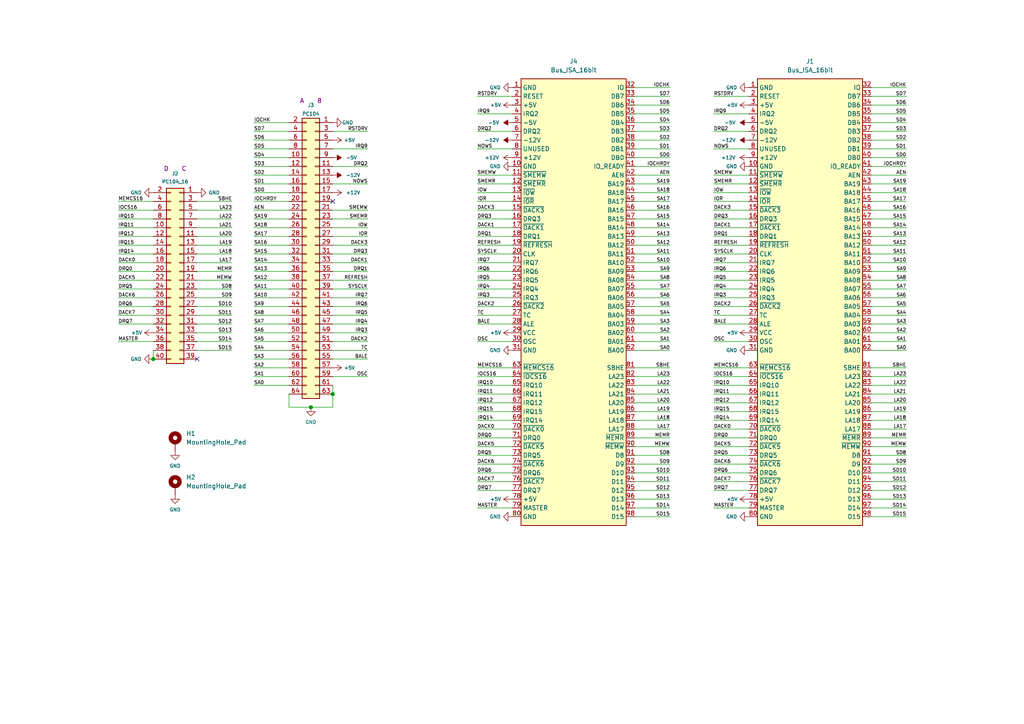
<source format=kicad_sch>
(kicad_sch (version 20230121) (generator eeschema)

  (uuid 895fa090-e1df-4200-a112-cb7c4b9368aa)

  (paper "A4")

  (title_block
    (title "PC104-ISA-ADAPTER")
    (date "2022-09-11")
    (rev "A")
    (company "Eugene Lozovoy")
  )

  (lib_symbols
    (symbol "Connector:Bus_ISA_16bit" (in_bom yes) (on_board yes)
      (property "Reference" "J" (at 0 67.945 0)
        (effects (font (size 1.27 1.27)))
      )
      (property "Value" "Bus_ISA_16bit" (at 0 -65.405 0)
        (effects (font (size 1.27 1.27)))
      )
      (property "Footprint" "" (at 0 1.27 0)
        (effects (font (size 1.27 1.27)) hide)
      )
      (property "Datasheet" "https://en.wikipedia.org/wiki/Industry_Standard_Architecture" (at 0 1.27 0)
        (effects (font (size 1.27 1.27)) hide)
      )
      (property "ki_keywords" "ISA" (at 0 0 0)
        (effects (font (size 1.27 1.27)) hide)
      )
      (property "ki_description" "16-bit ISA-AT bus connector" (at 0 0 0)
        (effects (font (size 1.27 1.27)) hide)
      )
      (symbol "Bus_ISA_16bit_0_1"
        (rectangle (start -15.24 -63.5) (end 15.24 66.04)
          (stroke (width 0.254) (type default))
          (fill (type background))
        )
      )
      (symbol "Bus_ISA_16bit_1_1"
        (pin power_in line (at -17.78 63.5 0) (length 2.54)
          (name "GND" (effects (font (size 1.27 1.27))))
          (number "1" (effects (font (size 1.27 1.27))))
        )
        (pin power_in line (at -17.78 40.64 0) (length 2.54)
          (name "GND" (effects (font (size 1.27 1.27))))
          (number "10" (effects (font (size 1.27 1.27))))
        )
        (pin output line (at -17.78 38.1 0) (length 2.54)
          (name "~{SMEMW}" (effects (font (size 1.27 1.27))))
          (number "11" (effects (font (size 1.27 1.27))))
        )
        (pin output line (at -17.78 35.56 0) (length 2.54)
          (name "~{SMEMR}" (effects (font (size 1.27 1.27))))
          (number "12" (effects (font (size 1.27 1.27))))
        )
        (pin output line (at -17.78 33.02 0) (length 2.54)
          (name "~{IOW}" (effects (font (size 1.27 1.27))))
          (number "13" (effects (font (size 1.27 1.27))))
        )
        (pin output line (at -17.78 30.48 0) (length 2.54)
          (name "~{IOR}" (effects (font (size 1.27 1.27))))
          (number "14" (effects (font (size 1.27 1.27))))
        )
        (pin passive line (at -17.78 27.94 0) (length 2.54)
          (name "~{DACK3}" (effects (font (size 1.27 1.27))))
          (number "15" (effects (font (size 1.27 1.27))))
        )
        (pin passive line (at -17.78 25.4 0) (length 2.54)
          (name "DRQ3" (effects (font (size 1.27 1.27))))
          (number "16" (effects (font (size 1.27 1.27))))
        )
        (pin passive line (at -17.78 22.86 0) (length 2.54)
          (name "~{DACK1}" (effects (font (size 1.27 1.27))))
          (number "17" (effects (font (size 1.27 1.27))))
        )
        (pin passive line (at -17.78 20.32 0) (length 2.54)
          (name "DRQ1" (effects (font (size 1.27 1.27))))
          (number "18" (effects (font (size 1.27 1.27))))
        )
        (pin passive line (at -17.78 17.78 0) (length 2.54)
          (name "~{REFRESH}" (effects (font (size 1.27 1.27))))
          (number "19" (effects (font (size 1.27 1.27))))
        )
        (pin output line (at -17.78 60.96 0) (length 2.54)
          (name "RESET" (effects (font (size 1.27 1.27))))
          (number "2" (effects (font (size 1.27 1.27))))
        )
        (pin output line (at -17.78 15.24 0) (length 2.54)
          (name "CLK" (effects (font (size 1.27 1.27))))
          (number "20" (effects (font (size 1.27 1.27))))
        )
        (pin passive line (at -17.78 12.7 0) (length 2.54)
          (name "IRQ7" (effects (font (size 1.27 1.27))))
          (number "21" (effects (font (size 1.27 1.27))))
        )
        (pin passive line (at -17.78 10.16 0) (length 2.54)
          (name "IRQ6" (effects (font (size 1.27 1.27))))
          (number "22" (effects (font (size 1.27 1.27))))
        )
        (pin passive line (at -17.78 7.62 0) (length 2.54)
          (name "IRQ5" (effects (font (size 1.27 1.27))))
          (number "23" (effects (font (size 1.27 1.27))))
        )
        (pin passive line (at -17.78 5.08 0) (length 2.54)
          (name "IRQ4" (effects (font (size 1.27 1.27))))
          (number "24" (effects (font (size 1.27 1.27))))
        )
        (pin passive line (at -17.78 2.54 0) (length 2.54)
          (name "IRQ3" (effects (font (size 1.27 1.27))))
          (number "25" (effects (font (size 1.27 1.27))))
        )
        (pin passive line (at -17.78 0 0) (length 2.54)
          (name "~{DACK2}" (effects (font (size 1.27 1.27))))
          (number "26" (effects (font (size 1.27 1.27))))
        )
        (pin passive line (at -17.78 -2.54 0) (length 2.54)
          (name "TC" (effects (font (size 1.27 1.27))))
          (number "27" (effects (font (size 1.27 1.27))))
        )
        (pin output line (at -17.78 -5.08 0) (length 2.54)
          (name "ALE" (effects (font (size 1.27 1.27))))
          (number "28" (effects (font (size 1.27 1.27))))
        )
        (pin power_in line (at -17.78 -7.62 0) (length 2.54)
          (name "VCC" (effects (font (size 1.27 1.27))))
          (number "29" (effects (font (size 1.27 1.27))))
        )
        (pin power_in line (at -17.78 58.42 0) (length 2.54)
          (name "+5V" (effects (font (size 1.27 1.27))))
          (number "3" (effects (font (size 1.27 1.27))))
        )
        (pin output line (at -17.78 -10.16 0) (length 2.54)
          (name "OSC" (effects (font (size 1.27 1.27))))
          (number "30" (effects (font (size 1.27 1.27))))
        )
        (pin power_in line (at -17.78 -12.7 0) (length 2.54)
          (name "GND" (effects (font (size 1.27 1.27))))
          (number "31" (effects (font (size 1.27 1.27))))
        )
        (pin passive line (at 17.78 63.5 180) (length 2.54)
          (name "IO" (effects (font (size 1.27 1.27))))
          (number "32" (effects (font (size 1.27 1.27))))
        )
        (pin tri_state line (at 17.78 60.96 180) (length 2.54)
          (name "DB7" (effects (font (size 1.27 1.27))))
          (number "33" (effects (font (size 1.27 1.27))))
        )
        (pin tri_state line (at 17.78 58.42 180) (length 2.54)
          (name "DB6" (effects (font (size 1.27 1.27))))
          (number "34" (effects (font (size 1.27 1.27))))
        )
        (pin tri_state line (at 17.78 55.88 180) (length 2.54)
          (name "DB5" (effects (font (size 1.27 1.27))))
          (number "35" (effects (font (size 1.27 1.27))))
        )
        (pin tri_state line (at 17.78 53.34 180) (length 2.54)
          (name "DB4" (effects (font (size 1.27 1.27))))
          (number "36" (effects (font (size 1.27 1.27))))
        )
        (pin tri_state line (at 17.78 50.8 180) (length 2.54)
          (name "DB3" (effects (font (size 1.27 1.27))))
          (number "37" (effects (font (size 1.27 1.27))))
        )
        (pin tri_state line (at 17.78 48.26 180) (length 2.54)
          (name "DB2" (effects (font (size 1.27 1.27))))
          (number "38" (effects (font (size 1.27 1.27))))
        )
        (pin tri_state line (at 17.78 45.72 180) (length 2.54)
          (name "DB1" (effects (font (size 1.27 1.27))))
          (number "39" (effects (font (size 1.27 1.27))))
        )
        (pin passive line (at -17.78 55.88 0) (length 2.54)
          (name "IRQ2" (effects (font (size 1.27 1.27))))
          (number "4" (effects (font (size 1.27 1.27))))
        )
        (pin tri_state line (at 17.78 43.18 180) (length 2.54)
          (name "DB0" (effects (font (size 1.27 1.27))))
          (number "40" (effects (font (size 1.27 1.27))))
        )
        (pin passive line (at 17.78 40.64 180) (length 2.54)
          (name "IO_READY" (effects (font (size 1.27 1.27))))
          (number "41" (effects (font (size 1.27 1.27))))
        )
        (pin output line (at 17.78 38.1 180) (length 2.54)
          (name "AEN" (effects (font (size 1.27 1.27))))
          (number "42" (effects (font (size 1.27 1.27))))
        )
        (pin tri_state line (at 17.78 35.56 180) (length 2.54)
          (name "BA19" (effects (font (size 1.27 1.27))))
          (number "43" (effects (font (size 1.27 1.27))))
        )
        (pin tri_state line (at 17.78 33.02 180) (length 2.54)
          (name "BA18" (effects (font (size 1.27 1.27))))
          (number "44" (effects (font (size 1.27 1.27))))
        )
        (pin tri_state line (at 17.78 30.48 180) (length 2.54)
          (name "BA17" (effects (font (size 1.27 1.27))))
          (number "45" (effects (font (size 1.27 1.27))))
        )
        (pin tri_state line (at 17.78 27.94 180) (length 2.54)
          (name "BA16" (effects (font (size 1.27 1.27))))
          (number "46" (effects (font (size 1.27 1.27))))
        )
        (pin tri_state line (at 17.78 25.4 180) (length 2.54)
          (name "BA15" (effects (font (size 1.27 1.27))))
          (number "47" (effects (font (size 1.27 1.27))))
        )
        (pin tri_state line (at 17.78 22.86 180) (length 2.54)
          (name "BA14" (effects (font (size 1.27 1.27))))
          (number "48" (effects (font (size 1.27 1.27))))
        )
        (pin tri_state line (at 17.78 20.32 180) (length 2.54)
          (name "BA13" (effects (font (size 1.27 1.27))))
          (number "49" (effects (font (size 1.27 1.27))))
        )
        (pin power_in line (at -17.78 53.34 0) (length 2.54)
          (name "-5V" (effects (font (size 1.27 1.27))))
          (number "5" (effects (font (size 1.27 1.27))))
        )
        (pin tri_state line (at 17.78 17.78 180) (length 2.54)
          (name "BA12" (effects (font (size 1.27 1.27))))
          (number "50" (effects (font (size 1.27 1.27))))
        )
        (pin tri_state line (at 17.78 15.24 180) (length 2.54)
          (name "BA11" (effects (font (size 1.27 1.27))))
          (number "51" (effects (font (size 1.27 1.27))))
        )
        (pin tri_state line (at 17.78 12.7 180) (length 2.54)
          (name "BA10" (effects (font (size 1.27 1.27))))
          (number "52" (effects (font (size 1.27 1.27))))
        )
        (pin tri_state line (at 17.78 10.16 180) (length 2.54)
          (name "BA09" (effects (font (size 1.27 1.27))))
          (number "53" (effects (font (size 1.27 1.27))))
        )
        (pin tri_state line (at 17.78 7.62 180) (length 2.54)
          (name "BA08" (effects (font (size 1.27 1.27))))
          (number "54" (effects (font (size 1.27 1.27))))
        )
        (pin tri_state line (at 17.78 5.08 180) (length 2.54)
          (name "BA07" (effects (font (size 1.27 1.27))))
          (number "55" (effects (font (size 1.27 1.27))))
        )
        (pin tri_state line (at 17.78 2.54 180) (length 2.54)
          (name "BA06" (effects (font (size 1.27 1.27))))
          (number "56" (effects (font (size 1.27 1.27))))
        )
        (pin tri_state line (at 17.78 0 180) (length 2.54)
          (name "BA05" (effects (font (size 1.27 1.27))))
          (number "57" (effects (font (size 1.27 1.27))))
        )
        (pin tri_state line (at 17.78 -2.54 180) (length 2.54)
          (name "BA04" (effects (font (size 1.27 1.27))))
          (number "58" (effects (font (size 1.27 1.27))))
        )
        (pin tri_state line (at 17.78 -5.08 180) (length 2.54)
          (name "BA03" (effects (font (size 1.27 1.27))))
          (number "59" (effects (font (size 1.27 1.27))))
        )
        (pin passive line (at -17.78 50.8 0) (length 2.54)
          (name "DRQ2" (effects (font (size 1.27 1.27))))
          (number "6" (effects (font (size 1.27 1.27))))
        )
        (pin tri_state line (at 17.78 -7.62 180) (length 2.54)
          (name "BA02" (effects (font (size 1.27 1.27))))
          (number "60" (effects (font (size 1.27 1.27))))
        )
        (pin tri_state line (at 17.78 -10.16 180) (length 2.54)
          (name "BA01" (effects (font (size 1.27 1.27))))
          (number "61" (effects (font (size 1.27 1.27))))
        )
        (pin tri_state line (at 17.78 -12.7 180) (length 2.54)
          (name "BA00" (effects (font (size 1.27 1.27))))
          (number "62" (effects (font (size 1.27 1.27))))
        )
        (pin passive line (at -17.78 -17.78 0) (length 2.54)
          (name "~{MEMCS16}" (effects (font (size 1.27 1.27))))
          (number "63" (effects (font (size 1.27 1.27))))
        )
        (pin passive line (at -17.78 -20.32 0) (length 2.54)
          (name "~{IOCS16}" (effects (font (size 1.27 1.27))))
          (number "64" (effects (font (size 1.27 1.27))))
        )
        (pin passive line (at -17.78 -22.86 0) (length 2.54)
          (name "IRQ10" (effects (font (size 1.27 1.27))))
          (number "65" (effects (font (size 1.27 1.27))))
        )
        (pin passive line (at -17.78 -25.4 0) (length 2.54)
          (name "IRQ11" (effects (font (size 1.27 1.27))))
          (number "66" (effects (font (size 1.27 1.27))))
        )
        (pin passive line (at -17.78 -27.94 0) (length 2.54)
          (name "IRQ12" (effects (font (size 1.27 1.27))))
          (number "67" (effects (font (size 1.27 1.27))))
        )
        (pin passive line (at -17.78 -30.48 0) (length 2.54)
          (name "IRQ15" (effects (font (size 1.27 1.27))))
          (number "68" (effects (font (size 1.27 1.27))))
        )
        (pin passive line (at -17.78 -33.02 0) (length 2.54)
          (name "IRQ14" (effects (font (size 1.27 1.27))))
          (number "69" (effects (font (size 1.27 1.27))))
        )
        (pin power_in line (at -17.78 48.26 0) (length 2.54)
          (name "-12V" (effects (font (size 1.27 1.27))))
          (number "7" (effects (font (size 1.27 1.27))))
        )
        (pin output line (at -17.78 -35.56 0) (length 2.54)
          (name "~{DACK0}" (effects (font (size 1.27 1.27))))
          (number "70" (effects (font (size 1.27 1.27))))
        )
        (pin passive line (at -17.78 -38.1 0) (length 2.54)
          (name "DRQ0" (effects (font (size 1.27 1.27))))
          (number "71" (effects (font (size 1.27 1.27))))
        )
        (pin output line (at -17.78 -40.64 0) (length 2.54)
          (name "~{DACK5}" (effects (font (size 1.27 1.27))))
          (number "72" (effects (font (size 1.27 1.27))))
        )
        (pin passive line (at -17.78 -43.18 0) (length 2.54)
          (name "DRQ5" (effects (font (size 1.27 1.27))))
          (number "73" (effects (font (size 1.27 1.27))))
        )
        (pin output line (at -17.78 -45.72 0) (length 2.54)
          (name "~{DACK6}" (effects (font (size 1.27 1.27))))
          (number "74" (effects (font (size 1.27 1.27))))
        )
        (pin passive line (at -17.78 -48.26 0) (length 2.54)
          (name "DRQ6" (effects (font (size 1.27 1.27))))
          (number "75" (effects (font (size 1.27 1.27))))
        )
        (pin output line (at -17.78 -50.8 0) (length 2.54)
          (name "~{DACK7}" (effects (font (size 1.27 1.27))))
          (number "76" (effects (font (size 1.27 1.27))))
        )
        (pin passive line (at -17.78 -53.34 0) (length 2.54)
          (name "DRQ7" (effects (font (size 1.27 1.27))))
          (number "77" (effects (font (size 1.27 1.27))))
        )
        (pin power_in line (at -17.78 -55.88 0) (length 2.54)
          (name "+5V" (effects (font (size 1.27 1.27))))
          (number "78" (effects (font (size 1.27 1.27))))
        )
        (pin passive line (at -17.78 -58.42 0) (length 2.54)
          (name "MASTER" (effects (font (size 1.27 1.27))))
          (number "79" (effects (font (size 1.27 1.27))))
        )
        (pin passive line (at -17.78 45.72 0) (length 2.54)
          (name "UNUSED" (effects (font (size 1.27 1.27))))
          (number "8" (effects (font (size 1.27 1.27))))
        )
        (pin power_in line (at -17.78 -60.96 0) (length 2.54)
          (name "GND" (effects (font (size 1.27 1.27))))
          (number "80" (effects (font (size 1.27 1.27))))
        )
        (pin passive line (at 17.78 -17.78 180) (length 2.54)
          (name "SBHE" (effects (font (size 1.27 1.27))))
          (number "81" (effects (font (size 1.27 1.27))))
        )
        (pin passive line (at 17.78 -20.32 180) (length 2.54)
          (name "LA23" (effects (font (size 1.27 1.27))))
          (number "82" (effects (font (size 1.27 1.27))))
        )
        (pin passive line (at 17.78 -22.86 180) (length 2.54)
          (name "LA22" (effects (font (size 1.27 1.27))))
          (number "83" (effects (font (size 1.27 1.27))))
        )
        (pin passive line (at 17.78 -25.4 180) (length 2.54)
          (name "LA21" (effects (font (size 1.27 1.27))))
          (number "84" (effects (font (size 1.27 1.27))))
        )
        (pin passive line (at 17.78 -27.94 180) (length 2.54)
          (name "LA20" (effects (font (size 1.27 1.27))))
          (number "85" (effects (font (size 1.27 1.27))))
        )
        (pin passive line (at 17.78 -30.48 180) (length 2.54)
          (name "LA19" (effects (font (size 1.27 1.27))))
          (number "86" (effects (font (size 1.27 1.27))))
        )
        (pin passive line (at 17.78 -33.02 180) (length 2.54)
          (name "LA18" (effects (font (size 1.27 1.27))))
          (number "87" (effects (font (size 1.27 1.27))))
        )
        (pin passive line (at 17.78 -35.56 180) (length 2.54)
          (name "LA17" (effects (font (size 1.27 1.27))))
          (number "88" (effects (font (size 1.27 1.27))))
        )
        (pin output line (at 17.78 -38.1 180) (length 2.54)
          (name "~{MEMR}" (effects (font (size 1.27 1.27))))
          (number "89" (effects (font (size 1.27 1.27))))
        )
        (pin power_in line (at -17.78 43.18 0) (length 2.54)
          (name "+12V" (effects (font (size 1.27 1.27))))
          (number "9" (effects (font (size 1.27 1.27))))
        )
        (pin output line (at 17.78 -40.64 180) (length 2.54)
          (name "~{MEMW}" (effects (font (size 1.27 1.27))))
          (number "90" (effects (font (size 1.27 1.27))))
        )
        (pin tri_state line (at 17.78 -43.18 180) (length 2.54)
          (name "D8" (effects (font (size 1.27 1.27))))
          (number "91" (effects (font (size 1.27 1.27))))
        )
        (pin tri_state line (at 17.78 -45.72 180) (length 2.54)
          (name "D9" (effects (font (size 1.27 1.27))))
          (number "92" (effects (font (size 1.27 1.27))))
        )
        (pin tri_state line (at 17.78 -48.26 180) (length 2.54)
          (name "D10" (effects (font (size 1.27 1.27))))
          (number "93" (effects (font (size 1.27 1.27))))
        )
        (pin tri_state line (at 17.78 -50.8 180) (length 2.54)
          (name "D11" (effects (font (size 1.27 1.27))))
          (number "94" (effects (font (size 1.27 1.27))))
        )
        (pin tri_state line (at 17.78 -53.34 180) (length 2.54)
          (name "D12" (effects (font (size 1.27 1.27))))
          (number "95" (effects (font (size 1.27 1.27))))
        )
        (pin tri_state line (at 17.78 -55.88 180) (length 2.54)
          (name "D13" (effects (font (size 1.27 1.27))))
          (number "96" (effects (font (size 1.27 1.27))))
        )
        (pin tri_state line (at 17.78 -58.42 180) (length 2.54)
          (name "D14" (effects (font (size 1.27 1.27))))
          (number "97" (effects (font (size 1.27 1.27))))
        )
        (pin tri_state line (at 17.78 -60.96 180) (length 2.54)
          (name "D15" (effects (font (size 1.27 1.27))))
          (number "98" (effects (font (size 1.27 1.27))))
        )
      )
    )
    (symbol "Connector_Generic:Conn_02x20_Odd_Even" (pin_names (offset 1.016) hide) (in_bom yes) (on_board yes)
      (property "Reference" "J" (at 1.27 25.4 0)
        (effects (font (size 1.27 1.27)))
      )
      (property "Value" "Conn_02x20_Odd_Even" (at 1.27 -27.94 0)
        (effects (font (size 1.27 1.27)))
      )
      (property "Footprint" "" (at 0 0 0)
        (effects (font (size 1.27 1.27)) hide)
      )
      (property "Datasheet" "~" (at 0 0 0)
        (effects (font (size 1.27 1.27)) hide)
      )
      (property "ki_keywords" "connector" (at 0 0 0)
        (effects (font (size 1.27 1.27)) hide)
      )
      (property "ki_description" "Generic connector, double row, 02x20, odd/even pin numbering scheme (row 1 odd numbers, row 2 even numbers), script generated (kicad-library-utils/schlib/autogen/connector/)" (at 0 0 0)
        (effects (font (size 1.27 1.27)) hide)
      )
      (property "ki_fp_filters" "Connector*:*_2x??_*" (at 0 0 0)
        (effects (font (size 1.27 1.27)) hide)
      )
      (symbol "Conn_02x20_Odd_Even_1_1"
        (rectangle (start -1.27 -25.273) (end 0 -25.527)
          (stroke (width 0.1524) (type default))
          (fill (type none))
        )
        (rectangle (start -1.27 -22.733) (end 0 -22.987)
          (stroke (width 0.1524) (type default))
          (fill (type none))
        )
        (rectangle (start -1.27 -20.193) (end 0 -20.447)
          (stroke (width 0.1524) (type default))
          (fill (type none))
        )
        (rectangle (start -1.27 -17.653) (end 0 -17.907)
          (stroke (width 0.1524) (type default))
          (fill (type none))
        )
        (rectangle (start -1.27 -15.113) (end 0 -15.367)
          (stroke (width 0.1524) (type default))
          (fill (type none))
        )
        (rectangle (start -1.27 -12.573) (end 0 -12.827)
          (stroke (width 0.1524) (type default))
          (fill (type none))
        )
        (rectangle (start -1.27 -10.033) (end 0 -10.287)
          (stroke (width 0.1524) (type default))
          (fill (type none))
        )
        (rectangle (start -1.27 -7.493) (end 0 -7.747)
          (stroke (width 0.1524) (type default))
          (fill (type none))
        )
        (rectangle (start -1.27 -4.953) (end 0 -5.207)
          (stroke (width 0.1524) (type default))
          (fill (type none))
        )
        (rectangle (start -1.27 -2.413) (end 0 -2.667)
          (stroke (width 0.1524) (type default))
          (fill (type none))
        )
        (rectangle (start -1.27 0.127) (end 0 -0.127)
          (stroke (width 0.1524) (type default))
          (fill (type none))
        )
        (rectangle (start -1.27 2.667) (end 0 2.413)
          (stroke (width 0.1524) (type default))
          (fill (type none))
        )
        (rectangle (start -1.27 5.207) (end 0 4.953)
          (stroke (width 0.1524) (type default))
          (fill (type none))
        )
        (rectangle (start -1.27 7.747) (end 0 7.493)
          (stroke (width 0.1524) (type default))
          (fill (type none))
        )
        (rectangle (start -1.27 10.287) (end 0 10.033)
          (stroke (width 0.1524) (type default))
          (fill (type none))
        )
        (rectangle (start -1.27 12.827) (end 0 12.573)
          (stroke (width 0.1524) (type default))
          (fill (type none))
        )
        (rectangle (start -1.27 15.367) (end 0 15.113)
          (stroke (width 0.1524) (type default))
          (fill (type none))
        )
        (rectangle (start -1.27 17.907) (end 0 17.653)
          (stroke (width 0.1524) (type default))
          (fill (type none))
        )
        (rectangle (start -1.27 20.447) (end 0 20.193)
          (stroke (width 0.1524) (type default))
          (fill (type none))
        )
        (rectangle (start -1.27 22.987) (end 0 22.733)
          (stroke (width 0.1524) (type default))
          (fill (type none))
        )
        (rectangle (start -1.27 24.13) (end 3.81 -26.67)
          (stroke (width 0.254) (type default))
          (fill (type background))
        )
        (rectangle (start 3.81 -25.273) (end 2.54 -25.527)
          (stroke (width 0.1524) (type default))
          (fill (type none))
        )
        (rectangle (start 3.81 -22.733) (end 2.54 -22.987)
          (stroke (width 0.1524) (type default))
          (fill (type none))
        )
        (rectangle (start 3.81 -20.193) (end 2.54 -20.447)
          (stroke (width 0.1524) (type default))
          (fill (type none))
        )
        (rectangle (start 3.81 -17.653) (end 2.54 -17.907)
          (stroke (width 0.1524) (type default))
          (fill (type none))
        )
        (rectangle (start 3.81 -15.113) (end 2.54 -15.367)
          (stroke (width 0.1524) (type default))
          (fill (type none))
        )
        (rectangle (start 3.81 -12.573) (end 2.54 -12.827)
          (stroke (width 0.1524) (type default))
          (fill (type none))
        )
        (rectangle (start 3.81 -10.033) (end 2.54 -10.287)
          (stroke (width 0.1524) (type default))
          (fill (type none))
        )
        (rectangle (start 3.81 -7.493) (end 2.54 -7.747)
          (stroke (width 0.1524) (type default))
          (fill (type none))
        )
        (rectangle (start 3.81 -4.953) (end 2.54 -5.207)
          (stroke (width 0.1524) (type default))
          (fill (type none))
        )
        (rectangle (start 3.81 -2.413) (end 2.54 -2.667)
          (stroke (width 0.1524) (type default))
          (fill (type none))
        )
        (rectangle (start 3.81 0.127) (end 2.54 -0.127)
          (stroke (width 0.1524) (type default))
          (fill (type none))
        )
        (rectangle (start 3.81 2.667) (end 2.54 2.413)
          (stroke (width 0.1524) (type default))
          (fill (type none))
        )
        (rectangle (start 3.81 5.207) (end 2.54 4.953)
          (stroke (width 0.1524) (type default))
          (fill (type none))
        )
        (rectangle (start 3.81 7.747) (end 2.54 7.493)
          (stroke (width 0.1524) (type default))
          (fill (type none))
        )
        (rectangle (start 3.81 10.287) (end 2.54 10.033)
          (stroke (width 0.1524) (type default))
          (fill (type none))
        )
        (rectangle (start 3.81 12.827) (end 2.54 12.573)
          (stroke (width 0.1524) (type default))
          (fill (type none))
        )
        (rectangle (start 3.81 15.367) (end 2.54 15.113)
          (stroke (width 0.1524) (type default))
          (fill (type none))
        )
        (rectangle (start 3.81 17.907) (end 2.54 17.653)
          (stroke (width 0.1524) (type default))
          (fill (type none))
        )
        (rectangle (start 3.81 20.447) (end 2.54 20.193)
          (stroke (width 0.1524) (type default))
          (fill (type none))
        )
        (rectangle (start 3.81 22.987) (end 2.54 22.733)
          (stroke (width 0.1524) (type default))
          (fill (type none))
        )
        (pin passive line (at -5.08 22.86 0) (length 3.81)
          (name "Pin_1" (effects (font (size 1.27 1.27))))
          (number "1" (effects (font (size 1.27 1.27))))
        )
        (pin passive line (at 7.62 12.7 180) (length 3.81)
          (name "Pin_10" (effects (font (size 1.27 1.27))))
          (number "10" (effects (font (size 1.27 1.27))))
        )
        (pin passive line (at -5.08 10.16 0) (length 3.81)
          (name "Pin_11" (effects (font (size 1.27 1.27))))
          (number "11" (effects (font (size 1.27 1.27))))
        )
        (pin passive line (at 7.62 10.16 180) (length 3.81)
          (name "Pin_12" (effects (font (size 1.27 1.27))))
          (number "12" (effects (font (size 1.27 1.27))))
        )
        (pin passive line (at -5.08 7.62 0) (length 3.81)
          (name "Pin_13" (effects (font (size 1.27 1.27))))
          (number "13" (effects (font (size 1.27 1.27))))
        )
        (pin passive line (at 7.62 7.62 180) (length 3.81)
          (name "Pin_14" (effects (font (size 1.27 1.27))))
          (number "14" (effects (font (size 1.27 1.27))))
        )
        (pin passive line (at -5.08 5.08 0) (length 3.81)
          (name "Pin_15" (effects (font (size 1.27 1.27))))
          (number "15" (effects (font (size 1.27 1.27))))
        )
        (pin passive line (at 7.62 5.08 180) (length 3.81)
          (name "Pin_16" (effects (font (size 1.27 1.27))))
          (number "16" (effects (font (size 1.27 1.27))))
        )
        (pin passive line (at -5.08 2.54 0) (length 3.81)
          (name "Pin_17" (effects (font (size 1.27 1.27))))
          (number "17" (effects (font (size 1.27 1.27))))
        )
        (pin passive line (at 7.62 2.54 180) (length 3.81)
          (name "Pin_18" (effects (font (size 1.27 1.27))))
          (number "18" (effects (font (size 1.27 1.27))))
        )
        (pin passive line (at -5.08 0 0) (length 3.81)
          (name "Pin_19" (effects (font (size 1.27 1.27))))
          (number "19" (effects (font (size 1.27 1.27))))
        )
        (pin passive line (at 7.62 22.86 180) (length 3.81)
          (name "Pin_2" (effects (font (size 1.27 1.27))))
          (number "2" (effects (font (size 1.27 1.27))))
        )
        (pin passive line (at 7.62 0 180) (length 3.81)
          (name "Pin_20" (effects (font (size 1.27 1.27))))
          (number "20" (effects (font (size 1.27 1.27))))
        )
        (pin passive line (at -5.08 -2.54 0) (length 3.81)
          (name "Pin_21" (effects (font (size 1.27 1.27))))
          (number "21" (effects (font (size 1.27 1.27))))
        )
        (pin passive line (at 7.62 -2.54 180) (length 3.81)
          (name "Pin_22" (effects (font (size 1.27 1.27))))
          (number "22" (effects (font (size 1.27 1.27))))
        )
        (pin passive line (at -5.08 -5.08 0) (length 3.81)
          (name "Pin_23" (effects (font (size 1.27 1.27))))
          (number "23" (effects (font (size 1.27 1.27))))
        )
        (pin passive line (at 7.62 -5.08 180) (length 3.81)
          (name "Pin_24" (effects (font (size 1.27 1.27))))
          (number "24" (effects (font (size 1.27 1.27))))
        )
        (pin passive line (at -5.08 -7.62 0) (length 3.81)
          (name "Pin_25" (effects (font (size 1.27 1.27))))
          (number "25" (effects (font (size 1.27 1.27))))
        )
        (pin passive line (at 7.62 -7.62 180) (length 3.81)
          (name "Pin_26" (effects (font (size 1.27 1.27))))
          (number "26" (effects (font (size 1.27 1.27))))
        )
        (pin passive line (at -5.08 -10.16 0) (length 3.81)
          (name "Pin_27" (effects (font (size 1.27 1.27))))
          (number "27" (effects (font (size 1.27 1.27))))
        )
        (pin passive line (at 7.62 -10.16 180) (length 3.81)
          (name "Pin_28" (effects (font (size 1.27 1.27))))
          (number "28" (effects (font (size 1.27 1.27))))
        )
        (pin passive line (at -5.08 -12.7 0) (length 3.81)
          (name "Pin_29" (effects (font (size 1.27 1.27))))
          (number "29" (effects (font (size 1.27 1.27))))
        )
        (pin passive line (at -5.08 20.32 0) (length 3.81)
          (name "Pin_3" (effects (font (size 1.27 1.27))))
          (number "3" (effects (font (size 1.27 1.27))))
        )
        (pin passive line (at 7.62 -12.7 180) (length 3.81)
          (name "Pin_30" (effects (font (size 1.27 1.27))))
          (number "30" (effects (font (size 1.27 1.27))))
        )
        (pin passive line (at -5.08 -15.24 0) (length 3.81)
          (name "Pin_31" (effects (font (size 1.27 1.27))))
          (number "31" (effects (font (size 1.27 1.27))))
        )
        (pin passive line (at 7.62 -15.24 180) (length 3.81)
          (name "Pin_32" (effects (font (size 1.27 1.27))))
          (number "32" (effects (font (size 1.27 1.27))))
        )
        (pin passive line (at -5.08 -17.78 0) (length 3.81)
          (name "Pin_33" (effects (font (size 1.27 1.27))))
          (number "33" (effects (font (size 1.27 1.27))))
        )
        (pin passive line (at 7.62 -17.78 180) (length 3.81)
          (name "Pin_34" (effects (font (size 1.27 1.27))))
          (number "34" (effects (font (size 1.27 1.27))))
        )
        (pin passive line (at -5.08 -20.32 0) (length 3.81)
          (name "Pin_35" (effects (font (size 1.27 1.27))))
          (number "35" (effects (font (size 1.27 1.27))))
        )
        (pin passive line (at 7.62 -20.32 180) (length 3.81)
          (name "Pin_36" (effects (font (size 1.27 1.27))))
          (number "36" (effects (font (size 1.27 1.27))))
        )
        (pin passive line (at -5.08 -22.86 0) (length 3.81)
          (name "Pin_37" (effects (font (size 1.27 1.27))))
          (number "37" (effects (font (size 1.27 1.27))))
        )
        (pin passive line (at 7.62 -22.86 180) (length 3.81)
          (name "Pin_38" (effects (font (size 1.27 1.27))))
          (number "38" (effects (font (size 1.27 1.27))))
        )
        (pin passive line (at -5.08 -25.4 0) (length 3.81)
          (name "Pin_39" (effects (font (size 1.27 1.27))))
          (number "39" (effects (font (size 1.27 1.27))))
        )
        (pin passive line (at 7.62 20.32 180) (length 3.81)
          (name "Pin_4" (effects (font (size 1.27 1.27))))
          (number "4" (effects (font (size 1.27 1.27))))
        )
        (pin passive line (at 7.62 -25.4 180) (length 3.81)
          (name "Pin_40" (effects (font (size 1.27 1.27))))
          (number "40" (effects (font (size 1.27 1.27))))
        )
        (pin passive line (at -5.08 17.78 0) (length 3.81)
          (name "Pin_5" (effects (font (size 1.27 1.27))))
          (number "5" (effects (font (size 1.27 1.27))))
        )
        (pin passive line (at 7.62 17.78 180) (length 3.81)
          (name "Pin_6" (effects (font (size 1.27 1.27))))
          (number "6" (effects (font (size 1.27 1.27))))
        )
        (pin passive line (at -5.08 15.24 0) (length 3.81)
          (name "Pin_7" (effects (font (size 1.27 1.27))))
          (number "7" (effects (font (size 1.27 1.27))))
        )
        (pin passive line (at 7.62 15.24 180) (length 3.81)
          (name "Pin_8" (effects (font (size 1.27 1.27))))
          (number "8" (effects (font (size 1.27 1.27))))
        )
        (pin passive line (at -5.08 12.7 0) (length 3.81)
          (name "Pin_9" (effects (font (size 1.27 1.27))))
          (number "9" (effects (font (size 1.27 1.27))))
        )
      )
    )
    (symbol "Connector_Generic:Conn_02x32_Odd_Even" (pin_names (offset 1.016) hide) (in_bom yes) (on_board yes)
      (property "Reference" "J" (at 1.27 40.64 0)
        (effects (font (size 1.27 1.27)))
      )
      (property "Value" "Conn_02x32_Odd_Even" (at 1.27 -43.18 0)
        (effects (font (size 1.27 1.27)))
      )
      (property "Footprint" "" (at 0 0 0)
        (effects (font (size 1.27 1.27)) hide)
      )
      (property "Datasheet" "~" (at 0 0 0)
        (effects (font (size 1.27 1.27)) hide)
      )
      (property "ki_keywords" "connector" (at 0 0 0)
        (effects (font (size 1.27 1.27)) hide)
      )
      (property "ki_description" "Generic connector, double row, 02x32, odd/even pin numbering scheme (row 1 odd numbers, row 2 even numbers), script generated (kicad-library-utils/schlib/autogen/connector/)" (at 0 0 0)
        (effects (font (size 1.27 1.27)) hide)
      )
      (property "ki_fp_filters" "Connector*:*_2x??_*" (at 0 0 0)
        (effects (font (size 1.27 1.27)) hide)
      )
      (symbol "Conn_02x32_Odd_Even_1_1"
        (rectangle (start -1.27 -40.513) (end 0 -40.767)
          (stroke (width 0.1524) (type default))
          (fill (type none))
        )
        (rectangle (start -1.27 -37.973) (end 0 -38.227)
          (stroke (width 0.1524) (type default))
          (fill (type none))
        )
        (rectangle (start -1.27 -35.433) (end 0 -35.687)
          (stroke (width 0.1524) (type default))
          (fill (type none))
        )
        (rectangle (start -1.27 -32.893) (end 0 -33.147)
          (stroke (width 0.1524) (type default))
          (fill (type none))
        )
        (rectangle (start -1.27 -30.353) (end 0 -30.607)
          (stroke (width 0.1524) (type default))
          (fill (type none))
        )
        (rectangle (start -1.27 -27.813) (end 0 -28.067)
          (stroke (width 0.1524) (type default))
          (fill (type none))
        )
        (rectangle (start -1.27 -25.273) (end 0 -25.527)
          (stroke (width 0.1524) (type default))
          (fill (type none))
        )
        (rectangle (start -1.27 -22.733) (end 0 -22.987)
          (stroke (width 0.1524) (type default))
          (fill (type none))
        )
        (rectangle (start -1.27 -20.193) (end 0 -20.447)
          (stroke (width 0.1524) (type default))
          (fill (type none))
        )
        (rectangle (start -1.27 -17.653) (end 0 -17.907)
          (stroke (width 0.1524) (type default))
          (fill (type none))
        )
        (rectangle (start -1.27 -15.113) (end 0 -15.367)
          (stroke (width 0.1524) (type default))
          (fill (type none))
        )
        (rectangle (start -1.27 -12.573) (end 0 -12.827)
          (stroke (width 0.1524) (type default))
          (fill (type none))
        )
        (rectangle (start -1.27 -10.033) (end 0 -10.287)
          (stroke (width 0.1524) (type default))
          (fill (type none))
        )
        (rectangle (start -1.27 -7.493) (end 0 -7.747)
          (stroke (width 0.1524) (type default))
          (fill (type none))
        )
        (rectangle (start -1.27 -4.953) (end 0 -5.207)
          (stroke (width 0.1524) (type default))
          (fill (type none))
        )
        (rectangle (start -1.27 -2.413) (end 0 -2.667)
          (stroke (width 0.1524) (type default))
          (fill (type none))
        )
        (rectangle (start -1.27 0.127) (end 0 -0.127)
          (stroke (width 0.1524) (type default))
          (fill (type none))
        )
        (rectangle (start -1.27 2.667) (end 0 2.413)
          (stroke (width 0.1524) (type default))
          (fill (type none))
        )
        (rectangle (start -1.27 5.207) (end 0 4.953)
          (stroke (width 0.1524) (type default))
          (fill (type none))
        )
        (rectangle (start -1.27 7.747) (end 0 7.493)
          (stroke (width 0.1524) (type default))
          (fill (type none))
        )
        (rectangle (start -1.27 10.287) (end 0 10.033)
          (stroke (width 0.1524) (type default))
          (fill (type none))
        )
        (rectangle (start -1.27 12.827) (end 0 12.573)
          (stroke (width 0.1524) (type default))
          (fill (type none))
        )
        (rectangle (start -1.27 15.367) (end 0 15.113)
          (stroke (width 0.1524) (type default))
          (fill (type none))
        )
        (rectangle (start -1.27 17.907) (end 0 17.653)
          (stroke (width 0.1524) (type default))
          (fill (type none))
        )
        (rectangle (start -1.27 20.447) (end 0 20.193)
          (stroke (width 0.1524) (type default))
          (fill (type none))
        )
        (rectangle (start -1.27 22.987) (end 0 22.733)
          (stroke (width 0.1524) (type default))
          (fill (type none))
        )
        (rectangle (start -1.27 25.527) (end 0 25.273)
          (stroke (width 0.1524) (type default))
          (fill (type none))
        )
        (rectangle (start -1.27 28.067) (end 0 27.813)
          (stroke (width 0.1524) (type default))
          (fill (type none))
        )
        (rectangle (start -1.27 30.607) (end 0 30.353)
          (stroke (width 0.1524) (type default))
          (fill (type none))
        )
        (rectangle (start -1.27 33.147) (end 0 32.893)
          (stroke (width 0.1524) (type default))
          (fill (type none))
        )
        (rectangle (start -1.27 35.687) (end 0 35.433)
          (stroke (width 0.1524) (type default))
          (fill (type none))
        )
        (rectangle (start -1.27 38.227) (end 0 37.973)
          (stroke (width 0.1524) (type default))
          (fill (type none))
        )
        (rectangle (start -1.27 39.37) (end 3.81 -41.91)
          (stroke (width 0.254) (type default))
          (fill (type background))
        )
        (rectangle (start 3.81 -40.513) (end 2.54 -40.767)
          (stroke (width 0.1524) (type default))
          (fill (type none))
        )
        (rectangle (start 3.81 -37.973) (end 2.54 -38.227)
          (stroke (width 0.1524) (type default))
          (fill (type none))
        )
        (rectangle (start 3.81 -35.433) (end 2.54 -35.687)
          (stroke (width 0.1524) (type default))
          (fill (type none))
        )
        (rectangle (start 3.81 -32.893) (end 2.54 -33.147)
          (stroke (width 0.1524) (type default))
          (fill (type none))
        )
        (rectangle (start 3.81 -30.353) (end 2.54 -30.607)
          (stroke (width 0.1524) (type default))
          (fill (type none))
        )
        (rectangle (start 3.81 -27.813) (end 2.54 -28.067)
          (stroke (width 0.1524) (type default))
          (fill (type none))
        )
        (rectangle (start 3.81 -25.273) (end 2.54 -25.527)
          (stroke (width 0.1524) (type default))
          (fill (type none))
        )
        (rectangle (start 3.81 -22.733) (end 2.54 -22.987)
          (stroke (width 0.1524) (type default))
          (fill (type none))
        )
        (rectangle (start 3.81 -20.193) (end 2.54 -20.447)
          (stroke (width 0.1524) (type default))
          (fill (type none))
        )
        (rectangle (start 3.81 -17.653) (end 2.54 -17.907)
          (stroke (width 0.1524) (type default))
          (fill (type none))
        )
        (rectangle (start 3.81 -15.113) (end 2.54 -15.367)
          (stroke (width 0.1524) (type default))
          (fill (type none))
        )
        (rectangle (start 3.81 -12.573) (end 2.54 -12.827)
          (stroke (width 0.1524) (type default))
          (fill (type none))
        )
        (rectangle (start 3.81 -10.033) (end 2.54 -10.287)
          (stroke (width 0.1524) (type default))
          (fill (type none))
        )
        (rectangle (start 3.81 -7.493) (end 2.54 -7.747)
          (stroke (width 0.1524) (type default))
          (fill (type none))
        )
        (rectangle (start 3.81 -4.953) (end 2.54 -5.207)
          (stroke (width 0.1524) (type default))
          (fill (type none))
        )
        (rectangle (start 3.81 -2.413) (end 2.54 -2.667)
          (stroke (width 0.1524) (type default))
          (fill (type none))
        )
        (rectangle (start 3.81 0.127) (end 2.54 -0.127)
          (stroke (width 0.1524) (type default))
          (fill (type none))
        )
        (rectangle (start 3.81 2.667) (end 2.54 2.413)
          (stroke (width 0.1524) (type default))
          (fill (type none))
        )
        (rectangle (start 3.81 5.207) (end 2.54 4.953)
          (stroke (width 0.1524) (type default))
          (fill (type none))
        )
        (rectangle (start 3.81 7.747) (end 2.54 7.493)
          (stroke (width 0.1524) (type default))
          (fill (type none))
        )
        (rectangle (start 3.81 10.287) (end 2.54 10.033)
          (stroke (width 0.1524) (type default))
          (fill (type none))
        )
        (rectangle (start 3.81 12.827) (end 2.54 12.573)
          (stroke (width 0.1524) (type default))
          (fill (type none))
        )
        (rectangle (start 3.81 15.367) (end 2.54 15.113)
          (stroke (width 0.1524) (type default))
          (fill (type none))
        )
        (rectangle (start 3.81 17.907) (end 2.54 17.653)
          (stroke (width 0.1524) (type default))
          (fill (type none))
        )
        (rectangle (start 3.81 20.447) (end 2.54 20.193)
          (stroke (width 0.1524) (type default))
          (fill (type none))
        )
        (rectangle (start 3.81 22.987) (end 2.54 22.733)
          (stroke (width 0.1524) (type default))
          (fill (type none))
        )
        (rectangle (start 3.81 25.527) (end 2.54 25.273)
          (stroke (width 0.1524) (type default))
          (fill (type none))
        )
        (rectangle (start 3.81 28.067) (end 2.54 27.813)
          (stroke (width 0.1524) (type default))
          (fill (type none))
        )
        (rectangle (start 3.81 30.607) (end 2.54 30.353)
          (stroke (width 0.1524) (type default))
          (fill (type none))
        )
        (rectangle (start 3.81 33.147) (end 2.54 32.893)
          (stroke (width 0.1524) (type default))
          (fill (type none))
        )
        (rectangle (start 3.81 35.687) (end 2.54 35.433)
          (stroke (width 0.1524) (type default))
          (fill (type none))
        )
        (rectangle (start 3.81 38.227) (end 2.54 37.973)
          (stroke (width 0.1524) (type default))
          (fill (type none))
        )
        (pin passive line (at -5.08 38.1 0) (length 3.81)
          (name "Pin_1" (effects (font (size 1.27 1.27))))
          (number "1" (effects (font (size 1.27 1.27))))
        )
        (pin passive line (at 7.62 27.94 180) (length 3.81)
          (name "Pin_10" (effects (font (size 1.27 1.27))))
          (number "10" (effects (font (size 1.27 1.27))))
        )
        (pin passive line (at -5.08 25.4 0) (length 3.81)
          (name "Pin_11" (effects (font (size 1.27 1.27))))
          (number "11" (effects (font (size 1.27 1.27))))
        )
        (pin passive line (at 7.62 25.4 180) (length 3.81)
          (name "Pin_12" (effects (font (size 1.27 1.27))))
          (number "12" (effects (font (size 1.27 1.27))))
        )
        (pin passive line (at -5.08 22.86 0) (length 3.81)
          (name "Pin_13" (effects (font (size 1.27 1.27))))
          (number "13" (effects (font (size 1.27 1.27))))
        )
        (pin passive line (at 7.62 22.86 180) (length 3.81)
          (name "Pin_14" (effects (font (size 1.27 1.27))))
          (number "14" (effects (font (size 1.27 1.27))))
        )
        (pin passive line (at -5.08 20.32 0) (length 3.81)
          (name "Pin_15" (effects (font (size 1.27 1.27))))
          (number "15" (effects (font (size 1.27 1.27))))
        )
        (pin passive line (at 7.62 20.32 180) (length 3.81)
          (name "Pin_16" (effects (font (size 1.27 1.27))))
          (number "16" (effects (font (size 1.27 1.27))))
        )
        (pin passive line (at -5.08 17.78 0) (length 3.81)
          (name "Pin_17" (effects (font (size 1.27 1.27))))
          (number "17" (effects (font (size 1.27 1.27))))
        )
        (pin passive line (at 7.62 17.78 180) (length 3.81)
          (name "Pin_18" (effects (font (size 1.27 1.27))))
          (number "18" (effects (font (size 1.27 1.27))))
        )
        (pin passive line (at -5.08 15.24 0) (length 3.81)
          (name "Pin_19" (effects (font (size 1.27 1.27))))
          (number "19" (effects (font (size 1.27 1.27))))
        )
        (pin passive line (at 7.62 38.1 180) (length 3.81)
          (name "Pin_2" (effects (font (size 1.27 1.27))))
          (number "2" (effects (font (size 1.27 1.27))))
        )
        (pin passive line (at 7.62 15.24 180) (length 3.81)
          (name "Pin_20" (effects (font (size 1.27 1.27))))
          (number "20" (effects (font (size 1.27 1.27))))
        )
        (pin passive line (at -5.08 12.7 0) (length 3.81)
          (name "Pin_21" (effects (font (size 1.27 1.27))))
          (number "21" (effects (font (size 1.27 1.27))))
        )
        (pin passive line (at 7.62 12.7 180) (length 3.81)
          (name "Pin_22" (effects (font (size 1.27 1.27))))
          (number "22" (effects (font (size 1.27 1.27))))
        )
        (pin passive line (at -5.08 10.16 0) (length 3.81)
          (name "Pin_23" (effects (font (size 1.27 1.27))))
          (number "23" (effects (font (size 1.27 1.27))))
        )
        (pin passive line (at 7.62 10.16 180) (length 3.81)
          (name "Pin_24" (effects (font (size 1.27 1.27))))
          (number "24" (effects (font (size 1.27 1.27))))
        )
        (pin passive line (at -5.08 7.62 0) (length 3.81)
          (name "Pin_25" (effects (font (size 1.27 1.27))))
          (number "25" (effects (font (size 1.27 1.27))))
        )
        (pin passive line (at 7.62 7.62 180) (length 3.81)
          (name "Pin_26" (effects (font (size 1.27 1.27))))
          (number "26" (effects (font (size 1.27 1.27))))
        )
        (pin passive line (at -5.08 5.08 0) (length 3.81)
          (name "Pin_27" (effects (font (size 1.27 1.27))))
          (number "27" (effects (font (size 1.27 1.27))))
        )
        (pin passive line (at 7.62 5.08 180) (length 3.81)
          (name "Pin_28" (effects (font (size 1.27 1.27))))
          (number "28" (effects (font (size 1.27 1.27))))
        )
        (pin passive line (at -5.08 2.54 0) (length 3.81)
          (name "Pin_29" (effects (font (size 1.27 1.27))))
          (number "29" (effects (font (size 1.27 1.27))))
        )
        (pin passive line (at -5.08 35.56 0) (length 3.81)
          (name "Pin_3" (effects (font (size 1.27 1.27))))
          (number "3" (effects (font (size 1.27 1.27))))
        )
        (pin passive line (at 7.62 2.54 180) (length 3.81)
          (name "Pin_30" (effects (font (size 1.27 1.27))))
          (number "30" (effects (font (size 1.27 1.27))))
        )
        (pin passive line (at -5.08 0 0) (length 3.81)
          (name "Pin_31" (effects (font (size 1.27 1.27))))
          (number "31" (effects (font (size 1.27 1.27))))
        )
        (pin passive line (at 7.62 0 180) (length 3.81)
          (name "Pin_32" (effects (font (size 1.27 1.27))))
          (number "32" (effects (font (size 1.27 1.27))))
        )
        (pin passive line (at -5.08 -2.54 0) (length 3.81)
          (name "Pin_33" (effects (font (size 1.27 1.27))))
          (number "33" (effects (font (size 1.27 1.27))))
        )
        (pin passive line (at 7.62 -2.54 180) (length 3.81)
          (name "Pin_34" (effects (font (size 1.27 1.27))))
          (number "34" (effects (font (size 1.27 1.27))))
        )
        (pin passive line (at -5.08 -5.08 0) (length 3.81)
          (name "Pin_35" (effects (font (size 1.27 1.27))))
          (number "35" (effects (font (size 1.27 1.27))))
        )
        (pin passive line (at 7.62 -5.08 180) (length 3.81)
          (name "Pin_36" (effects (font (size 1.27 1.27))))
          (number "36" (effects (font (size 1.27 1.27))))
        )
        (pin passive line (at -5.08 -7.62 0) (length 3.81)
          (name "Pin_37" (effects (font (size 1.27 1.27))))
          (number "37" (effects (font (size 1.27 1.27))))
        )
        (pin passive line (at 7.62 -7.62 180) (length 3.81)
          (name "Pin_38" (effects (font (size 1.27 1.27))))
          (number "38" (effects (font (size 1.27 1.27))))
        )
        (pin passive line (at -5.08 -10.16 0) (length 3.81)
          (name "Pin_39" (effects (font (size 1.27 1.27))))
          (number "39" (effects (font (size 1.27 1.27))))
        )
        (pin passive line (at 7.62 35.56 180) (length 3.81)
          (name "Pin_4" (effects (font (size 1.27 1.27))))
          (number "4" (effects (font (size 1.27 1.27))))
        )
        (pin passive line (at 7.62 -10.16 180) (length 3.81)
          (name "Pin_40" (effects (font (size 1.27 1.27))))
          (number "40" (effects (font (size 1.27 1.27))))
        )
        (pin passive line (at -5.08 -12.7 0) (length 3.81)
          (name "Pin_41" (effects (font (size 1.27 1.27))))
          (number "41" (effects (font (size 1.27 1.27))))
        )
        (pin passive line (at 7.62 -12.7 180) (length 3.81)
          (name "Pin_42" (effects (font (size 1.27 1.27))))
          (number "42" (effects (font (size 1.27 1.27))))
        )
        (pin passive line (at -5.08 -15.24 0) (length 3.81)
          (name "Pin_43" (effects (font (size 1.27 1.27))))
          (number "43" (effects (font (size 1.27 1.27))))
        )
        (pin passive line (at 7.62 -15.24 180) (length 3.81)
          (name "Pin_44" (effects (font (size 1.27 1.27))))
          (number "44" (effects (font (size 1.27 1.27))))
        )
        (pin passive line (at -5.08 -17.78 0) (length 3.81)
          (name "Pin_45" (effects (font (size 1.27 1.27))))
          (number "45" (effects (font (size 1.27 1.27))))
        )
        (pin passive line (at 7.62 -17.78 180) (length 3.81)
          (name "Pin_46" (effects (font (size 1.27 1.27))))
          (number "46" (effects (font (size 1.27 1.27))))
        )
        (pin passive line (at -5.08 -20.32 0) (length 3.81)
          (name "Pin_47" (effects (font (size 1.27 1.27))))
          (number "47" (effects (font (size 1.27 1.27))))
        )
        (pin passive line (at 7.62 -20.32 180) (length 3.81)
          (name "Pin_48" (effects (font (size 1.27 1.27))))
          (number "48" (effects (font (size 1.27 1.27))))
        )
        (pin passive line (at -5.08 -22.86 0) (length 3.81)
          (name "Pin_49" (effects (font (size 1.27 1.27))))
          (number "49" (effects (font (size 1.27 1.27))))
        )
        (pin passive line (at -5.08 33.02 0) (length 3.81)
          (name "Pin_5" (effects (font (size 1.27 1.27))))
          (number "5" (effects (font (size 1.27 1.27))))
        )
        (pin passive line (at 7.62 -22.86 180) (length 3.81)
          (name "Pin_50" (effects (font (size 1.27 1.27))))
          (number "50" (effects (font (size 1.27 1.27))))
        )
        (pin passive line (at -5.08 -25.4 0) (length 3.81)
          (name "Pin_51" (effects (font (size 1.27 1.27))))
          (number "51" (effects (font (size 1.27 1.27))))
        )
        (pin passive line (at 7.62 -25.4 180) (length 3.81)
          (name "Pin_52" (effects (font (size 1.27 1.27))))
          (number "52" (effects (font (size 1.27 1.27))))
        )
        (pin passive line (at -5.08 -27.94 0) (length 3.81)
          (name "Pin_53" (effects (font (size 1.27 1.27))))
          (number "53" (effects (font (size 1.27 1.27))))
        )
        (pin passive line (at 7.62 -27.94 180) (length 3.81)
          (name "Pin_54" (effects (font (size 1.27 1.27))))
          (number "54" (effects (font (size 1.27 1.27))))
        )
        (pin passive line (at -5.08 -30.48 0) (length 3.81)
          (name "Pin_55" (effects (font (size 1.27 1.27))))
          (number "55" (effects (font (size 1.27 1.27))))
        )
        (pin passive line (at 7.62 -30.48 180) (length 3.81)
          (name "Pin_56" (effects (font (size 1.27 1.27))))
          (number "56" (effects (font (size 1.27 1.27))))
        )
        (pin passive line (at -5.08 -33.02 0) (length 3.81)
          (name "Pin_57" (effects (font (size 1.27 1.27))))
          (number "57" (effects (font (size 1.27 1.27))))
        )
        (pin passive line (at 7.62 -33.02 180) (length 3.81)
          (name "Pin_58" (effects (font (size 1.27 1.27))))
          (number "58" (effects (font (size 1.27 1.27))))
        )
        (pin passive line (at -5.08 -35.56 0) (length 3.81)
          (name "Pin_59" (effects (font (size 1.27 1.27))))
          (number "59" (effects (font (size 1.27 1.27))))
        )
        (pin passive line (at 7.62 33.02 180) (length 3.81)
          (name "Pin_6" (effects (font (size 1.27 1.27))))
          (number "6" (effects (font (size 1.27 1.27))))
        )
        (pin passive line (at 7.62 -35.56 180) (length 3.81)
          (name "Pin_60" (effects (font (size 1.27 1.27))))
          (number "60" (effects (font (size 1.27 1.27))))
        )
        (pin passive line (at -5.08 -38.1 0) (length 3.81)
          (name "Pin_61" (effects (font (size 1.27 1.27))))
          (number "61" (effects (font (size 1.27 1.27))))
        )
        (pin passive line (at 7.62 -38.1 180) (length 3.81)
          (name "Pin_62" (effects (font (size 1.27 1.27))))
          (number "62" (effects (font (size 1.27 1.27))))
        )
        (pin passive line (at -5.08 -40.64 0) (length 3.81)
          (name "Pin_63" (effects (font (size 1.27 1.27))))
          (number "63" (effects (font (size 1.27 1.27))))
        )
        (pin passive line (at 7.62 -40.64 180) (length 3.81)
          (name "Pin_64" (effects (font (size 1.27 1.27))))
          (number "64" (effects (font (size 1.27 1.27))))
        )
        (pin passive line (at -5.08 30.48 0) (length 3.81)
          (name "Pin_7" (effects (font (size 1.27 1.27))))
          (number "7" (effects (font (size 1.27 1.27))))
        )
        (pin passive line (at 7.62 30.48 180) (length 3.81)
          (name "Pin_8" (effects (font (size 1.27 1.27))))
          (number "8" (effects (font (size 1.27 1.27))))
        )
        (pin passive line (at -5.08 27.94 0) (length 3.81)
          (name "Pin_9" (effects (font (size 1.27 1.27))))
          (number "9" (effects (font (size 1.27 1.27))))
        )
      )
    )
    (symbol "Mechanical:MountingHole_Pad" (pin_numbers hide) (pin_names (offset 1.016) hide) (in_bom yes) (on_board yes)
      (property "Reference" "H" (at 0 6.35 0)
        (effects (font (size 1.27 1.27)))
      )
      (property "Value" "MountingHole_Pad" (at 0 4.445 0)
        (effects (font (size 1.27 1.27)))
      )
      (property "Footprint" "" (at 0 0 0)
        (effects (font (size 1.27 1.27)) hide)
      )
      (property "Datasheet" "~" (at 0 0 0)
        (effects (font (size 1.27 1.27)) hide)
      )
      (property "ki_keywords" "mounting hole" (at 0 0 0)
        (effects (font (size 1.27 1.27)) hide)
      )
      (property "ki_description" "Mounting Hole with connection" (at 0 0 0)
        (effects (font (size 1.27 1.27)) hide)
      )
      (property "ki_fp_filters" "MountingHole*Pad*" (at 0 0 0)
        (effects (font (size 1.27 1.27)) hide)
      )
      (symbol "MountingHole_Pad_0_1"
        (circle (center 0 1.27) (radius 1.27)
          (stroke (width 1.27) (type default))
          (fill (type none))
        )
      )
      (symbol "MountingHole_Pad_1_1"
        (pin input line (at 0 -2.54 90) (length 2.54)
          (name "1" (effects (font (size 1.27 1.27))))
          (number "1" (effects (font (size 1.27 1.27))))
        )
      )
    )
    (symbol "power:+12V" (power) (pin_names (offset 0)) (in_bom yes) (on_board yes)
      (property "Reference" "#PWR" (at 0 -3.81 0)
        (effects (font (size 1.27 1.27)) hide)
      )
      (property "Value" "+12V" (at 0 3.556 0)
        (effects (font (size 1.27 1.27)))
      )
      (property "Footprint" "" (at 0 0 0)
        (effects (font (size 1.27 1.27)) hide)
      )
      (property "Datasheet" "" (at 0 0 0)
        (effects (font (size 1.27 1.27)) hide)
      )
      (property "ki_keywords" "global power" (at 0 0 0)
        (effects (font (size 1.27 1.27)) hide)
      )
      (property "ki_description" "Power symbol creates a global label with name \"+12V\"" (at 0 0 0)
        (effects (font (size 1.27 1.27)) hide)
      )
      (symbol "+12V_0_1"
        (polyline
          (pts
            (xy -0.762 1.27)
            (xy 0 2.54)
          )
          (stroke (width 0) (type default))
          (fill (type none))
        )
        (polyline
          (pts
            (xy 0 0)
            (xy 0 2.54)
          )
          (stroke (width 0) (type default))
          (fill (type none))
        )
        (polyline
          (pts
            (xy 0 2.54)
            (xy 0.762 1.27)
          )
          (stroke (width 0) (type default))
          (fill (type none))
        )
      )
      (symbol "+12V_1_1"
        (pin power_in line (at 0 0 90) (length 0) hide
          (name "+12V" (effects (font (size 1.27 1.27))))
          (number "1" (effects (font (size 1.27 1.27))))
        )
      )
    )
    (symbol "power:+5V" (power) (pin_names (offset 0)) (in_bom yes) (on_board yes)
      (property "Reference" "#PWR" (at 0 -3.81 0)
        (effects (font (size 1.27 1.27)) hide)
      )
      (property "Value" "+5V" (at 0 3.556 0)
        (effects (font (size 1.27 1.27)))
      )
      (property "Footprint" "" (at 0 0 0)
        (effects (font (size 1.27 1.27)) hide)
      )
      (property "Datasheet" "" (at 0 0 0)
        (effects (font (size 1.27 1.27)) hide)
      )
      (property "ki_keywords" "global power" (at 0 0 0)
        (effects (font (size 1.27 1.27)) hide)
      )
      (property "ki_description" "Power symbol creates a global label with name \"+5V\"" (at 0 0 0)
        (effects (font (size 1.27 1.27)) hide)
      )
      (symbol "+5V_0_1"
        (polyline
          (pts
            (xy -0.762 1.27)
            (xy 0 2.54)
          )
          (stroke (width 0) (type default))
          (fill (type none))
        )
        (polyline
          (pts
            (xy 0 0)
            (xy 0 2.54)
          )
          (stroke (width 0) (type default))
          (fill (type none))
        )
        (polyline
          (pts
            (xy 0 2.54)
            (xy 0.762 1.27)
          )
          (stroke (width 0) (type default))
          (fill (type none))
        )
      )
      (symbol "+5V_1_1"
        (pin power_in line (at 0 0 90) (length 0) hide
          (name "+5V" (effects (font (size 1.27 1.27))))
          (number "1" (effects (font (size 1.27 1.27))))
        )
      )
    )
    (symbol "power:-12V" (power) (pin_names (offset 0)) (in_bom yes) (on_board yes)
      (property "Reference" "#PWR" (at 0 2.54 0)
        (effects (font (size 1.27 1.27)) hide)
      )
      (property "Value" "-12V" (at 0 3.81 0)
        (effects (font (size 1.27 1.27)))
      )
      (property "Footprint" "" (at 0 0 0)
        (effects (font (size 1.27 1.27)) hide)
      )
      (property "Datasheet" "" (at 0 0 0)
        (effects (font (size 1.27 1.27)) hide)
      )
      (property "ki_keywords" "global power" (at 0 0 0)
        (effects (font (size 1.27 1.27)) hide)
      )
      (property "ki_description" "Power symbol creates a global label with name \"-12V\"" (at 0 0 0)
        (effects (font (size 1.27 1.27)) hide)
      )
      (symbol "-12V_0_0"
        (pin power_in line (at 0 0 90) (length 0) hide
          (name "-12V" (effects (font (size 1.27 1.27))))
          (number "1" (effects (font (size 1.27 1.27))))
        )
      )
      (symbol "-12V_0_1"
        (polyline
          (pts
            (xy 0 0)
            (xy 0 1.27)
            (xy 0.762 1.27)
            (xy 0 2.54)
            (xy -0.762 1.27)
            (xy 0 1.27)
          )
          (stroke (width 0) (type default))
          (fill (type outline))
        )
      )
    )
    (symbol "power:-5V" (power) (pin_names (offset 0)) (in_bom yes) (on_board yes)
      (property "Reference" "#PWR" (at 0 2.54 0)
        (effects (font (size 1.27 1.27)) hide)
      )
      (property "Value" "-5V" (at 0 3.81 0)
        (effects (font (size 1.27 1.27)))
      )
      (property "Footprint" "" (at 0 0 0)
        (effects (font (size 1.27 1.27)) hide)
      )
      (property "Datasheet" "" (at 0 0 0)
        (effects (font (size 1.27 1.27)) hide)
      )
      (property "ki_keywords" "global power" (at 0 0 0)
        (effects (font (size 1.27 1.27)) hide)
      )
      (property "ki_description" "Power symbol creates a global label with name \"-5V\"" (at 0 0 0)
        (effects (font (size 1.27 1.27)) hide)
      )
      (symbol "-5V_0_0"
        (pin power_in line (at 0 0 90) (length 0) hide
          (name "-5V" (effects (font (size 1.27 1.27))))
          (number "1" (effects (font (size 1.27 1.27))))
        )
      )
      (symbol "-5V_0_1"
        (polyline
          (pts
            (xy 0 0)
            (xy 0 1.27)
            (xy 0.762 1.27)
            (xy 0 2.54)
            (xy -0.762 1.27)
            (xy 0 1.27)
          )
          (stroke (width 0) (type default))
          (fill (type outline))
        )
      )
    )
    (symbol "power:GND" (power) (pin_names (offset 0)) (in_bom yes) (on_board yes)
      (property "Reference" "#PWR" (at 0 -6.35 0)
        (effects (font (size 1.27 1.27)) hide)
      )
      (property "Value" "GND" (at 0 -3.81 0)
        (effects (font (size 1.27 1.27)))
      )
      (property "Footprint" "" (at 0 0 0)
        (effects (font (size 1.27 1.27)) hide)
      )
      (property "Datasheet" "" (at 0 0 0)
        (effects (font (size 1.27 1.27)) hide)
      )
      (property "ki_keywords" "global power" (at 0 0 0)
        (effects (font (size 1.27 1.27)) hide)
      )
      (property "ki_description" "Power symbol creates a global label with name \"GND\" , ground" (at 0 0 0)
        (effects (font (size 1.27 1.27)) hide)
      )
      (symbol "GND_0_1"
        (polyline
          (pts
            (xy 0 0)
            (xy 0 -1.27)
            (xy 1.27 -1.27)
            (xy 0 -2.54)
            (xy -1.27 -1.27)
            (xy 0 -1.27)
          )
          (stroke (width 0) (type default))
          (fill (type none))
        )
      )
      (symbol "GND_1_1"
        (pin power_in line (at 0 0 270) (length 0) hide
          (name "GND" (effects (font (size 1.27 1.27))))
          (number "1" (effects (font (size 1.27 1.27))))
        )
      )
    )
  )

  (junction (at 44.45 104.14) (diameter 1.016) (color 0 0 0 0)
    (uuid 188eabba-12a3-47b7-9be1-03f0c5a948eb)
  )
  (junction (at 90.17 118.11) (diameter 1.016) (color 0 0 0 0)
    (uuid 2f5467a7-bd49-433c-92f2-60a842e66f7b)
  )
  (junction (at 96.52 114.3) (diameter 1.016) (color 0 0 0 0)
    (uuid 71aa3829-956e-4ff9-af3f-b06e50ab2b5a)
  )

  (no_connect (at 96.52 58.42) (uuid 38db8b4f-3a15-4356-97af-6eeea9956300))
  (no_connect (at 57.15 104.14) (uuid a910d33a-aa31-49b2-907b-d8106521a571))

  (wire (pts (xy 138.43 142.24) (xy 148.59 142.24))
    (stroke (width 0) (type solid))
    (uuid 000c5792-0865-4ef7-82ce-eb0049ab09ef)
  )
  (wire (pts (xy 34.29 78.74) (xy 44.45 78.74))
    (stroke (width 0) (type solid))
    (uuid 013b1ecf-b6ba-44b4-b66a-f4465387b799)
  )
  (wire (pts (xy 217.17 147.32) (xy 207.01 147.32))
    (stroke (width 0) (type solid))
    (uuid 025f34b8-a739-4513-8c94-72bf089c3035)
  )
  (wire (pts (xy 207.01 33.02) (xy 217.17 33.02))
    (stroke (width 0) (type solid))
    (uuid 032287d8-c579-4cb8-8026-cff8989a79b2)
  )
  (wire (pts (xy 252.73 45.72) (xy 262.89 45.72))
    (stroke (width 0) (type solid))
    (uuid 03c77899-d32b-43ca-b2ac-758096db722f)
  )
  (wire (pts (xy 83.82 73.66) (xy 73.66 73.66))
    (stroke (width 0) (type solid))
    (uuid 059ddc5e-da98-42bd-8643-11fde3af9616)
  )
  (wire (pts (xy 207.01 139.7) (xy 217.17 139.7))
    (stroke (width 0) (type solid))
    (uuid 05c96726-8c63-456f-8a1b-274617f8111f)
  )
  (wire (pts (xy 138.43 43.18) (xy 148.59 43.18))
    (stroke (width 0) (type solid))
    (uuid 0660606d-0470-4af7-86a8-58eb822f91a2)
  )
  (wire (pts (xy 106.68 73.66) (xy 96.52 73.66))
    (stroke (width 0) (type solid))
    (uuid 07dadb2d-71f6-4003-8013-9069905235b2)
  )
  (wire (pts (xy 106.68 93.98) (xy 96.52 93.98))
    (stroke (width 0) (type solid))
    (uuid 08f0fc59-ff9e-42d7-9716-599b27c1f0b6)
  )
  (wire (pts (xy 138.43 58.42) (xy 148.59 58.42))
    (stroke (width 0) (type solid))
    (uuid 092375e3-5f0b-4f1a-a0a3-67ef07f18eaa)
  )
  (wire (pts (xy 184.15 86.36) (xy 194.31 86.36))
    (stroke (width 0) (type solid))
    (uuid 093dbf6f-48c6-4e9e-bc4c-6487bac66c34)
  )
  (wire (pts (xy 252.73 40.64) (xy 262.89 40.64))
    (stroke (width 0) (type solid))
    (uuid 0b642f80-3e7a-4956-ae7c-a6371f151980)
  )
  (wire (pts (xy 106.68 53.34) (xy 96.52 53.34))
    (stroke (width 0) (type solid))
    (uuid 0d3e56e3-98fb-4a15-b2f7-349d1db86c28)
  )
  (wire (pts (xy 106.68 96.52) (xy 96.52 96.52))
    (stroke (width 0) (type solid))
    (uuid 0de91238-a844-4c61-af6d-dffbcbea5b83)
  )
  (wire (pts (xy 184.15 81.28) (xy 194.31 81.28))
    (stroke (width 0) (type solid))
    (uuid 10174134-18c5-4fe3-b583-33d5961cf866)
  )
  (wire (pts (xy 184.15 35.56) (xy 194.31 35.56))
    (stroke (width 0) (type solid))
    (uuid 10a93e54-6872-4171-9b13-2ec1b3f8a61e)
  )
  (wire (pts (xy 207.01 76.2) (xy 217.17 76.2))
    (stroke (width 0) (type solid))
    (uuid 125f268b-ae0f-41a5-a36f-18bf29555111)
  )
  (wire (pts (xy 57.15 99.06) (xy 67.31 99.06))
    (stroke (width 0) (type solid))
    (uuid 12b6b96d-67a6-45f4-bdf7-75e44237ac61)
  )
  (wire (pts (xy 207.01 58.42) (xy 217.17 58.42))
    (stroke (width 0) (type solid))
    (uuid 1360f7cf-884f-4a4e-bfa6-55b4cdfedacf)
  )
  (wire (pts (xy 138.43 119.38) (xy 148.59 119.38))
    (stroke (width 0) (type solid))
    (uuid 14577c87-9fc5-487f-af74-af20ba1cd41c)
  )
  (wire (pts (xy 44.45 101.6) (xy 44.45 104.14))
    (stroke (width 0) (type solid))
    (uuid 14e390fa-f1bb-481a-a4d1-816a7a6ad73f)
  )
  (wire (pts (xy 138.43 27.94) (xy 148.59 27.94))
    (stroke (width 0) (type solid))
    (uuid 15bcfc94-0838-4782-a3c7-7aaf8d35d85c)
  )
  (wire (pts (xy 138.43 38.1) (xy 148.59 38.1))
    (stroke (width 0) (type solid))
    (uuid 1633d2c7-ab5e-4f93-815b-be6206ed4864)
  )
  (wire (pts (xy 83.82 66.04) (xy 73.66 66.04))
    (stroke (width 0) (type solid))
    (uuid 169c3426-4fc9-442d-a31a-4dfa85c63748)
  )
  (wire (pts (xy 252.73 142.24) (xy 262.89 142.24))
    (stroke (width 0) (type solid))
    (uuid 19570dd9-b407-4d14-a46e-d3d7d5decc1a)
  )
  (wire (pts (xy 138.43 137.16) (xy 148.59 137.16))
    (stroke (width 0) (type solid))
    (uuid 1a12e37d-71bc-41d6-95f1-e00772ea5523)
  )
  (wire (pts (xy 207.01 78.74) (xy 217.17 78.74))
    (stroke (width 0) (type solid))
    (uuid 1a4a5cc6-368e-453b-b7e0-c3f97c794f37)
  )
  (wire (pts (xy 207.01 63.5) (xy 217.17 63.5))
    (stroke (width 0) (type solid))
    (uuid 1d7c50c3-186f-4db2-b0f7-70df5195f4c0)
  )
  (wire (pts (xy 34.29 63.5) (xy 44.45 63.5))
    (stroke (width 0) (type solid))
    (uuid 1f5347d0-37ae-45ca-9270-1c15fe91eda5)
  )
  (wire (pts (xy 34.29 86.36) (xy 44.45 86.36))
    (stroke (width 0) (type solid))
    (uuid 1f9c254d-6d5c-4494-833b-93f0ac907e5e)
  )
  (wire (pts (xy 207.01 71.12) (xy 217.17 71.12))
    (stroke (width 0) (type solid))
    (uuid 1ff98b06-eaed-4114-bd42-8145197152aa)
  )
  (wire (pts (xy 138.43 121.92) (xy 148.59 121.92))
    (stroke (width 0) (type solid))
    (uuid 203aef00-dc3f-4739-b83d-6f628a4baaba)
  )
  (wire (pts (xy 57.15 76.2) (xy 67.31 76.2))
    (stroke (width 0) (type solid))
    (uuid 22b3012d-5fe8-46e7-b88a-cd4f7595f296)
  )
  (wire (pts (xy 106.68 48.26) (xy 96.52 48.26))
    (stroke (width 0) (type solid))
    (uuid 23ab6d72-0e19-474a-a081-5cd7dcbdacd5)
  )
  (wire (pts (xy 138.43 76.2) (xy 148.59 76.2))
    (stroke (width 0) (type solid))
    (uuid 24707481-7664-4a55-996e-831c864b6712)
  )
  (wire (pts (xy 194.31 129.54) (xy 184.15 129.54))
    (stroke (width 0) (type solid))
    (uuid 24bb94bc-4a44-4c93-8246-212ae7091e6a)
  )
  (wire (pts (xy 207.01 129.54) (xy 217.17 129.54))
    (stroke (width 0) (type solid))
    (uuid 27587d71-1a7c-40f9-b9ed-1a51f2b35dd3)
  )
  (wire (pts (xy 83.82 88.9) (xy 73.66 88.9))
    (stroke (width 0) (type solid))
    (uuid 27641886-e830-4d38-a873-9a9b0802556c)
  )
  (wire (pts (xy 184.15 45.72) (xy 194.31 45.72))
    (stroke (width 0) (type solid))
    (uuid 27e79b5f-1ef0-4a30-8bfa-9d28878ec882)
  )
  (wire (pts (xy 252.73 86.36) (xy 262.89 86.36))
    (stroke (width 0) (type solid))
    (uuid 2b1170a8-216c-4409-bfcf-5b8b113a0e3d)
  )
  (wire (pts (xy 57.15 86.36) (xy 67.31 86.36))
    (stroke (width 0) (type solid))
    (uuid 2c0c225f-31fb-46b9-8030-cb7e10666a89)
  )
  (wire (pts (xy 83.82 78.74) (xy 73.66 78.74))
    (stroke (width 0) (type solid))
    (uuid 2c9c9d88-e65e-41e9-8163-7ba786f1cf77)
  )
  (wire (pts (xy 207.01 66.04) (xy 217.17 66.04))
    (stroke (width 0) (type solid))
    (uuid 2ff31a3c-932f-46ab-ae5f-ab4e014fb21c)
  )
  (wire (pts (xy 252.73 119.38) (xy 262.89 119.38))
    (stroke (width 0) (type solid))
    (uuid 30672e64-e0eb-42a7-ba91-b8a65842317c)
  )
  (wire (pts (xy 184.15 99.06) (xy 194.31 99.06))
    (stroke (width 0) (type solid))
    (uuid 310b00a3-5b7d-476f-be31-f97d9971ec61)
  )
  (wire (pts (xy 106.68 71.12) (xy 96.52 71.12))
    (stroke (width 0) (type solid))
    (uuid 313d5d3d-b83f-4f81-9567-5099c07e303e)
  )
  (wire (pts (xy 252.73 137.16) (xy 262.89 137.16))
    (stroke (width 0) (type solid))
    (uuid 31832880-4512-405f-a396-2c495b5409b6)
  )
  (wire (pts (xy 34.29 60.96) (xy 44.45 60.96))
    (stroke (width 0) (type solid))
    (uuid 31d1cd5a-3c27-4f02-94a1-88fcfcb5e3b1)
  )
  (wire (pts (xy 184.15 53.34) (xy 194.31 53.34))
    (stroke (width 0) (type solid))
    (uuid 33f8c686-9554-4f3f-984b-6a7a109805de)
  )
  (wire (pts (xy 252.73 50.8) (xy 262.89 50.8))
    (stroke (width 0) (type solid))
    (uuid 340c4172-4971-4671-9d72-195dd8605ad5)
  )
  (wire (pts (xy 207.01 109.22) (xy 217.17 109.22))
    (stroke (width 0) (type solid))
    (uuid 372065f8-98c0-469a-b03d-17b1a0d78cf7)
  )
  (wire (pts (xy 262.89 25.4) (xy 252.73 25.4))
    (stroke (width 0) (type solid))
    (uuid 38b0bc2d-d153-4f5e-af35-7d66876e1180)
  )
  (wire (pts (xy 252.73 144.78) (xy 262.89 144.78))
    (stroke (width 0) (type solid))
    (uuid 391007af-2b64-453f-ab5f-7f48b606b3b4)
  )
  (wire (pts (xy 138.43 134.62) (xy 148.59 134.62))
    (stroke (width 0) (type solid))
    (uuid 3aa36e14-e1c5-4024-84a4-376ea1d723fb)
  )
  (wire (pts (xy 184.15 60.96) (xy 194.31 60.96))
    (stroke (width 0) (type solid))
    (uuid 3c083139-85a6-49bb-b0ac-48c44622f519)
  )
  (wire (pts (xy 207.01 83.82) (xy 217.17 83.82))
    (stroke (width 0) (type solid))
    (uuid 3c5a4b8d-51c9-4f43-a3c1-5cdd52d6b70a)
  )
  (wire (pts (xy 184.15 88.9) (xy 194.31 88.9))
    (stroke (width 0) (type solid))
    (uuid 3d996fc4-8a41-4eec-b320-bc906f2ac9dc)
  )
  (wire (pts (xy 83.82 101.6) (xy 73.66 101.6))
    (stroke (width 0) (type solid))
    (uuid 3fd192f7-e054-4c3b-bb52-0aaf7332def9)
  )
  (wire (pts (xy 252.73 71.12) (xy 262.89 71.12))
    (stroke (width 0) (type solid))
    (uuid 407c0d5a-3e34-4303-8a11-dfc762091079)
  )
  (wire (pts (xy 34.29 91.44) (xy 44.45 91.44))
    (stroke (width 0) (type solid))
    (uuid 408c36fd-fe27-47ea-bc8e-7ad623c73f4a)
  )
  (wire (pts (xy 184.15 50.8) (xy 194.31 50.8))
    (stroke (width 0) (type solid))
    (uuid 40ea9c6d-33f3-48ad-b1af-34287094a2c2)
  )
  (wire (pts (xy 138.43 109.22) (xy 148.59 109.22))
    (stroke (width 0) (type solid))
    (uuid 41189b44-89b5-4fbc-9325-f95db24476be)
  )
  (wire (pts (xy 138.43 63.5) (xy 148.59 63.5))
    (stroke (width 0) (type solid))
    (uuid 41c6b866-2080-4aa8-91bd-25d3e73987ec)
  )
  (wire (pts (xy 83.82 114.3) (xy 83.82 118.11))
    (stroke (width 0) (type solid))
    (uuid 42175980-8ce5-43e9-a679-77ffd065d8db)
  )
  (wire (pts (xy 83.82 96.52) (xy 73.66 96.52))
    (stroke (width 0) (type solid))
    (uuid 441c6439-a64a-47d5-b5f7-dbadd4d9f511)
  )
  (wire (pts (xy 252.73 96.52) (xy 262.89 96.52))
    (stroke (width 0) (type solid))
    (uuid 44b484bd-d9cd-49b0-9ee9-5d1bb69bd8c5)
  )
  (wire (pts (xy 83.82 50.8) (xy 73.66 50.8))
    (stroke (width 0) (type solid))
    (uuid 44bf8ae8-aeb7-4952-8ca7-bdba7658b368)
  )
  (wire (pts (xy 138.43 55.88) (xy 148.59 55.88))
    (stroke (width 0) (type solid))
    (uuid 44d0fa3c-5a93-4bf7-9e5a-c3b203ecd3ff)
  )
  (wire (pts (xy 57.15 66.04) (xy 67.31 66.04))
    (stroke (width 0) (type solid))
    (uuid 45321e51-4c29-45fd-8fbc-25b85e4e2cbf)
  )
  (wire (pts (xy 207.01 119.38) (xy 217.17 119.38))
    (stroke (width 0) (type solid))
    (uuid 46724824-1256-4f5d-885f-7463e89a7fd4)
  )
  (wire (pts (xy 148.59 99.06) (xy 138.43 99.06))
    (stroke (width 0) (type solid))
    (uuid 46c5f231-3886-45a8-a61e-4b4bfce375fe)
  )
  (wire (pts (xy 252.73 60.96) (xy 262.89 60.96))
    (stroke (width 0) (type solid))
    (uuid 48d3255d-5734-4d8a-bda3-0771fdaaa013)
  )
  (wire (pts (xy 138.43 106.68) (xy 148.59 106.68))
    (stroke (width 0) (type solid))
    (uuid 491d54a8-e9c1-4268-b353-37f88ab55c1d)
  )
  (wire (pts (xy 57.15 60.96) (xy 67.31 60.96))
    (stroke (width 0) (type solid))
    (uuid 493307b4-9b9b-4737-8d24-68871cc58984)
  )
  (wire (pts (xy 184.15 71.12) (xy 194.31 71.12))
    (stroke (width 0) (type solid))
    (uuid 4a11f41f-8610-4a7f-ba8c-17183aca3b04)
  )
  (wire (pts (xy 207.01 106.68) (xy 217.17 106.68))
    (stroke (width 0) (type solid))
    (uuid 4a2ff87b-fee5-48cd-8763-06f4e2dae4d2)
  )
  (wire (pts (xy 252.73 99.06) (xy 262.89 99.06))
    (stroke (width 0) (type solid))
    (uuid 4b3c6799-1fcb-406e-bd89-099994367ebf)
  )
  (wire (pts (xy 207.01 137.16) (xy 217.17 137.16))
    (stroke (width 0) (type solid))
    (uuid 4b3f77a1-a982-4d34-b81a-87736b4608a7)
  )
  (wire (pts (xy 252.73 114.3) (xy 262.89 114.3))
    (stroke (width 0) (type solid))
    (uuid 4c2ccb01-3223-48f8-a333-a72b089b4bb8)
  )
  (wire (pts (xy 184.15 137.16) (xy 194.31 137.16))
    (stroke (width 0) (type solid))
    (uuid 4cd886a2-a47d-4b26-b122-b759ccc175ab)
  )
  (wire (pts (xy 184.15 134.62) (xy 194.31 134.62))
    (stroke (width 0) (type solid))
    (uuid 4e289fd2-9f22-43d7-a59f-89006e28bc83)
  )
  (wire (pts (xy 57.15 71.12) (xy 67.31 71.12))
    (stroke (width 0) (type solid))
    (uuid 4eb28e70-abe1-48ec-800d-bf9dd63d020b)
  )
  (wire (pts (xy 83.82 40.64) (xy 73.66 40.64))
    (stroke (width 0) (type solid))
    (uuid 4ff85e4e-28e9-4af4-99cc-cd74ab4794ee)
  )
  (wire (pts (xy 207.01 134.62) (xy 217.17 134.62))
    (stroke (width 0) (type solid))
    (uuid 50380c83-81e2-4fe0-a020-be6acea2d390)
  )
  (wire (pts (xy 184.15 111.76) (xy 194.31 111.76))
    (stroke (width 0) (type solid))
    (uuid 51a357d1-587d-4479-a42c-bdcd29b7ed97)
  )
  (wire (pts (xy 138.43 53.34) (xy 148.59 53.34))
    (stroke (width 0) (type solid))
    (uuid 52e07303-6293-4f49-be99-2cf4f8ba583a)
  )
  (wire (pts (xy 138.43 86.36) (xy 148.59 86.36))
    (stroke (width 0) (type solid))
    (uuid 52f9ee21-ce30-4948-a0b7-76c58247c83a)
  )
  (wire (pts (xy 184.15 66.04) (xy 194.31 66.04))
    (stroke (width 0) (type solid))
    (uuid 530f115f-ef7e-4943-a534-ebc2e9a30725)
  )
  (wire (pts (xy 138.43 116.84) (xy 148.59 116.84))
    (stroke (width 0) (type solid))
    (uuid 53ce9851-87c5-4194-b853-bd75bd4ef6d3)
  )
  (wire (pts (xy 252.73 43.18) (xy 262.89 43.18))
    (stroke (width 0) (type solid))
    (uuid 540e2b2f-d7bc-4c4c-8220-91eb87ea4935)
  )
  (wire (pts (xy 252.73 33.02) (xy 262.89 33.02))
    (stroke (width 0) (type solid))
    (uuid 5572aad0-1252-4c3d-a5b6-2e3280cfd45a)
  )
  (wire (pts (xy 138.43 60.96) (xy 148.59 60.96))
    (stroke (width 0) (type solid))
    (uuid 55c3f695-3db9-466f-98b3-e1102687c508)
  )
  (wire (pts (xy 83.82 91.44) (xy 73.66 91.44))
    (stroke (width 0) (type solid))
    (uuid 58482f35-5383-473e-8e93-693cf8be1b72)
  )
  (wire (pts (xy 96.52 114.3) (xy 96.52 118.11))
    (stroke (width 0) (type solid))
    (uuid 58532fb4-544b-48ce-932a-9e8918338f00)
  )
  (wire (pts (xy 184.15 83.82) (xy 194.31 83.82))
    (stroke (width 0) (type solid))
    (uuid 59fa57bf-3486-4a27-bc0f-47f5833a3edd)
  )
  (wire (pts (xy 34.29 88.9) (xy 44.45 88.9))
    (stroke (width 0) (type solid))
    (uuid 5b3defa1-6c74-410e-a106-013ba18da849)
  )
  (wire (pts (xy 184.15 119.38) (xy 194.31 119.38))
    (stroke (width 0) (type solid))
    (uuid 5bc009d6-b923-48fd-a13f-2e6e16cce835)
  )
  (wire (pts (xy 57.15 63.5) (xy 67.31 63.5))
    (stroke (width 0) (type solid))
    (uuid 6338a869-e8c7-4a45-a765-f0065f5257fa)
  )
  (wire (pts (xy 252.73 132.08) (xy 262.89 132.08))
    (stroke (width 0) (type solid))
    (uuid 63f8f72b-9413-4e20-9bfd-47f30dc4e887)
  )
  (wire (pts (xy 184.15 43.18) (xy 194.31 43.18))
    (stroke (width 0) (type solid))
    (uuid 6448d472-18a2-4c3a-80d2-18a36a7e5a8b)
  )
  (wire (pts (xy 252.73 73.66) (xy 262.89 73.66))
    (stroke (width 0) (type solid))
    (uuid 657973ef-080d-4182-9bfc-606912eb2885)
  )
  (wire (pts (xy 83.82 38.1) (xy 73.66 38.1))
    (stroke (width 0) (type solid))
    (uuid 670c0ec8-5704-4a1e-95a7-debbffcf07c9)
  )
  (wire (pts (xy 83.82 111.76) (xy 73.66 111.76))
    (stroke (width 0) (type solid))
    (uuid 6718111a-dd66-478c-9e05-49c0d41f9bad)
  )
  (wire (pts (xy 194.31 127) (xy 184.15 127))
    (stroke (width 0) (type solid))
    (uuid 6751bbd3-7a1c-4955-9397-ee23fde89a3e)
  )
  (wire (pts (xy 83.82 60.96) (xy 73.66 60.96))
    (stroke (width 0) (type solid))
    (uuid 6767cfe9-324d-425f-a976-67ed4aa2fec6)
  )
  (wire (pts (xy 138.43 127) (xy 148.59 127))
    (stroke (width 0) (type solid))
    (uuid 676e7e44-b4aa-4f65-86ad-5c12eb17ee42)
  )
  (wire (pts (xy 207.01 91.44) (xy 217.17 91.44))
    (stroke (width 0) (type solid))
    (uuid 67ff51d0-0fa9-45c3-8096-3475a64b0870)
  )
  (wire (pts (xy 207.01 68.58) (xy 217.17 68.58))
    (stroke (width 0) (type solid))
    (uuid 683e4dc1-ddb6-4243-992c-3f363109e04c)
  )
  (wire (pts (xy 252.73 35.56) (xy 262.89 35.56))
    (stroke (width 0) (type solid))
    (uuid 68fd4e09-7f5a-4841-b37a-51d238e67f88)
  )
  (wire (pts (xy 252.73 38.1) (xy 262.89 38.1))
    (stroke (width 0) (type solid))
    (uuid 6ad24672-460a-4767-9e58-7c0aaff5c1df)
  )
  (wire (pts (xy 83.82 55.88) (xy 73.66 55.88))
    (stroke (width 0) (type solid))
    (uuid 6b727546-7b23-4eb3-8ded-a079ac5ddc22)
  )
  (wire (pts (xy 106.68 91.44) (xy 96.52 91.44))
    (stroke (width 0) (type solid))
    (uuid 6ca70018-7c83-4f64-bd9b-4214792476ee)
  )
  (wire (pts (xy 252.73 27.94) (xy 262.89 27.94))
    (stroke (width 0) (type solid))
    (uuid 6d1495ed-c479-472e-8536-75e1ac82790b)
  )
  (wire (pts (xy 252.73 109.22) (xy 262.89 109.22))
    (stroke (width 0) (type solid))
    (uuid 6d8ef4eb-dcb6-427f-b5b9-4ad77d1a2ecc)
  )
  (wire (pts (xy 184.15 73.66) (xy 194.31 73.66))
    (stroke (width 0) (type solid))
    (uuid 6f7b33c6-f7e8-471c-b57d-c9a1f0e22169)
  )
  (wire (pts (xy 252.73 48.26) (xy 262.89 48.26))
    (stroke (width 0) (type solid))
    (uuid 701fe9cc-1974-416e-8b23-1372e08ad9b6)
  )
  (wire (pts (xy 57.15 91.44) (xy 67.31 91.44))
    (stroke (width 0) (type solid))
    (uuid 702f6260-0568-43da-a52e-98768056e19a)
  )
  (wire (pts (xy 252.73 93.98) (xy 262.89 93.98))
    (stroke (width 0) (type solid))
    (uuid 722497d0-ab5e-47c1-bbe5-43eedc61df12)
  )
  (wire (pts (xy 207.01 38.1) (xy 217.17 38.1))
    (stroke (width 0) (type solid))
    (uuid 722e0969-af75-462b-84a7-3d4ffc1c66e6)
  )
  (wire (pts (xy 184.15 106.68) (xy 194.31 106.68))
    (stroke (width 0) (type solid))
    (uuid 72bcdb79-5698-47a0-827f-b0e0a5f7bd07)
  )
  (wire (pts (xy 184.15 27.94) (xy 194.31 27.94))
    (stroke (width 0) (type solid))
    (uuid 731d1707-e589-4a38-b281-84f818fbae53)
  )
  (wire (pts (xy 106.68 68.58) (xy 96.52 68.58))
    (stroke (width 0) (type solid))
    (uuid 745f79d6-4099-4ddd-9ab7-12685e410580)
  )
  (wire (pts (xy 57.15 58.42) (xy 67.31 58.42))
    (stroke (width 0) (type solid))
    (uuid 74d12d18-db96-44ef-85e1-51e0b3d78d09)
  )
  (wire (pts (xy 106.68 81.28) (xy 96.52 81.28))
    (stroke (width 0) (type solid))
    (uuid 750e01f7-4b62-4ec5-9dbf-bc86582da5dc)
  )
  (wire (pts (xy 207.01 50.8) (xy 217.17 50.8))
    (stroke (width 0) (type solid))
    (uuid 7522a4b2-24e2-4165-907f-50d73aac21cd)
  )
  (wire (pts (xy 138.43 78.74) (xy 148.59 78.74))
    (stroke (width 0) (type solid))
    (uuid 76703d26-e742-4e2e-90e6-7e07bd5b3321)
  )
  (wire (pts (xy 252.73 88.9) (xy 262.89 88.9))
    (stroke (width 0) (type solid))
    (uuid 77cd20ab-42ec-4b02-b847-475abe53e532)
  )
  (wire (pts (xy 96.52 104.14) (xy 106.68 104.14))
    (stroke (width 0) (type solid))
    (uuid 7808ed93-8fe6-4e0c-b20c-ca175f30e3a2)
  )
  (wire (pts (xy 207.01 88.9) (xy 217.17 88.9))
    (stroke (width 0) (type solid))
    (uuid 7a8020b7-48b1-417e-8e84-619c0934701f)
  )
  (wire (pts (xy 207.01 53.34) (xy 217.17 53.34))
    (stroke (width 0) (type solid))
    (uuid 7beeba20-0ed5-4fad-a00d-fca09a4b7c04)
  )
  (wire (pts (xy 106.68 101.6) (xy 96.52 101.6))
    (stroke (width 0) (type solid))
    (uuid 7c524135-a20d-45fd-8c3d-256a9fc3c980)
  )
  (wire (pts (xy 252.73 81.28) (xy 262.89 81.28))
    (stroke (width 0) (type solid))
    (uuid 7f555898-95f5-4684-aa72-43db8fa03844)
  )
  (wire (pts (xy 252.73 30.48) (xy 262.89 30.48))
    (stroke (width 0) (type solid))
    (uuid 7fc8324f-e49b-4a16-a19b-00df48ecc787)
  )
  (wire (pts (xy 184.15 38.1) (xy 194.31 38.1))
    (stroke (width 0) (type solid))
    (uuid 8108de54-f345-48ed-9efc-2c768a5b0992)
  )
  (wire (pts (xy 252.73 111.76) (xy 262.89 111.76))
    (stroke (width 0) (type solid))
    (uuid 830fd41f-6683-47a7-80ec-e4daea2a5064)
  )
  (wire (pts (xy 34.29 83.82) (xy 44.45 83.82))
    (stroke (width 0) (type solid))
    (uuid 839edaf0-a855-43fb-9dcf-22b3b73b8027)
  )
  (wire (pts (xy 83.82 63.5) (xy 73.66 63.5))
    (stroke (width 0) (type solid))
    (uuid 8434020e-da34-4d15-aab1-5d4771ed23c3)
  )
  (wire (pts (xy 184.15 78.74) (xy 194.31 78.74))
    (stroke (width 0) (type solid))
    (uuid 85c3aa83-50db-4467-ba25-265b8dff07a0)
  )
  (wire (pts (xy 138.43 114.3) (xy 148.59 114.3))
    (stroke (width 0) (type solid))
    (uuid 88133f31-74e8-41c8-9fa6-6e99d760e1fd)
  )
  (wire (pts (xy 34.29 68.58) (xy 44.45 68.58))
    (stroke (width 0) (type solid))
    (uuid 88467236-589b-46ed-af3c-017524efc96f)
  )
  (wire (pts (xy 106.68 78.74) (xy 96.52 78.74))
    (stroke (width 0) (type solid))
    (uuid 888978ce-8344-4449-9414-33eb774a7afd)
  )
  (wire (pts (xy 207.01 132.08) (xy 217.17 132.08))
    (stroke (width 0) (type solid))
    (uuid 89d04045-0150-4d28-9e6f-36df88599193)
  )
  (wire (pts (xy 57.15 73.66) (xy 67.31 73.66))
    (stroke (width 0) (type solid))
    (uuid 89f8b2b0-0e47-4f8d-8b67-db690dc470a5)
  )
  (wire (pts (xy 57.15 88.9) (xy 67.31 88.9))
    (stroke (width 0) (type solid))
    (uuid 8a7a8588-39ad-424a-87ee-6890af5ba0d9)
  )
  (wire (pts (xy 57.15 93.98) (xy 67.31 93.98))
    (stroke (width 0) (type solid))
    (uuid 8aa22d1d-dddb-4363-b5b9-e342bd5ddaf7)
  )
  (wire (pts (xy 34.29 66.04) (xy 44.45 66.04))
    (stroke (width 0) (type solid))
    (uuid 8b64d6dd-7491-43ee-9d8d-f9c8730127bd)
  )
  (wire (pts (xy 217.17 73.66) (xy 207.01 73.66))
    (stroke (width 0) (type solid))
    (uuid 8baf9a6b-9a69-4c43-bea4-5f409157a5fd)
  )
  (wire (pts (xy 138.43 33.02) (xy 148.59 33.02))
    (stroke (width 0) (type solid))
    (uuid 8c22174d-bcde-4689-852a-ffe0c20c93b5)
  )
  (wire (pts (xy 207.01 55.88) (xy 217.17 55.88))
    (stroke (width 0) (type solid))
    (uuid 8d9c5d30-70a4-4aa7-9683-620652531c52)
  )
  (wire (pts (xy 106.68 38.1) (xy 96.52 38.1))
    (stroke (width 0) (type solid))
    (uuid 8e21d161-4b12-4bb2-915e-18555284eff6)
  )
  (wire (pts (xy 106.68 76.2) (xy 96.52 76.2))
    (stroke (width 0) (type solid))
    (uuid 8e55373e-c01e-4ca2-8cb7-fa7a381f68f8)
  )
  (wire (pts (xy 262.89 129.54) (xy 252.73 129.54))
    (stroke (width 0) (type solid))
    (uuid 8f9918e1-f826-4095-8c1a-ce312e6c53ff)
  )
  (wire (pts (xy 184.15 116.84) (xy 194.31 116.84))
    (stroke (width 0) (type solid))
    (uuid 921931d3-1ed5-4795-abcc-424f797e68ec)
  )
  (wire (pts (xy 184.15 76.2) (xy 194.31 76.2))
    (stroke (width 0) (type solid))
    (uuid 9395bcd4-dc17-4a82-94c1-c0ee0020bd4c)
  )
  (wire (pts (xy 90.17 118.11) (xy 83.82 118.11))
    (stroke (width 0) (type solid))
    (uuid 93a633af-a7cc-4160-8fdb-8d32877c0923)
  )
  (wire (pts (xy 96.52 118.11) (xy 90.17 118.11))
    (stroke (width 0) (type solid))
    (uuid 93a633af-a7cc-4160-8fdb-8d32877c0924)
  )
  (wire (pts (xy 252.73 149.86) (xy 262.89 149.86))
    (stroke (width 0) (type solid))
    (uuid 93dfbc8d-5f69-44d7-9178-ab0aad708798)
  )
  (wire (pts (xy 138.43 129.54) (xy 148.59 129.54))
    (stroke (width 0) (type solid))
    (uuid 94c30e01-9c8f-4843-98a5-f091bfb8c6b5)
  )
  (wire (pts (xy 83.82 99.06) (xy 73.66 99.06))
    (stroke (width 0) (type solid))
    (uuid 950c8167-cf9c-4fec-9c39-5379c4d834c7)
  )
  (wire (pts (xy 184.15 101.6) (xy 194.31 101.6))
    (stroke (width 0) (type solid))
    (uuid 95724de9-5c3e-4f35-b129-05a3175dc5fd)
  )
  (wire (pts (xy 207.01 121.92) (xy 217.17 121.92))
    (stroke (width 0) (type solid))
    (uuid 95dd1a7e-26ac-4c05-9adf-d761b2d87e48)
  )
  (wire (pts (xy 106.68 43.18) (xy 96.52 43.18))
    (stroke (width 0) (type solid))
    (uuid 95e3128f-795b-4abe-aabc-9f2138a92f7e)
  )
  (wire (pts (xy 207.01 81.28) (xy 217.17 81.28))
    (stroke (width 0) (type solid))
    (uuid 96cd2c87-abc5-4bc7-801a-97314feef559)
  )
  (wire (pts (xy 252.73 68.58) (xy 262.89 68.58))
    (stroke (width 0) (type solid))
    (uuid 993646d5-1db2-4160-b449-33cacd6fd417)
  )
  (wire (pts (xy 106.68 60.96) (xy 96.52 60.96))
    (stroke (width 0) (type solid))
    (uuid 99b3d663-ebba-4f5c-b3b5-efa3a5681003)
  )
  (wire (pts (xy 184.15 121.92) (xy 194.31 121.92))
    (stroke (width 0) (type solid))
    (uuid 99e8e2d3-a598-49f2-a610-54795c9d9abf)
  )
  (wire (pts (xy 184.15 149.86) (xy 194.31 149.86))
    (stroke (width 0) (type solid))
    (uuid 9a85bcfe-e750-43b2-a07d-ce560ab1b4e8)
  )
  (wire (pts (xy 44.45 99.06) (xy 34.29 99.06))
    (stroke (width 0) (type solid))
    (uuid 9a9e2872-a57d-4e66-b9ce-8c82c699933b)
  )
  (wire (pts (xy 148.59 147.32) (xy 138.43 147.32))
    (stroke (width 0) (type solid))
    (uuid 9c5cda72-269c-4b8c-b5a4-d1c723ecb753)
  )
  (wire (pts (xy 252.73 83.82) (xy 262.89 83.82))
    (stroke (width 0) (type solid))
    (uuid 9cf2e989-f12b-42b5-908b-4adfb3050e9f)
  )
  (wire (pts (xy 138.43 93.98) (xy 148.59 93.98))
    (stroke (width 0) (type solid))
    (uuid 9dc9cb2d-2802-4637-8b1e-64272d2ecbf8)
  )
  (wire (pts (xy 34.29 76.2) (xy 44.45 76.2))
    (stroke (width 0) (type solid))
    (uuid 9f8d7ebf-8718-42a5-972b-5a4703b1d071)
  )
  (wire (pts (xy 106.68 63.5) (xy 96.52 63.5))
    (stroke (width 0) (type solid))
    (uuid a3cefe66-6dc5-4758-8fd6-68ac1c3f50bd)
  )
  (wire (pts (xy 262.89 127) (xy 252.73 127))
    (stroke (width 0) (type solid))
    (uuid a4128e01-076f-4012-a800-00d1b90d7645)
  )
  (wire (pts (xy 207.01 124.46) (xy 217.17 124.46))
    (stroke (width 0) (type solid))
    (uuid a66285aa-7d78-40e0-a984-baa1926417cc)
  )
  (wire (pts (xy 252.73 53.34) (xy 262.89 53.34))
    (stroke (width 0) (type solid))
    (uuid a6d3c00e-4b93-4fb4-a5ed-3bb6aa0d7fd9)
  )
  (wire (pts (xy 96.52 83.82) (xy 106.68 83.82))
    (stroke (width 0) (type solid))
    (uuid a84a032a-7a86-4543-bdfd-54aa6d925373)
  )
  (wire (pts (xy 138.43 50.8) (xy 148.59 50.8))
    (stroke (width 0) (type solid))
    (uuid a8eb4004-03c7-461d-bb4e-3033079f8767)
  )
  (wire (pts (xy 138.43 68.58) (xy 148.59 68.58))
    (stroke (width 0) (type solid))
    (uuid a9a5a79c-ee42-4464-b857-12085fcd2074)
  )
  (wire (pts (xy 207.01 116.84) (xy 217.17 116.84))
    (stroke (width 0) (type solid))
    (uuid a9abb34f-6f7a-412c-a56a-d611f0b6b499)
  )
  (wire (pts (xy 34.29 58.42) (xy 44.45 58.42))
    (stroke (width 0) (type solid))
    (uuid ab31c1da-df86-4569-aec3-f14c355a788c)
  )
  (wire (pts (xy 106.68 99.06) (xy 96.52 99.06))
    (stroke (width 0) (type solid))
    (uuid abca9cae-7642-447c-8d75-596e7e64b2d4)
  )
  (wire (pts (xy 138.43 124.46) (xy 148.59 124.46))
    (stroke (width 0) (type solid))
    (uuid acec480d-319c-487f-b05f-5bfa5de967e0)
  )
  (wire (pts (xy 184.15 114.3) (xy 194.31 114.3))
    (stroke (width 0) (type solid))
    (uuid afd916bf-c087-44c1-a872-70aa33a5139f)
  )
  (wire (pts (xy 217.17 99.06) (xy 207.01 99.06))
    (stroke (width 0) (type solid))
    (uuid b3a14f70-0dd5-480f-9cd6-ab38748868c3)
  )
  (wire (pts (xy 83.82 104.14) (xy 73.66 104.14))
    (stroke (width 0) (type solid))
    (uuid b5922ce3-a3d3-4c90-b058-c5ec86083f16)
  )
  (wire (pts (xy 138.43 81.28) (xy 148.59 81.28))
    (stroke (width 0) (type solid))
    (uuid bc0118b1-007a-4f85-9019-3ae2a1888ed4)
  )
  (wire (pts (xy 138.43 111.76) (xy 148.59 111.76))
    (stroke (width 0) (type solid))
    (uuid bd315dc3-94aa-444b-9ea9-2b9a55750fc3)
  )
  (wire (pts (xy 83.82 83.82) (xy 73.66 83.82))
    (stroke (width 0) (type solid))
    (uuid bd99327e-a917-4ae8-b1e6-2e5d07fb9f83)
  )
  (wire (pts (xy 73.66 35.56) (xy 83.82 35.56))
    (stroke (width 0) (type solid))
    (uuid bdbc0a2b-3e75-4885-9def-08ada136ccc5)
  )
  (wire (pts (xy 252.73 91.44) (xy 262.89 91.44))
    (stroke (width 0) (type solid))
    (uuid be9357a7-5d97-40b4-b045-2cfd47f5bbfc)
  )
  (wire (pts (xy 252.73 139.7) (xy 262.89 139.7))
    (stroke (width 0) (type solid))
    (uuid bf546f59-b69c-4764-8c6e-7526a81a1de2)
  )
  (wire (pts (xy 184.15 40.64) (xy 194.31 40.64))
    (stroke (width 0) (type solid))
    (uuid bfe52a6c-4e76-48e0-be6d-5ca07d133120)
  )
  (wire (pts (xy 252.73 78.74) (xy 262.89 78.74))
    (stroke (width 0) (type solid))
    (uuid c14c4ecd-e4fe-409b-ab17-5048b281ab84)
  )
  (wire (pts (xy 57.15 96.52) (xy 67.31 96.52))
    (stroke (width 0) (type solid))
    (uuid c1987273-61d0-4434-a3d0-5424fe2ff99a)
  )
  (wire (pts (xy 252.73 66.04) (xy 262.89 66.04))
    (stroke (width 0) (type solid))
    (uuid c257ea70-11ec-4dcc-bb48-a08725538b56)
  )
  (wire (pts (xy 83.82 86.36) (xy 73.66 86.36))
    (stroke (width 0) (type solid))
    (uuid c27fc797-e1f8-44ec-8b92-1756d8369afe)
  )
  (wire (pts (xy 252.73 55.88) (xy 262.89 55.88))
    (stroke (width 0) (type solid))
    (uuid c6116154-7fc8-4578-ba6f-69603d86d5d8)
  )
  (wire (pts (xy 184.15 48.26) (xy 194.31 48.26))
    (stroke (width 0) (type solid))
    (uuid c72a5d10-d136-403c-8128-0add2196d449)
  )
  (wire (pts (xy 184.15 55.88) (xy 194.31 55.88))
    (stroke (width 0) (type solid))
    (uuid c76dec93-44fb-4302-912e-7f6317dc2306)
  )
  (wire (pts (xy 138.43 83.82) (xy 148.59 83.82))
    (stroke (width 0) (type solid))
    (uuid c7c5c0b1-e14a-4095-9ab0-9db74122eb8e)
  )
  (wire (pts (xy 252.73 58.42) (xy 262.89 58.42))
    (stroke (width 0) (type solid))
    (uuid c7c72a7c-f122-4511-aae0-bd4b228cca32)
  )
  (wire (pts (xy 184.15 91.44) (xy 194.31 91.44))
    (stroke (width 0) (type solid))
    (uuid c81cf72e-08da-4cde-a8f0-dd10979e5ad2)
  )
  (wire (pts (xy 184.15 124.46) (xy 194.31 124.46))
    (stroke (width 0) (type solid))
    (uuid c8bc3f14-84de-4fce-b7fa-3e7c7ff7908f)
  )
  (wire (pts (xy 57.15 83.82) (xy 67.31 83.82))
    (stroke (width 0) (type solid))
    (uuid c9fc7cad-755b-49d4-b003-71912aef249f)
  )
  (wire (pts (xy 83.82 106.68) (xy 73.66 106.68))
    (stroke (width 0) (type solid))
    (uuid ca2adb9b-2f9a-4648-b5b1-e48a81109e80)
  )
  (wire (pts (xy 207.01 111.76) (xy 217.17 111.76))
    (stroke (width 0) (type solid))
    (uuid cbb0c2c1-7706-45a2-add0-d31ca679c21a)
  )
  (wire (pts (xy 184.15 68.58) (xy 194.31 68.58))
    (stroke (width 0) (type solid))
    (uuid cbbb0f72-5db8-42a9-a344-1e894a4b471c)
  )
  (wire (pts (xy 34.29 81.28) (xy 44.45 81.28))
    (stroke (width 0) (type solid))
    (uuid cc726aa9-9322-424f-8baa-f503c3c132ce)
  )
  (wire (pts (xy 184.15 58.42) (xy 194.31 58.42))
    (stroke (width 0) (type solid))
    (uuid ccbe139c-919e-4559-9792-b3e16e5a532d)
  )
  (wire (pts (xy 83.82 58.42) (xy 73.66 58.42))
    (stroke (width 0) (type solid))
    (uuid cdac35da-12d9-41b0-9a57-21a9b9dfccf5)
  )
  (wire (pts (xy 83.82 45.72) (xy 73.66 45.72))
    (stroke (width 0) (type solid))
    (uuid ce7cccfd-0ec5-417c-9d0c-5e6eea448ca2)
  )
  (wire (pts (xy 184.15 63.5) (xy 194.31 63.5))
    (stroke (width 0) (type solid))
    (uuid ceac6df4-9a4d-4eed-9d40-a429a07b2309)
  )
  (wire (pts (xy 184.15 93.98) (xy 194.31 93.98))
    (stroke (width 0) (type solid))
    (uuid cee2e9db-b2ea-4da1-bf94-9992ba954cdf)
  )
  (wire (pts (xy 184.15 30.48) (xy 194.31 30.48))
    (stroke (width 0) (type solid))
    (uuid d111aee7-13b8-402e-8340-cd332e8e794f)
  )
  (wire (pts (xy 83.82 48.26) (xy 73.66 48.26))
    (stroke (width 0) (type solid))
    (uuid d1727b58-330a-4aa8-8a67-f69224339be0)
  )
  (wire (pts (xy 252.73 147.32) (xy 262.89 147.32))
    (stroke (width 0) (type solid))
    (uuid d2010fb1-3f82-4a99-84fb-4925399d1441)
  )
  (wire (pts (xy 138.43 71.12) (xy 148.59 71.12))
    (stroke (width 0) (type solid))
    (uuid d37bd9de-de4f-4374-b98d-a97c0e40f171)
  )
  (wire (pts (xy 252.73 124.46) (xy 262.89 124.46))
    (stroke (width 0) (type solid))
    (uuid d4b38400-a52c-4542-8565-378efd47650d)
  )
  (wire (pts (xy 96.52 109.22) (xy 106.68 109.22))
    (stroke (width 0) (type solid))
    (uuid d510bef0-f773-420a-ba5c-2e6fc9152b85)
  )
  (wire (pts (xy 67.31 78.74) (xy 57.15 78.74))
    (stroke (width 0) (type solid))
    (uuid d52b405e-9d1e-43df-9e2f-bd3df4bd7bf6)
  )
  (wire (pts (xy 83.82 43.18) (xy 73.66 43.18))
    (stroke (width 0) (type solid))
    (uuid d52cdbcd-52ab-4f1d-ac89-708d775b588a)
  )
  (wire (pts (xy 106.68 66.04) (xy 96.52 66.04))
    (stroke (width 0) (type solid))
    (uuid d5559184-e9f9-4c6f-b14f-107953ebf197)
  )
  (wire (pts (xy 184.15 139.7) (xy 194.31 139.7))
    (stroke (width 0) (type solid))
    (uuid d55af7ef-048c-449f-99fd-6e2791b4db1c)
  )
  (wire (pts (xy 83.82 68.58) (xy 73.66 68.58))
    (stroke (width 0) (type solid))
    (uuid d67adb83-e9d3-4edb-b5fd-7502f8f5f06d)
  )
  (wire (pts (xy 34.29 73.66) (xy 44.45 73.66))
    (stroke (width 0) (type solid))
    (uuid d76e892f-51e2-47b2-bda7-7e682e6b076b)
  )
  (wire (pts (xy 34.29 93.98) (xy 44.45 93.98))
    (stroke (width 0) (type solid))
    (uuid d9f87bf2-a3a1-424e-9300-fdc3533655fe)
  )
  (wire (pts (xy 252.73 106.68) (xy 262.89 106.68))
    (stroke (width 0) (type solid))
    (uuid da72832e-7017-4ed6-a449-0271e410baca)
  )
  (wire (pts (xy 184.15 109.22) (xy 194.31 109.22))
    (stroke (width 0) (type solid))
    (uuid dd1b9bb8-b974-404e-87ef-781f5288f970)
  )
  (wire (pts (xy 106.68 86.36) (xy 96.52 86.36))
    (stroke (width 0) (type solid))
    (uuid de1aa2cd-85f9-477a-b142-cbaad871b20a)
  )
  (wire (pts (xy 106.68 88.9) (xy 96.52 88.9))
    (stroke (width 0) (type solid))
    (uuid de40803c-396f-4744-b2dc-4f8b3f5b0c6d)
  )
  (wire (pts (xy 207.01 93.98) (xy 217.17 93.98))
    (stroke (width 0) (type solid))
    (uuid dfd843f6-bebe-43cd-91db-27b37358db81)
  )
  (wire (pts (xy 34.29 71.12) (xy 44.45 71.12))
    (stroke (width 0) (type solid))
    (uuid e0b852e2-0259-4f3b-bf7e-5890d621edeb)
  )
  (wire (pts (xy 83.82 76.2) (xy 73.66 76.2))
    (stroke (width 0) (type solid))
    (uuid e0fb7c04-c766-4143-8c39-20839c0811e8)
  )
  (wire (pts (xy 194.31 25.4) (xy 184.15 25.4))
    (stroke (width 0) (type solid))
    (uuid e12d4600-9648-4d93-bd45-36374d764f47)
  )
  (wire (pts (xy 184.15 96.52) (xy 194.31 96.52))
    (stroke (width 0) (type solid))
    (uuid e19a470c-f61e-485e-a5de-af0a4d81b749)
  )
  (wire (pts (xy 207.01 142.24) (xy 217.17 142.24))
    (stroke (width 0) (type solid))
    (uuid e38141ab-6b52-4d0c-ba8c-83cdf6776f43)
  )
  (wire (pts (xy 138.43 139.7) (xy 148.59 139.7))
    (stroke (width 0) (type solid))
    (uuid e43583b0-1a79-497c-a108-cbdd3ce645dc)
  )
  (wire (pts (xy 252.73 63.5) (xy 262.89 63.5))
    (stroke (width 0) (type solid))
    (uuid e4a9b155-9bfa-40e8-a2ff-fca7ab724241)
  )
  (wire (pts (xy 184.15 33.02) (xy 194.31 33.02))
    (stroke (width 0) (type solid))
    (uuid e4ffa51b-e784-41e1-96e9-b0737b1ef92d)
  )
  (wire (pts (xy 207.01 60.96) (xy 217.17 60.96))
    (stroke (width 0) (type solid))
    (uuid e527e84f-8058-4d41-95b6-d731d129c029)
  )
  (wire (pts (xy 207.01 27.94) (xy 217.17 27.94))
    (stroke (width 0) (type solid))
    (uuid e55720c4-d58d-466b-98b4-bd0c8bbe924e)
  )
  (wire (pts (xy 96.52 111.76) (xy 96.52 114.3))
    (stroke (width 0) (type solid))
    (uuid e5825f01-a1d8-494c-95be-d1c788d589c7)
  )
  (wire (pts (xy 252.73 76.2) (xy 262.89 76.2))
    (stroke (width 0) (type solid))
    (uuid e634b392-c849-4062-8546-dcede598cfc9)
  )
  (wire (pts (xy 184.15 147.32) (xy 194.31 147.32))
    (stroke (width 0) (type solid))
    (uuid e6547c35-b478-4057-beab-8e9bb59611a0)
  )
  (wire (pts (xy 207.01 114.3) (xy 217.17 114.3))
    (stroke (width 0) (type solid))
    (uuid e6c2fedf-8492-4949-8eed-36c4a418e057)
  )
  (wire (pts (xy 138.43 132.08) (xy 148.59 132.08))
    (stroke (width 0) (type solid))
    (uuid e74f83a0-6707-42e7-9d12-94acb91d4dbd)
  )
  (wire (pts (xy 252.73 101.6) (xy 262.89 101.6))
    (stroke (width 0) (type solid))
    (uuid ea0f03a2-4078-49c2-89be-95488adaf27c)
  )
  (wire (pts (xy 83.82 93.98) (xy 73.66 93.98))
    (stroke (width 0) (type solid))
    (uuid ea207b7d-bea2-4312-8dfe-a6ba49e5fcb3)
  )
  (wire (pts (xy 252.73 116.84) (xy 262.89 116.84))
    (stroke (width 0) (type solid))
    (uuid eb65f818-b72e-40fb-9894-343138e71056)
  )
  (wire (pts (xy 67.31 81.28) (xy 57.15 81.28))
    (stroke (width 0) (type solid))
    (uuid eb689632-f5f7-4039-8c4e-643f339aac4b)
  )
  (wire (pts (xy 138.43 91.44) (xy 148.59 91.44))
    (stroke (width 0) (type solid))
    (uuid ec951adb-ba50-46da-bac0-f5e6cb0027db)
  )
  (wire (pts (xy 252.73 121.92) (xy 262.89 121.92))
    (stroke (width 0) (type solid))
    (uuid ecfb2b72-fd2c-4062-b186-bd1261338e26)
  )
  (wire (pts (xy 207.01 127) (xy 217.17 127))
    (stroke (width 0) (type solid))
    (uuid eef24135-6db4-427e-a58f-d46bb0e010f7)
  )
  (wire (pts (xy 207.01 86.36) (xy 217.17 86.36))
    (stroke (width 0) (type solid))
    (uuid ef0dd474-5cf3-4a14-83f9-1dc8e3476f63)
  )
  (wire (pts (xy 138.43 88.9) (xy 148.59 88.9))
    (stroke (width 0) (type solid))
    (uuid ef2bb5f7-b167-49e2-bba8-e19e50a92eb4)
  )
  (wire (pts (xy 83.82 71.12) (xy 73.66 71.12))
    (stroke (width 0) (type solid))
    (uuid ef2cf22c-c5b8-4bd9-9515-4cad213f9753)
  )
  (wire (pts (xy 83.82 109.22) (xy 73.66 109.22))
    (stroke (width 0) (type solid))
    (uuid f1065f55-c1b0-4347-a3f8-90f9abf9cc05)
  )
  (wire (pts (xy 83.82 81.28) (xy 73.66 81.28))
    (stroke (width 0) (type solid))
    (uuid f281ef32-bb52-4f45-a763-0cd10d84817f)
  )
  (wire (pts (xy 207.01 43.18) (xy 217.17 43.18))
    (stroke (width 0) (type solid))
    (uuid f4706cb8-fd5d-4f9f-9b13-2ef4c966779d)
  )
  (wire (pts (xy 138.43 66.04) (xy 148.59 66.04))
    (stroke (width 0) (type solid))
    (uuid f4945e17-3c48-4345-86fb-19ed13b71e50)
  )
  (wire (pts (xy 184.15 132.08) (xy 194.31 132.08))
    (stroke (width 0) (type solid))
    (uuid f56d0911-9ac4-4f15-834d-4d8192f5c7e9)
  )
  (wire (pts (xy 83.82 53.34) (xy 73.66 53.34))
    (stroke (width 0) (type solid))
    (uuid f5eb3a5c-5b76-4553-b4c7-f5170b46ffce)
  )
  (wire (pts (xy 57.15 101.6) (xy 67.31 101.6))
    (stroke (width 0) (type solid))
    (uuid f73c3ebf-801c-487b-ad6b-3c51eeb2424a)
  )
  (wire (pts (xy 57.15 68.58) (xy 67.31 68.58))
    (stroke (width 0) (type solid))
    (uuid f7a55c8c-755d-4777-8708-57ff0cf6937f)
  )
  (wire (pts (xy 184.15 144.78) (xy 194.31 144.78))
    (stroke (width 0) (type solid))
    (uuid f8399a81-3b8f-4474-a39c-6249e9ff3a4d)
  )
  (wire (pts (xy 148.59 73.66) (xy 138.43 73.66))
    (stroke (width 0) (type solid))
    (uuid f84b1b68-fcdd-4739-8356-bdf946972757)
  )
  (wire (pts (xy 184.15 142.24) (xy 194.31 142.24))
    (stroke (width 0) (type solid))
    (uuid fa4b9b35-8fad-4553-bfd5-014c59dd7739)
  )
  (wire (pts (xy 252.73 134.62) (xy 262.89 134.62))
    (stroke (width 0) (type solid))
    (uuid fc403eec-39e6-4d41-b480-419fdd55127d)
  )

  (label "SA17" (at 262.89 58.42 180) (fields_autoplaced)
    (effects (font (size 1 1)) (justify right bottom))
    (uuid 00467253-01c7-4834-94b1-a1f5755125a2)
  )
  (label "IOW" (at 207.01 55.88 0) (fields_autoplaced)
    (effects (font (size 1 1)) (justify left bottom))
    (uuid 01a15b36-89b4-471a-80e5-59f18f8f4eb4)
  )
  (label "SA3" (at 194.31 93.98 180) (fields_autoplaced)
    (effects (font (size 1 1)) (justify right bottom))
    (uuid 01f5b760-96fb-4655-b657-f3dff6208d80)
  )
  (label "SD1" (at 194.31 43.18 180) (fields_autoplaced)
    (effects (font (size 1 1)) (justify right bottom))
    (uuid 0478a90e-31d0-4067-a69b-4fdcc5d6b463)
  )
  (label "SA7" (at 194.31 83.82 180) (fields_autoplaced)
    (effects (font (size 1 1)) (justify right bottom))
    (uuid 04ae077c-2ce4-41a1-8527-976a5c450d40)
  )
  (label "DRQ1" (at 207.01 68.58 0) (fields_autoplaced)
    (effects (font (size 1 1)) (justify left bottom))
    (uuid 056808ee-593f-4c55-b3b7-39e7941794ac)
  )
  (label "DACK7" (at 207.01 139.7 0) (fields_autoplaced)
    (effects (font (size 1 1)) (justify left bottom))
    (uuid 0594507b-6e43-4669-a846-ce170f743545)
  )
  (label "DACK7" (at 34.29 91.44 0) (fields_autoplaced)
    (effects (font (size 1 1)) (justify left bottom))
    (uuid 06a05008-c64c-4259-a730-f6d76b22524f)
  )
  (label "SD5" (at 73.66 43.18 0) (fields_autoplaced)
    (effects (font (size 1 1)) (justify left bottom))
    (uuid 073723d6-52e9-41bf-a20f-f36285a477e1)
  )
  (label "SA3" (at 73.66 104.14 0) (fields_autoplaced)
    (effects (font (size 1 1)) (justify left bottom))
    (uuid 0815bbdf-307e-4f10-9621-1e4ea22ba7ad)
  )
  (label "LA21" (at 194.31 114.3 180) (fields_autoplaced)
    (effects (font (size 1 1)) (justify right bottom))
    (uuid 08288366-ed9f-482c-ba4f-3dfcfcada3d3)
  )
  (label "SA11" (at 194.31 73.66 180) (fields_autoplaced)
    (effects (font (size 1 1)) (justify right bottom))
    (uuid 089f5314-12a3-47d4-aa29-de3172072682)
  )
  (label "DRQ0" (at 34.29 78.74 0) (fields_autoplaced)
    (effects (font (size 1 1)) (justify left bottom))
    (uuid 09540c01-f2c6-49f7-a181-da1c46b31324)
  )
  (label "SA4" (at 262.89 91.44 180) (fields_autoplaced)
    (effects (font (size 1 1)) (justify right bottom))
    (uuid 0965a9bf-4ba9-4a10-8556-38cb7fedfd91)
  )
  (label "TC" (at 138.43 91.44 0) (fields_autoplaced)
    (effects (font (size 1 1)) (justify left bottom))
    (uuid 09aba111-7cab-4b55-bb21-62f05dd85d34)
  )
  (label "SA12" (at 73.66 81.28 0) (fields_autoplaced)
    (effects (font (size 1 1)) (justify left bottom))
    (uuid 09cfe2c6-3732-4968-9634-455d5c51f8b4)
  )
  (label "DRQ2" (at 207.01 38.1 0) (fields_autoplaced)
    (effects (font (size 1 1)) (justify left bottom))
    (uuid 0db1c986-b2dc-4cac-9cbf-270724533c5a)
  )
  (label "SA2" (at 194.31 96.52 180) (fields_autoplaced)
    (effects (font (size 1 1)) (justify right bottom))
    (uuid 10f614c3-63aa-4afd-8200-69961c21df39)
  )
  (label "SA1" (at 194.31 99.06 180) (fields_autoplaced)
    (effects (font (size 1 1)) (justify right bottom))
    (uuid 147c931f-97e0-4f99-a51c-c4c64ee02cc0)
  )
  (label "IRQ7" (at 207.01 76.2 0) (fields_autoplaced)
    (effects (font (size 1 1)) (justify left bottom))
    (uuid 147f383c-c1cf-4eba-b3ec-a4e1ad88d728)
  )
  (label "LA20" (at 194.31 116.84 180) (fields_autoplaced)
    (effects (font (size 1 1)) (justify right bottom))
    (uuid 164b5f22-1e61-4acd-9b01-cfe509dabd3c)
  )
  (label "SA6" (at 194.31 86.36 180) (fields_autoplaced)
    (effects (font (size 1 1)) (justify right bottom))
    (uuid 17d6ac5d-154d-48d2-b287-2b521d0d6516)
  )
  (label "SA15" (at 262.89 63.5 180) (fields_autoplaced)
    (effects (font (size 1 1)) (justify right bottom))
    (uuid 18037203-a6a0-48eb-9ea6-b40eb5c3a483)
  )
  (label "LA17" (at 194.31 124.46 180) (fields_autoplaced)
    (effects (font (size 1 1)) (justify right bottom))
    (uuid 1821c638-15d9-477b-9854-72541f47da6a)
  )
  (label "DACK7" (at 138.43 139.7 0) (fields_autoplaced)
    (effects (font (size 1 1)) (justify left bottom))
    (uuid 1914ebb9-e47e-4ad7-a7e2-f96c4a5551c8)
  )
  (label "SD2" (at 194.31 40.64 180) (fields_autoplaced)
    (effects (font (size 1 1)) (justify right bottom))
    (uuid 1a5d06ed-7e75-403c-b610-a1ac9e40e167)
  )
  (label "SBHE" (at 194.31 106.68 180) (fields_autoplaced)
    (effects (font (size 1 1)) (justify right bottom))
    (uuid 1a5eaaec-2978-4e87-8364-3e8866faf132)
  )
  (label "SA13" (at 194.31 68.58 180) (fields_autoplaced)
    (effects (font (size 1 1)) (justify right bottom))
    (uuid 1a6398b0-fdf5-4e17-a206-c86f8d49046f)
  )
  (label "SA5" (at 262.89 88.9 180) (fields_autoplaced)
    (effects (font (size 1 1)) (justify right bottom))
    (uuid 1b785fb9-7ed1-45bc-8559-5517c38df24e)
  )
  (label "MEMCS16" (at 207.01 106.68 0) (fields_autoplaced)
    (effects (font (size 1 1)) (justify left bottom))
    (uuid 1da71821-57af-432f-a36d-c86bd7e50521)
  )
  (label "IRQ3" (at 138.43 86.36 0) (fields_autoplaced)
    (effects (font (size 1 1)) (justify left bottom))
    (uuid 1ecb7f0e-9f98-49dd-9a38-b19410cb680c)
  )
  (label "MEMW" (at 194.31 129.54 180) (fields_autoplaced)
    (effects (font (size 1 1)) (justify right bottom))
    (uuid 1f7c4065-e1f4-4d45-8991-60e684687ab7)
  )
  (label "DACK2" (at 207.01 88.9 0) (fields_autoplaced)
    (effects (font (size 1 1)) (justify left bottom))
    (uuid 1fa9bd5f-fe50-42c8-9d09-6fa0d6315883)
  )
  (label "DACK6" (at 138.43 134.62 0) (fields_autoplaced)
    (effects (font (size 1 1)) (justify left bottom))
    (uuid 1fafc3da-b1a7-4ed1-809c-03c88c577dda)
  )
  (label "SD4" (at 194.31 35.56 180) (fields_autoplaced)
    (effects (font (size 1 1)) (justify right bottom))
    (uuid 2148a673-3888-4597-82d6-12736ab1f11b)
  )
  (label "SA14" (at 73.66 76.2 0) (fields_autoplaced)
    (effects (font (size 1 1)) (justify left bottom))
    (uuid 21780b99-c054-4b72-acbc-aef4b7d3dedc)
  )
  (label "DRQ0" (at 207.01 127 0) (fields_autoplaced)
    (effects (font (size 1 1)) (justify left bottom))
    (uuid 2208072f-5f7e-4964-a85d-932bd9b3e45d)
  )
  (label "SA0" (at 262.89 101.6 180) (fields_autoplaced)
    (effects (font (size 1 1)) (justify right bottom))
    (uuid 22bb71cc-c7b9-4fce-9338-a1b0fc3d062f)
  )
  (label "MASTER" (at 138.43 147.32 0) (fields_autoplaced)
    (effects (font (size 1 1)) (justify left bottom))
    (uuid 237ffd55-1c89-4d83-86dd-33bf5f6408e5)
  )
  (label "DRQ2" (at 138.43 38.1 0) (fields_autoplaced)
    (effects (font (size 1 1)) (justify left bottom))
    (uuid 25001cc9-3054-49af-a5d6-ba7daf183c63)
  )
  (label "SD2" (at 73.66 50.8 0) (fields_autoplaced)
    (effects (font (size 1 1)) (justify left bottom))
    (uuid 253fea84-03a5-44da-b98d-49f888f5a3ec)
  )
  (label "DACK5" (at 207.01 129.54 0) (fields_autoplaced)
    (effects (font (size 1 1)) (justify left bottom))
    (uuid 25fdeca9-f774-4f40-aa1a-01582031b6bc)
  )
  (label "DACK2" (at 106.68 99.06 180) (fields_autoplaced)
    (effects (font (size 1 1)) (justify right bottom))
    (uuid 269265a6-5a0c-4dad-a107-fc2fbf1d4870)
  )
  (label "SD7" (at 73.66 38.1 0) (fields_autoplaced)
    (effects (font (size 1 1)) (justify left bottom))
    (uuid 26a2fe08-dc56-4238-80e6-c69271e290da)
  )
  (label "SD13" (at 194.31 144.78 180) (fields_autoplaced)
    (effects (font (size 1 1)) (justify right bottom))
    (uuid 26b7b97d-fc35-43b8-9b94-ef6de82158ab)
  )
  (label "SD14" (at 67.31 99.06 180) (fields_autoplaced)
    (effects (font (size 1 1)) (justify right bottom))
    (uuid 26d778a5-270d-434c-8612-826c0096cb16)
  )
  (label "SD10" (at 67.31 88.9 180) (fields_autoplaced)
    (effects (font (size 1 1)) (justify right bottom))
    (uuid 26dce519-bf70-4e1d-ba0c-721437948037)
  )
  (label "IRQ10" (at 34.29 63.5 0) (fields_autoplaced)
    (effects (font (size 1 1)) (justify left bottom))
    (uuid 29754c84-8d59-4a5f-bb03-cb856c7d3d4e)
  )
  (label "LA20" (at 262.89 116.84 180) (fields_autoplaced)
    (effects (font (size 1 1)) (justify right bottom))
    (uuid 2987d6cd-2d16-431e-8500-1d3dce46186d)
  )
  (label "SA16" (at 262.89 60.96 180) (fields_autoplaced)
    (effects (font (size 1 1)) (justify right bottom))
    (uuid 2aaed8db-e9e7-4386-a3f4-c3743760d1f9)
  )
  (label "LA22" (at 194.31 111.76 180) (fields_autoplaced)
    (effects (font (size 1 1)) (justify right bottom))
    (uuid 2bf88456-bce9-4c97-8622-797f5bd885b8)
  )
  (label "DRQ3" (at 106.68 73.66 180) (fields_autoplaced)
    (effects (font (size 1 1)) (justify right bottom))
    (uuid 2c0aebb9-17f6-4ffc-9914-9ae67a6d592a)
  )
  (label "TC" (at 207.01 91.44 0) (fields_autoplaced)
    (effects (font (size 1 1)) (justify left bottom))
    (uuid 2c3a3665-f216-4889-8e4e-5c7924baad4d)
  )
  (label "MEMR" (at 67.31 78.74 180) (fields_autoplaced)
    (effects (font (size 1 1)) (justify right bottom))
    (uuid 2cadfd08-4da1-4119-9772-2235effc59b8)
  )
  (label "SD15" (at 67.31 101.6 180) (fields_autoplaced)
    (effects (font (size 1 1)) (justify right bottom))
    (uuid 2f94dcee-0687-4697-b13d-b07a4bfe2121)
  )
  (label "REFRESH" (at 106.68 81.28 180) (fields_autoplaced)
    (effects (font (size 1 1)) (justify right bottom))
    (uuid 301f3aac-658b-4090-be23-c2cc0c048b2d)
  )
  (label "SYSCLK" (at 106.68 83.82 180) (fields_autoplaced)
    (effects (font (size 1 1)) (justify right bottom))
    (uuid 30606da0-c617-41b3-a96b-cb258573a941)
  )
  (label "SA18" (at 194.31 55.88 180) (fields_autoplaced)
    (effects (font (size 1 1)) (justify right bottom))
    (uuid 30c05592-b587-44b5-ba3a-2297cc3665c3)
  )
  (label "IRQ4" (at 138.43 83.82 0) (fields_autoplaced)
    (effects (font (size 1 1)) (justify left bottom))
    (uuid 31f02393-d987-4e6f-bea9-33c981614bab)
  )
  (label "LA17" (at 67.31 76.2 180) (fields_autoplaced)
    (effects (font (size 1 1)) (justify right bottom))
    (uuid 31f99b26-ae93-471d-86de-e912d2e268ef)
  )
  (label "IRQ15" (at 138.43 119.38 0) (fields_autoplaced)
    (effects (font (size 1 1)) (justify left bottom))
    (uuid 3536d61b-8aa8-494c-b59e-0c644170776e)
  )
  (label "IOW" (at 106.68 66.04 180) (fields_autoplaced)
    (effects (font (size 1 1)) (justify right bottom))
    (uuid 35dd3de5-1664-44b6-8b2e-c014306ba23e)
  )
  (label "SD14" (at 262.89 147.32 180) (fields_autoplaced)
    (effects (font (size 1 1)) (justify right bottom))
    (uuid 3923489f-e742-446b-9f9e-d17a73fbf64e)
  )
  (label "SA15" (at 73.66 73.66 0) (fields_autoplaced)
    (effects (font (size 1 1)) (justify left bottom))
    (uuid 39239170-2469-4b08-814a-b0b2f34b33df)
  )
  (label "BALE" (at 106.68 104.14 180) (fields_autoplaced)
    (effects (font (size 1 1)) (justify right bottom))
    (uuid 39d3fe31-fbca-4964-b418-320df532564d)
  )
  (label "IRQ5" (at 207.01 81.28 0) (fields_autoplaced)
    (effects (font (size 1 1)) (justify left bottom))
    (uuid 3a3ec51a-a9c5-4489-8985-6d06338402c1)
  )
  (label "SD13" (at 67.31 96.52 180) (fields_autoplaced)
    (effects (font (size 1 1)) (justify right bottom))
    (uuid 3caa5e23-ae25-4630-ba10-11ffa80bdcb0)
  )
  (label "IRQ5" (at 106.68 91.44 180) (fields_autoplaced)
    (effects (font (size 1 1)) (justify right bottom))
    (uuid 3e7e1c71-18aa-4c54-b62a-3b0feb26fe35)
  )
  (label "SA18" (at 73.66 66.04 0) (fields_autoplaced)
    (effects (font (size 1 1)) (justify left bottom))
    (uuid 3f3a915e-5ba0-48e3-a86e-a0eb834cf10f)
  )
  (label "IOCHRDY" (at 194.31 48.26 180) (fields_autoplaced)
    (effects (font (size 1 1)) (justify right bottom))
    (uuid 400c8597-97cf-4eea-ae91-d40e0a8eb408)
  )
  (label "MEMR" (at 194.31 127 180) (fields_autoplaced)
    (effects (font (size 1 1)) (justify right bottom))
    (uuid 4457ecfe-cccf-458e-afc5-04984d7e9148)
  )
  (label "IRQ14" (at 138.43 121.92 0) (fields_autoplaced)
    (effects (font (size 1 1)) (justify left bottom))
    (uuid 451783ff-9379-4cb1-881f-6a02756feaa3)
  )
  (label "SA17" (at 194.31 58.42 180) (fields_autoplaced)
    (effects (font (size 1 1)) (justify right bottom))
    (uuid 464ee725-7490-4cac-8a6e-2fec716e450c)
  )
  (label "IOW" (at 138.43 55.88 0) (fields_autoplaced)
    (effects (font (size 1 1)) (justify left bottom))
    (uuid 46a6d209-4286-42bb-bf9c-9ec4654608de)
  )
  (label "NOWS" (at 106.68 53.34 180) (fields_autoplaced)
    (effects (font (size 1 1)) (justify right bottom))
    (uuid 4b3e9937-410c-4e76-b48d-f38b0cf3d47f)
  )
  (label "SD10" (at 194.31 137.16 180) (fields_autoplaced)
    (effects (font (size 1 1)) (justify right bottom))
    (uuid 4da3bafd-5a91-4b66-b8f5-37349e7a2087)
  )
  (label "IRQ11" (at 34.29 66.04 0) (fields_autoplaced)
    (effects (font (size 1 1)) (justify left bottom))
    (uuid 4e363000-f663-4dd1-b294-6757d6ad373e)
  )
  (label "IRQ9" (at 106.68 43.18 180) (fields_autoplaced)
    (effects (font (size 1 1)) (justify right bottom))
    (uuid 4fe5551a-fdfd-4a81-a4c9-45904730c6e8)
  )
  (label "DRQ7" (at 207.01 142.24 0) (fields_autoplaced)
    (effects (font (size 1 1)) (justify left bottom))
    (uuid 50a17020-33b4-438c-a137-7387cb619720)
  )
  (label "LA23" (at 262.89 109.22 180) (fields_autoplaced)
    (effects (font (size 1 1)) (justify right bottom))
    (uuid 52954c0b-09ce-4bab-a800-07434cb06193)
  )
  (label "SD8" (at 67.31 83.82 180) (fields_autoplaced)
    (effects (font (size 1 1)) (justify right bottom))
    (uuid 52e1f89f-b766-4e18-b4bb-0879de67c62c)
  )
  (label "IRQ5" (at 138.43 81.28 0) (fields_autoplaced)
    (effects (font (size 1 1)) (justify left bottom))
    (uuid 53456b22-6bae-47d6-bfe8-a899953ca2c5)
  )
  (label "IRQ14" (at 34.29 73.66 0) (fields_autoplaced)
    (effects (font (size 1 1)) (justify left bottom))
    (uuid 54ae3063-ec32-4871-b905-5f5a9b4d1ef3)
  )
  (label "DACK0" (at 34.29 76.2 0) (fields_autoplaced)
    (effects (font (size 1 1)) (justify left bottom))
    (uuid 55793bc6-ec12-4bf4-90f2-e75322f87d00)
  )
  (label "LA19" (at 262.89 119.38 180) (fields_autoplaced)
    (effects (font (size 1 1)) (justify right bottom))
    (uuid 55a59af5-01e7-4152-b4ec-6b7d170910f1)
  )
  (label "IOCHRDY" (at 262.89 48.26 180) (fields_autoplaced)
    (effects (font (size 1 1)) (justify right bottom))
    (uuid 56fe4762-f3af-4d51-9ceb-57348b74b860)
  )
  (label "AEN" (at 194.31 50.8 180) (fields_autoplaced)
    (effects (font (size 1 1)) (justify right bottom))
    (uuid 594838c3-a714-4ce7-96b7-1f1be053314c)
  )
  (label "IRQ7" (at 106.68 86.36 180) (fields_autoplaced)
    (effects (font (size 1 1)) (justify right bottom))
    (uuid 5979e9df-02fe-4510-8311-669f92f47f55)
  )
  (label "SD0" (at 262.89 45.72 180) (fields_autoplaced)
    (effects (font (size 1 1)) (justify right bottom))
    (uuid 59c3bbdb-cf38-4584-b5c8-f53f10c00186)
  )
  (label "BALE" (at 138.43 93.98 0) (fields_autoplaced)
    (effects (font (size 1 1)) (justify left bottom))
    (uuid 59d9a101-b1c8-4508-b465-ec3839a08f37)
  )
  (label "SD11" (at 67.31 91.44 180) (fields_autoplaced)
    (effects (font (size 1 1)) (justify right bottom))
    (uuid 5b545225-5334-4125-a017-4fef45f29db2)
  )
  (label "SMEMW" (at 207.01 50.8 0) (fields_autoplaced)
    (effects (font (size 1 1)) (justify left bottom))
    (uuid 5bdb5ea5-230e-419a-b520-bf3eae457afa)
  )
  (label "SA5" (at 194.31 88.9 180) (fields_autoplaced)
    (effects (font (size 1 1)) (justify right bottom))
    (uuid 5be5dce0-79d4-4e80-be80-a18d19daf707)
  )
  (label "LA23" (at 67.31 60.96 180) (fields_autoplaced)
    (effects (font (size 1 1)) (justify right bottom))
    (uuid 5d422720-7897-42a5-a439-d4aa22d2c49e)
  )
  (label "AEN" (at 73.66 60.96 0) (fields_autoplaced)
    (effects (font (size 1 1)) (justify left bottom))
    (uuid 5de8df05-62f5-4e85-aeb5-5b1b3d6ef942)
  )
  (label "IOCS16" (at 34.29 60.96 0) (fields_autoplaced)
    (effects (font (size 1 1)) (justify left bottom))
    (uuid 5ea5f3d2-2c23-42aa-8cb2-fc876633bdd2)
  )
  (label "SA10" (at 194.31 76.2 180) (fields_autoplaced)
    (effects (font (size 1 1)) (justify right bottom))
    (uuid 5f8448a6-39fa-48be-8ec5-e2ca13e4bef6)
  )
  (label "IOCHK" (at 194.31 25.4 180) (fields_autoplaced)
    (effects (font (size 1 1)) (justify right bottom))
    (uuid 5f92d75a-0243-494e-a8b7-5680c84f0c83)
  )
  (label "IRQ7" (at 138.43 76.2 0) (fields_autoplaced)
    (effects (font (size 1 1)) (justify left bottom))
    (uuid 62ac5409-15b3-4a61-84c0-e291a634654e)
  )
  (label "SD4" (at 73.66 45.72 0) (fields_autoplaced)
    (effects (font (size 1 1)) (justify left bottom))
    (uuid 646c864b-3ae5-426c-b6dc-6550e26e641e)
  )
  (label "SA14" (at 194.31 66.04 180) (fields_autoplaced)
    (effects (font (size 1 1)) (justify right bottom))
    (uuid 653d85fe-36d1-4428-bdae-7e57defa3244)
  )
  (label "RSTDRV" (at 207.01 27.94 0) (fields_autoplaced)
    (effects (font (size 1 1)) (justify left bottom))
    (uuid 660617cd-5ffa-407b-81a5-900b83e39b6b)
  )
  (label "IRQ4" (at 106.68 93.98 180) (fields_autoplaced)
    (effects (font (size 1 1)) (justify right bottom))
    (uuid 667f1510-894a-4a94-9eac-ca939cc131ea)
  )
  (label "SD3" (at 73.66 48.26 0) (fields_autoplaced)
    (effects (font (size 1 1)) (justify left bottom))
    (uuid 6891f175-a340-4815-97d2-5ba888da3bee)
  )
  (label "LA17" (at 262.89 124.46 180) (fields_autoplaced)
    (effects (font (size 1 1)) (justify right bottom))
    (uuid 68e9218f-b1c2-4547-bd05-2d17815bc3e4)
  )
  (label "LA19" (at 67.31 71.12 180) (fields_autoplaced)
    (effects (font (size 1 1)) (justify right bottom))
    (uuid 695204ac-26a2-4e17-8042-3a582d70ea6b)
  )
  (label "DACK3" (at 138.43 60.96 0) (fields_autoplaced)
    (effects (font (size 1 1)) (justify left bottom))
    (uuid 698338e7-4551-445e-a928-30cfb1f4d3e6)
  )
  (label "IOCHK" (at 262.89 25.4 180) (fields_autoplaced)
    (effects (font (size 1 1)) (justify right bottom))
    (uuid 6aeae7c7-6d72-4cd6-885f-d2e7fb11d71c)
  )
  (label "SD9" (at 194.31 134.62 180) (fields_autoplaced)
    (effects (font (size 1 1)) (justify right bottom))
    (uuid 6be931d5-2f92-4d34-832c-8e547c952a56)
  )
  (label "SA9" (at 262.89 78.74 180) (fields_autoplaced)
    (effects (font (size 1 1)) (justify right bottom))
    (uuid 6dfe0a18-96f7-405e-9592-04a1d4543805)
  )
  (label "SD15" (at 194.31 149.86 180) (fields_autoplaced)
    (effects (font (size 1 1)) (justify right bottom))
    (uuid 6ecb5dbe-a0b5-42bb-be6d-3059e7cfbc00)
  )
  (label "DACK6" (at 207.01 134.62 0) (fields_autoplaced)
    (effects (font (size 1 1)) (justify left bottom))
    (uuid 6f54b63c-4145-4d5c-a354-48ddce1bd635)
  )
  (label "SA11" (at 73.66 83.82 0) (fields_autoplaced)
    (effects (font (size 1 1)) (justify left bottom))
    (uuid 6f964f6d-91f7-43e0-8d7a-79e52c1bb90d)
  )
  (label "SA3" (at 262.89 93.98 180) (fields_autoplaced)
    (effects (font (size 1 1)) (justify right bottom))
    (uuid 70730fd7-dbff-4ca1-8412-05f1ba483e07)
  )
  (label "SBHE" (at 67.31 58.42 180) (fields_autoplaced)
    (effects (font (size 1 1)) (justify right bottom))
    (uuid 718a6557-7753-434d-8ad3-3435ce051590)
  )
  (label "IOR" (at 138.43 58.42 0) (fields_autoplaced)
    (effects (font (size 1 1)) (justify left bottom))
    (uuid 73268b16-e307-415c-a396-4af8a90a19b6)
  )
  (label "TC" (at 106.68 101.6 180) (fields_autoplaced)
    (effects (font (size 1 1)) (justify right bottom))
    (uuid 745d96af-a04c-4d63-b078-3e6e71001eb6)
  )
  (label "IRQ11" (at 207.01 114.3 0) (fields_autoplaced)
    (effects (font (size 1 1)) (justify left bottom))
    (uuid 7471b366-b89f-44c8-a302-1ef431dcf396)
  )
  (label "LA22" (at 262.89 111.76 180) (fields_autoplaced)
    (effects (font (size 1 1)) (justify right bottom))
    (uuid 74def153-1e8f-4c4a-aca6-37d9ecebe40e)
  )
  (label "SD12" (at 194.31 142.24 180) (fields_autoplaced)
    (effects (font (size 1 1)) (justify right bottom))
    (uuid 758e8251-ec1b-42d5-b606-52d11878d683)
  )
  (label "DRQ1" (at 106.68 78.74 180) (fields_autoplaced)
    (effects (font (size 1 1)) (justify right bottom))
    (uuid 78ca5ade-cb28-4eda-928c-6323a5366ac4)
  )
  (label "SYSCLK" (at 207.01 73.66 0) (fields_autoplaced)
    (effects (font (size 1 1)) (justify left bottom))
    (uuid 796e2739-ab19-4390-8cff-c5fd21f97391)
  )
  (label "SA1" (at 262.89 99.06 180) (fields_autoplaced)
    (effects (font (size 1 1)) (justify right bottom))
    (uuid 79e68108-c6cd-40fc-8580-17774ce7b325)
  )
  (label "AEN" (at 262.89 50.8 180) (fields_autoplaced)
    (effects (font (size 1 1)) (justify right bottom))
    (uuid 7b667069-4442-430b-977d-8c7a085111f2)
  )
  (label "MEMCS16" (at 34.29 58.42 0) (fields_autoplaced)
    (effects (font (size 1 1)) (justify left bottom))
    (uuid 7c68748d-900d-4817-824e-d625a2352fb7)
  )
  (label "IRQ4" (at 207.01 83.82 0) (fields_autoplaced)
    (effects (font (size 1 1)) (justify left bottom))
    (uuid 7dc5ddd3-f6f8-46ec-b6b0-02ad530d9b44)
  )
  (label "IOCHRDY" (at 73.66 58.42 0) (fields_autoplaced)
    (effects (font (size 1 1)) (justify left bottom))
    (uuid 7df61079-82cb-43bb-83f9-5299739f06b9)
  )
  (label "DACK1" (at 207.01 66.04 0) (fields_autoplaced)
    (effects (font (size 1 1)) (justify left bottom))
    (uuid 7eb98bab-986b-4039-b664-818c6188f5b0)
  )
  (label "SD5" (at 194.31 33.02 180) (fields_autoplaced)
    (effects (font (size 1 1)) (justify right bottom))
    (uuid 7ebd0b73-8f10-4427-973f-cfbc061b32ef)
  )
  (label "IRQ10" (at 207.01 111.76 0) (fields_autoplaced)
    (effects (font (size 1 1)) (justify left bottom))
    (uuid 7eee34a9-d7d9-420f-a955-acdaa59789d5)
  )
  (label "SA6" (at 73.66 96.52 0) (fields_autoplaced)
    (effects (font (size 1 1)) (justify left bottom))
    (uuid 7f946e81-6c1c-40fd-a05c-31803bcbd738)
  )
  (label "SD3" (at 262.89 38.1 180) (fields_autoplaced)
    (effects (font (size 1 1)) (justify right bottom))
    (uuid 7fbc8908-15a5-4225-83bc-a44ba30f2a7a)
  )
  (label "DACK1" (at 138.43 66.04 0) (fields_autoplaced)
    (effects (font (size 1 1)) (justify left bottom))
    (uuid 805b6773-ffda-43b2-827c-60a8e41d03a1)
  )
  (label "REFRESH" (at 138.43 71.12 0) (fields_autoplaced)
    (effects (font (size 1 1)) (justify left bottom))
    (uuid 82dc14bd-4698-4d1f-8da7-e0130f80e902)
  )
  (label "MEMCS16" (at 138.43 106.68 0) (fields_autoplaced)
    (effects (font (size 1 1)) (justify left bottom))
    (uuid 8389ab10-53cf-4e47-a3db-c4e2805324bd)
  )
  (label "DRQ3" (at 138.43 63.5 0) (fields_autoplaced)
    (effects (font (size 1 1)) (justify left bottom))
    (uuid 8469e168-5143-4834-b976-bf6a096fbae5)
  )
  (label "DRQ0" (at 138.43 127 0) (fields_autoplaced)
    (effects (font (size 1 1)) (justify left bottom))
    (uuid 84f37695-b262-47a9-a09b-d6ee657ea74d)
  )
  (label "IRQ9" (at 138.43 33.02 0) (fields_autoplaced)
    (effects (font (size 1 1)) (justify left bottom))
    (uuid 85620db9-774e-428b-8a98-55942751594e)
  )
  (label "IRQ12" (at 34.29 68.58 0) (fields_autoplaced)
    (effects (font (size 1 1)) (justify left bottom))
    (uuid 858c96dc-b4e8-44ff-a106-74714bdb4fd6)
  )
  (label "SD15" (at 262.89 149.86 180) (fields_autoplaced)
    (effects (font (size 1 1)) (justify right bottom))
    (uuid 861aa9a1-5854-4946-8b23-eb4897db1ce4)
  )
  (label "SD5" (at 262.89 33.02 180) (fields_autoplaced)
    (effects (font (size 1 1)) (justify right bottom))
    (uuid 87987835-4b45-4d2c-b97a-738ba18fda23)
  )
  (label "IOCHK" (at 73.66 35.56 0) (fields_autoplaced)
    (effects (font (size 1 1)) (justify left bottom))
    (uuid 87e4f7e5-7de8-4516-9f81-6d137bc6b084)
  )
  (label "SA18" (at 262.89 55.88 180) (fields_autoplaced)
    (effects (font (size 1 1)) (justify right bottom))
    (uuid 89114db0-23a6-41a7-82bd-148138af8d03)
  )
  (label "SA1" (at 73.66 109.22 0) (fields_autoplaced)
    (effects (font (size 1 1)) (justify left bottom))
    (uuid 89a9d896-1942-40c9-bcbc-ffed286cef82)
  )
  (label "SD8" (at 262.89 132.08 180) (fields_autoplaced)
    (effects (font (size 1 1)) (justify right bottom))
    (uuid 8a3d074e-eab3-4b68-aaea-8261eec69eaa)
  )
  (label "MASTER" (at 34.29 99.06 0) (fields_autoplaced)
    (effects (font (size 1 1)) (justify left bottom))
    (uuid 8a7a6785-8f78-4dbf-a2f9-ea18f42bb305)
  )
  (label "SA19" (at 262.89 53.34 180) (fields_autoplaced)
    (effects (font (size 1 1)) (justify right bottom))
    (uuid 8a955cbe-5d5a-4ada-acde-5239cfc735d7)
  )
  (label "MASTER" (at 207.01 147.32 0) (fields_autoplaced)
    (effects (font (size 1 1)) (justify left bottom))
    (uuid 8abd15d0-0baf-47e6-8038-07c71f4a1ff9)
  )
  (label "SA17" (at 73.66 68.58 0) (fields_autoplaced)
    (effects (font (size 1 1)) (justify left bottom))
    (uuid 8bd79c8d-109a-4bba-9dc3-dacdec78ab03)
  )
  (label "SA19" (at 73.66 63.5 0) (fields_autoplaced)
    (effects (font (size 1 1)) (justify left bottom))
    (uuid 8c25e67d-86f6-4acd-b14a-b211f5e8c7df)
  )
  (label "SD0" (at 73.66 55.88 0) (fields_autoplaced)
    (effects (font (size 1 1)) (justify left bottom))
    (uuid 8f549bfd-0d4b-4c02-b536-e03e26118e5b)
  )
  (label "SA0" (at 194.31 101.6 180) (fields_autoplaced)
    (effects (font (size 1 1)) (justify right bottom))
    (uuid 91a2bc91-3c9f-4736-b07d-c174485b49ff)
  )
  (label "SA8" (at 262.89 81.28 180) (fields_autoplaced)
    (effects (font (size 1 1)) (justify right bottom))
    (uuid 96e1e692-3a4c-485f-b609-ae457524e7c0)
  )
  (label "SBHE" (at 262.89 106.68 180) (fields_autoplaced)
    (effects (font (size 1 1)) (justify right bottom))
    (uuid 97fd74f0-f56a-4eb3-ba2f-b7d066b8212b)
  )
  (label "SA0" (at 73.66 111.76 0) (fields_autoplaced)
    (effects (font (size 1 1)) (justify left bottom))
    (uuid 982bd7b0-1557-47e4-9e93-a88de75ed72c)
  )
  (label "SA16" (at 73.66 71.12 0) (fields_autoplaced)
    (effects (font (size 1 1)) (justify left bottom))
    (uuid 98534ab7-abe7-4ed4-9dd1-30de6e74b574)
  )
  (label "SA9" (at 194.31 78.74 180) (fields_autoplaced)
    (effects (font (size 1 1)) (justify right bottom))
    (uuid 992a331c-9219-415e-ad58-8035f3f0bf91)
  )
  (label "SA10" (at 73.66 86.36 0) (fields_autoplaced)
    (effects (font (size 1 1)) (justify left bottom))
    (uuid 9c5d3dbc-0f76-4451-94bd-7d7e60b38fa7)
  )
  (label "SMEMR" (at 106.68 63.5 180) (fields_autoplaced)
    (effects (font (size 1 1)) (justify right bottom))
    (uuid 9d571e6b-e6ce-4de0-ba84-44ad7008c831)
  )
  (label "SA8" (at 73.66 91.44 0) (fields_autoplaced)
    (effects (font (size 1 1)) (justify left bottom))
    (uuid 9ea8b858-900a-45e1-8a4e-7ed18582f988)
  )
  (label "DACK3" (at 106.68 71.12 180) (fields_autoplaced)
    (effects (font (size 1 1)) (justify right bottom))
    (uuid 9f53107a-42ab-4489-bd8b-f820f62ea299)
  )
  (label "LA21" (at 262.89 114.3 180) (fields_autoplaced)
    (effects (font (size 1 1)) (justify right bottom))
    (uuid a0573f05-835d-4af6-abfa-55d5ed62e351)
  )
  (label "DRQ5" (at 34.29 83.82 0) (fields_autoplaced)
    (effects (font (size 1 1)) (justify left bottom))
    (uuid a0f28820-86fd-4614-83a4-7f55148b0263)
  )
  (label "LA18" (at 262.89 121.92 180) (fields_autoplaced)
    (effects (font (size 1 1)) (justify right bottom))
    (uuid a2a8a739-a593-4211-a5fb-3f58a6d36b43)
  )
  (label "OSC" (at 207.01 99.06 0) (fields_autoplaced)
    (effects (font (size 1 1)) (justify left bottom))
    (uuid a31a1e38-a916-44df-94e0-cbe1257f60ed)
  )
  (label "SD6" (at 262.89 30.48 180) (fields_autoplaced)
    (effects (font (size 1 1)) (justify right bottom))
    (uuid a34c781a-e186-4621-a6a9-3557de5ca258)
  )
  (label "SD10" (at 262.89 137.16 180) (fields_autoplaced)
    (effects (font (size 1 1)) (justify right bottom))
    (uuid a55021d1-98c8-4666-9577-e250e71b469f)
  )
  (label "IOR" (at 106.68 68.58 180) (fields_autoplaced)
    (effects (font (size 1 1)) (justify right bottom))
    (uuid aa34d928-7a91-45cd-a31d-d40f6f80dbbc)
  )
  (label "SD12" (at 262.89 142.24 180) (fields_autoplaced)
    (effects (font (size 1 1)) (justify right bottom))
    (uuid aa592635-8a37-4d45-9430-a4c0aad5e00f)
  )
  (label "DACK5" (at 138.43 129.54 0) (fields_autoplaced)
    (effects (font (size 1 1)) (justify left bottom))
    (uuid aa6a865e-e552-4581-a96b-ded4082d6d7a)
  )
  (label "DRQ7" (at 138.43 142.24 0) (fields_autoplaced)
    (effects (font (size 1 1)) (justify left bottom))
    (uuid aa91ff4c-8162-413a-bccb-6803acea7b62)
  )
  (label "SD7" (at 194.31 27.94 180) (fields_autoplaced)
    (effects (font (size 1 1)) (justify right bottom))
    (uuid aaaad4f8-e0fb-4c84-bb32-913208b48154)
  )
  (label "SA4" (at 194.31 91.44 180) (fields_autoplaced)
    (effects (font (size 1 1)) (justify right bottom))
    (uuid aaf1e414-c2d0-4132-b3f1-77b3408b117c)
  )
  (label "DACK0" (at 138.43 124.46 0) (fields_autoplaced)
    (effects (font (size 1 1)) (justify left bottom))
    (uuid ad4ec45b-ee32-43ca-bd25-8dbc0d688f6a)
  )
  (label "DACK0" (at 207.01 124.46 0) (fields_autoplaced)
    (effects (font (size 1 1)) (justify left bottom))
    (uuid b0b1d30a-518e-43aa-a26d-7bc1f6525e43)
  )
  (label "SA11" (at 262.89 73.66 180) (fields_autoplaced)
    (effects (font (size 1 1)) (justify right bottom))
    (uuid b0dc8188-e989-4384-b856-40857da2545e)
  )
  (label "SA10" (at 262.89 76.2 180) (fields_autoplaced)
    (effects (font (size 1 1)) (justify right bottom))
    (uuid b1363878-ffab-4467-8249-13db8d46c01f)
  )
  (label "SA15" (at 194.31 63.5 180) (fields_autoplaced)
    (effects (font (size 1 1)) (justify right bottom))
    (uuid b22cf3de-2186-4ba5-a0f6-53e36a3914ea)
  )
  (label "LA18" (at 194.31 121.92 180) (fields_autoplaced)
    (effects (font (size 1 1)) (justify right bottom))
    (uuid b24e5484-cf4f-4fb5-8813-20817f10d648)
  )
  (label "SD11" (at 194.31 139.7 180) (fields_autoplaced)
    (effects (font (size 1 1)) (justify right bottom))
    (uuid b2691dc6-e799-445d-b17b-d582a2edd1a8)
  )
  (label "SA13" (at 73.66 78.74 0) (fields_autoplaced)
    (effects (font (size 1 1)) (justify left bottom))
    (uuid b3b5f76e-c56e-4970-99f5-1a77e712e6fd)
  )
  (label "IRQ6" (at 207.01 78.74 0) (fields_autoplaced)
    (effects (font (size 1 1)) (justify left bottom))
    (uuid b4958b43-b300-4eb1-9194-b3816e12853b)
  )
  (label "SD6" (at 194.31 30.48 180) (fields_autoplaced)
    (effects (font (size 1 1)) (justify right bottom))
    (uuid b4b78230-68d2-441d-b87a-ef9ca6c6bfe5)
  )
  (label "LA19" (at 194.31 119.38 180) (fields_autoplaced)
    (effects (font (size 1 1)) (justify right bottom))
    (uuid b5bab5e1-c8e0-4a9a-947a-8b6254376639)
  )
  (label "SA7" (at 262.89 83.82 180) (fields_autoplaced)
    (effects (font (size 1 1)) (justify right bottom))
    (uuid b5fae7ba-393b-4be5-bdab-6adac11ba55b)
  )
  (label "SD4" (at 262.89 35.56 180) (fields_autoplaced)
    (effects (font (size 1 1)) (justify right bottom))
    (uuid b742d868-e73d-45af-bff4-62ff83e8aea9)
  )
  (label "SD8" (at 194.31 132.08 180) (fields_autoplaced)
    (effects (font (size 1 1)) (justify right bottom))
    (uuid b7a86478-b3f3-41b2-b073-fe1d427279c4)
  )
  (label "SD6" (at 73.66 40.64 0) (fields_autoplaced)
    (effects (font (size 1 1)) (justify left bottom))
    (uuid b7d0eb2a-ca25-4ea8-80c5-3c5639c6cdb8)
  )
  (label "DRQ3" (at 207.01 63.5 0) (fields_autoplaced)
    (effects (font (size 1 1)) (justify left bottom))
    (uuid b846fec6-6f2f-41de-aa64-1dca2fd933aa)
  )
  (label "SA14" (at 262.89 66.04 180) (fields_autoplaced)
    (effects (font (size 1 1)) (justify right bottom))
    (uuid b86258e0-d3e0-4aa3-913f-8000a01a98f0)
  )
  (label "SD12" (at 67.31 93.98 180) (fields_autoplaced)
    (effects (font (size 1 1)) (justify right bottom))
    (uuid b8c6da76-8d3f-41b9-a7be-fc4586f6b64b)
  )
  (label "SA4" (at 73.66 101.6 0) (fields_autoplaced)
    (effects (font (size 1 1)) (justify left bottom))
    (uuid b91a7430-8fbe-4370-87ff-5853fcb5a4a2)
  )
  (label "SA13" (at 262.89 68.58 180) (fields_autoplaced)
    (effects (font (size 1 1)) (justify right bottom))
    (uuid b9f035e7-7229-4a83-ad53-af3e57288e19)
  )
  (label "IRQ15" (at 207.01 119.38 0) (fields_autoplaced)
    (effects (font (size 1 1)) (justify left bottom))
    (uuid bb2c9865-17e7-495c-bf0f-3abdf7e80220)
  )
  (label "IRQ12" (at 207.01 116.84 0) (fields_autoplaced)
    (effects (font (size 1 1)) (justify left bottom))
    (uuid bba6d445-6bb9-4602-803c-32da1ec7a224)
  )
  (label "BALE" (at 207.01 93.98 0) (fields_autoplaced)
    (effects (font (size 1 1)) (justify left bottom))
    (uuid beb34239-b12a-413f-807f-7b034c4db256)
  )
  (label "SA19" (at 194.31 53.34 180) (fields_autoplaced)
    (effects (font (size 1 1)) (justify right bottom))
    (uuid bf9886c1-394f-415a-b45b-bd26a5dedff4)
  )
  (label "DRQ5" (at 207.01 132.08 0) (fields_autoplaced)
    (effects (font (size 1 1)) (justify left bottom))
    (uuid bfa4ba2b-1ba0-464f-8a67-4db997288421)
  )
  (label "SD11" (at 262.89 139.7 180) (fields_autoplaced)
    (effects (font (size 1 1)) (justify right bottom))
    (uuid c04b0690-ccf5-4ebf-afb4-27691d75f0f9)
  )
  (label "RSTDRV" (at 106.68 38.1 180) (fields_autoplaced)
    (effects (font (size 1 1)) (justify right bottom))
    (uuid c1c88317-46b1-45ba-807a-f82589064b84)
  )
  (label "SYSCLK" (at 138.43 73.66 0) (fields_autoplaced)
    (effects (font (size 1 1)) (justify left bottom))
    (uuid c1d59a51-e250-4787-b8b3-aa65cf460ba3)
  )
  (label "REFRESH" (at 207.01 71.12 0) (fields_autoplaced)
    (effects (font (size 1 1)) (justify left bottom))
    (uuid c2012735-e870-4754-8585-bdf914f51d1e)
  )
  (label "SA7" (at 73.66 93.98 0) (fields_autoplaced)
    (effects (font (size 1 1)) (justify left bottom))
    (uuid c337e2b9-072b-4e3d-97e3-fcb410d9cac4)
  )
  (label "LA21" (at 67.31 66.04 180) (fields_autoplaced)
    (effects (font (size 1 1)) (justify right bottom))
    (uuid c3a30a0f-ac99-41cc-9713-37f5c5b15dd3)
  )
  (label "SD13" (at 262.89 144.78 180) (fields_autoplaced)
    (effects (font (size 1 1)) (justify right bottom))
    (uuid c3e2f861-c0f5-4203-885e-96ee384b1937)
  )
  (label "NOWS" (at 207.01 43.18 0) (fields_autoplaced)
    (effects (font (size 1 1)) (justify left bottom))
    (uuid c4456c9e-c92c-4e4d-bdcd-816f83ecfae0)
  )
  (label "IRQ14" (at 207.01 121.92 0) (fields_autoplaced)
    (effects (font (size 1 1)) (justify left bottom))
    (uuid c57980cb-8571-4455-8e1c-60ec280d3af0)
  )
  (label "NOWS" (at 138.43 43.18 0) (fields_autoplaced)
    (effects (font (size 1 1)) (justify left bottom))
    (uuid c853cf2d-9246-46b4-b8f5-55baa6c6a66c)
  )
  (label "DRQ6" (at 34.29 88.9 0) (fields_autoplaced)
    (effects (font (size 1 1)) (justify left bottom))
    (uuid c92070c0-842c-4da4-a0fa-d98af7ba0444)
  )
  (label "RSTDRV" (at 138.43 27.94 0) (fields_autoplaced)
    (effects (font (size 1 1)) (justify left bottom))
    (uuid ca322efd-e2df-42a7-92f5-b00d303e6815)
  )
  (label "SA9" (at 73.66 88.9 0) (fields_autoplaced)
    (effects (font (size 1 1)) (justify left bottom))
    (uuid cb1a4b98-09a8-4dab-8be6-85f69f12604f)
  )
  (label "LA23" (at 194.31 109.22 180) (fields_autoplaced)
    (effects (font (size 1 1)) (justify right bottom))
    (uuid cc241249-ef67-452d-a5e4-7c9c23127942)
  )
  (label "SD9" (at 262.89 134.62 180) (fields_autoplaced)
    (effects (font (size 1 1)) (justify right bottom))
    (uuid cdcee7b9-f703-4e1f-b81f-1d0fb5600534)
  )
  (label "SA16" (at 194.31 60.96 180) (fields_autoplaced)
    (effects (font (size 1 1)) (justify right bottom))
    (uuid cebf0e32-0c67-4de3-ab87-15343ed59135)
  )
  (label "DACK2" (at 138.43 88.9 0) (fields_autoplaced)
    (effects (font (size 1 1)) (justify left bottom))
    (uuid cf4f26e4-ba63-40c1-879d-af718fbd7b09)
  )
  (label "SMEMW" (at 106.68 60.96 180) (fields_autoplaced)
    (effects (font (size 1 1)) (justify right bottom))
    (uuid d0bb7111-2fe7-4e46-8200-78c9159ea53a)
  )
  (label "OSC" (at 106.68 109.22 180) (fields_autoplaced)
    (effects (font (size 1 1)) (justify right bottom))
    (uuid d11dfe01-b461-486f-af4f-14bb43d85f96)
  )
  (label "DRQ6" (at 207.01 137.16 0) (fields_autoplaced)
    (effects (font (size 1 1)) (justify left bottom))
    (uuid d5697584-be13-4a00-a542-23136c136351)
  )
  (label "SD7" (at 262.89 27.94 180) (fields_autoplaced)
    (effects (font (size 1 1)) (justify right bottom))
    (uuid d6ebfd74-1518-4df8-89b1-a9092140f6a8)
  )
  (label "IRQ11" (at 138.43 114.3 0) (fields_autoplaced)
    (effects (font (size 1 1)) (justify left bottom))
    (uuid d721c6f5-2a95-4b7f-b3ee-dc730c9473b7)
  )
  (label "SA2" (at 262.89 96.52 180) (fields_autoplaced)
    (effects (font (size 1 1)) (justify right bottom))
    (uuid d88a011f-3669-43fc-8065-d09322941128)
  )
  (label "MEMW" (at 262.89 129.54 180) (fields_autoplaced)
    (effects (font (size 1 1)) (justify right bottom))
    (uuid dae4a279-c49e-4f20-9960-368ad52ffbf3)
  )
  (label "SMEMW" (at 138.43 50.8 0) (fields_autoplaced)
    (effects (font (size 1 1)) (justify left bottom))
    (uuid dbfb3110-fe48-41f5-b287-48ee3948898c)
  )
  (label "LA18" (at 67.31 73.66 180) (fields_autoplaced)
    (effects (font (size 1 1)) (justify right bottom))
    (uuid dc2c8e9b-be7f-4b41-8e76-b89ad925cc47)
  )
  (label "DRQ6" (at 138.43 137.16 0) (fields_autoplaced)
    (effects (font (size 1 1)) (justify left bottom))
    (uuid de736588-4bd9-4313-b7bc-3d47dcdfd8d7)
  )
  (label "SD9" (at 67.31 86.36 180) (fields_autoplaced)
    (effects (font (size 1 1)) (justify right bottom))
    (uuid df28bf75-ebd0-40cd-8488-2d4eea2b1667)
  )
  (label "SMEMR" (at 138.43 53.34 0) (fields_autoplaced)
    (effects (font (size 1 1)) (justify left bottom))
    (uuid e0377a17-ecf9-42dc-8903-3ebd2b4f7e54)
  )
  (label "LA20" (at 67.31 68.58 180) (fields_autoplaced)
    (effects (font (size 1 1)) (justify right bottom))
    (uuid e0386e65-9750-416d-9535-a96b28cbaae0)
  )
  (label "SA12" (at 262.89 71.12 180) (fields_autoplaced)
    (effects (font (size 1 1)) (justify right bottom))
    (uuid e04f59ae-d8a2-4564-9fce-c538df66f59e)
  )
  (label "SD1" (at 262.89 43.18 180) (fields_autoplaced)
    (effects (font (size 1 1)) (justify right bottom))
    (uuid e09c3096-b642-4977-a508-9ad116a9321f)
  )
  (label "DACK1" (at 106.68 76.2 180) (fields_autoplaced)
    (effects (font (size 1 1)) (justify right bottom))
    (uuid e16a9d5a-6c84-4bee-9164-726784db2511)
  )
  (label "LA22" (at 67.31 63.5 180) (fields_autoplaced)
    (effects (font (size 1 1)) (justify right bottom))
    (uuid e1e1d390-8b8a-4b42-805c-353a2f56421f)
  )
  (label "IRQ9" (at 207.01 33.02 0) (fields_autoplaced)
    (effects (font (size 1 1)) (justify left bottom))
    (uuid e4394c1c-13ac-4bd2-8cf2-71afd414e069)
  )
  (label "DRQ1" (at 138.43 68.58 0) (fields_autoplaced)
    (effects (font (size 1 1)) (justify left bottom))
    (uuid e4f2ce5e-cf94-46c9-b8c2-3c47d6ffc41a)
  )
  (label "DACK5" (at 34.29 81.28 0) (fields_autoplaced)
    (effects (font (size 1 1)) (justify left bottom))
    (uuid e691e804-5ce5-413b-b576-3d2b7dd43914)
  )
  (label "IRQ3" (at 207.01 86.36 0) (fields_autoplaced)
    (effects (font (size 1 1)) (justify left bottom))
    (uuid e7ef1236-86fd-4cef-b642-76e584377936)
  )
  (label "IRQ15" (at 34.29 71.12 0) (fields_autoplaced)
    (effects (font (size 1 1)) (justify left bottom))
    (uuid e7fd1497-9474-4e25-b7c2-2e7cd3c7cb62)
  )
  (label "DRQ7" (at 34.29 93.98 0) (fields_autoplaced)
    (effects (font (size 1 1)) (justify left bottom))
    (uuid e932882c-b0a2-411a-86f6-963d937b611a)
  )
  (label "DRQ2" (at 106.68 48.26 180) (fields_autoplaced)
    (effects (font (size 1 1)) (justify right bottom))
    (uuid ea6a7c61-e752-4483-804f-d2615baa9dec)
  )
  (label "IRQ6" (at 106.68 88.9 180) (fields_autoplaced)
    (effects (font (size 1 1)) (justify right bottom))
    (uuid eac674a8-6827-4c92-b9a9-7874d2dee768)
  )
  (label "DACK3" (at 207.01 60.96 0) (fields_autoplaced)
    (effects (font (size 1 1)) (justify left bottom))
    (uuid eb02c4f2-3b75-42e1-acdb-0d2b45350038)
  )
  (label "IRQ3" (at 106.68 96.52 180) (fields_autoplaced)
    (effects (font (size 1 1)) (justify right bottom))
    (uuid eb89b2ad-3425-42b3-96af-cc28021b65fe)
  )
  (label "SA2" (at 73.66 106.68 0) (fields_autoplaced)
    (effects (font (size 1 1)) (justify left bottom))
    (uuid ec775f2a-4341-46f1-8415-7250442596a3)
  )
  (label "IOCS16" (at 138.43 109.22 0) (fields_autoplaced)
    (effects (font (size 1 1)) (justify left bottom))
    (uuid ecd2099d-65de-4f14-afd0-589b0dea3473)
  )
  (label "IRQ12" (at 138.43 116.84 0) (fields_autoplaced)
    (effects (font (size 1 1)) (justify left bottom))
    (uuid ece48720-2e20-4fa2-9c6f-30f12953e7f6)
  )
  (label "SD0" (at 194.31 45.72 180) (fields_autoplaced)
    (effects (font (size 1 1)) (justify right bottom))
    (uuid ed0ce149-b9eb-49ad-af10-916197915a4e)
  )
  (label "IRQ10" (at 138.43 111.76 0) (fields_autoplaced)
    (effects (font (size 1 1)) (justify left bottom))
    (uuid ee4c395d-4d6a-4636-8e2f-de11c45a0f2f)
  )
  (label "MEMW" (at 67.31 81.28 180) (fields_autoplaced)
    (effects (font (size 1 1)) (justify right bottom))
    (uuid ef208963-68f3-499f-b59c-ec0d71a14b81)
  )
  (label "OSC" (at 138.43 99.06 0) (fields_autoplaced)
    (effects (font (size 1 1)) (justify left bottom))
    (uuid f0c041fa-a7dd-4b1c-b860-2bb3614b95ae)
  )
  (label "SA8" (at 194.31 81.28 180) (fields_autoplaced)
    (effects (font (size 1 1)) (justify right bottom))
    (uuid f1c72946-b819-4bba-afaf-bbfac2ed7d35)
  )
  (label "MEMR" (at 262.89 127 180) (fields_autoplaced)
    (effects (font (size 1 1)) (justify right bottom))
    (uuid f31bf2b0-606f-4496-afd8-2ae4e40737fc)
  )
  (label "SD2" (at 262.89 40.64 180) (fields_autoplaced)
    (effects (font (size 1 1)) (justify right bottom))
    (uuid f3d48d3a-b36c-4d23-8a9f-6e870073343e)
  )
  (label "SA12" (at 194.31 71.12 180) (fields_autoplaced)
    (effects (font (size 1 1)) (justify right bottom))
    (uuid f3f6e6eb-01b2-419b-99b3-507b8bf41b49)
  )
  (label "IOR" (at 207.01 58.42 0) (fields_autoplaced)
    (effects (font (size 1 1)) (justify left bottom))
    (uuid f488985c-c688-4c2d-9e8a-d640bb376587)
  )
  (label "SD14" (at 194.31 147.32 180) (fields_autoplaced)
    (effects (font (size 1 1)) (justify right bottom))
    (uuid f4b0c30a-94c2-44cb-9604-5a62d70a98f7)
  )
  (label "SMEMR" (at 207.01 53.34 0) (fields_autoplaced)
    (effects (font (size 1 1)) (justify left bottom))
    (uuid f4c0de36-d237-4449-ab51-b9576a75981d)
  )
  (label "IRQ6" (at 138.43 78.74 0) (fields_autoplaced)
    (effects (font (size 1 1)) (justify left bottom))
    (uuid f76c8f74-d67a-4030-95ba-ad3b343b0bc5)
  )
  (label "IOCS16" (at 207.01 109.22 0) (fields_autoplaced)
    (effects (font (size 1 1)) (justify left bottom))
    (uuid f7f3ee14-683b-47f2-807f-9253fe08ac9e)
  )
  (label "SA6" (at 262.89 86.36 180) (fields_autoplaced)
    (effects (font (size 1 1)) (justify right bottom))
    (uuid f86be99e-b95a-4250-9841-049d4cf7aeef)
  )
  (label "SD3" (at 194.31 38.1 180) (fields_autoplaced)
    (effects (font (size 1 1)) (justify right bottom))
    (uuid f9b73dbc-53d0-4da0-8389-77e487f3740b)
  )
  (label "DRQ5" (at 138.43 132.08 0) (fields_autoplaced)
    (effects (font (size 1 1)) (justify left bottom))
    (uuid fb1ba4ab-1a4d-4a0f-abab-fb98dcd6450a)
  )
  (label "SD1" (at 73.66 53.34 0) (fields_autoplaced)
    (effects (font (size 1 1)) (justify left bottom))
    (uuid fba91064-f21c-464c-b9b6-0842de26435c)
  )
  (label "DACK6" (at 34.29 86.36 0) (fields_autoplaced)
    (effects (font (size 1 1)) (justify left bottom))
    (uuid fce18607-66d2-473c-9cec-565485f689bf)
  )
  (label "SA5" (at 73.66 99.06 0) (fields_autoplaced)
    (effects (font (size 1 1)) (justify left bottom))
    (uuid fee7f5f9-b350-4396-97ec-34671c4c79d9)
  )

  (symbol (lib_id "power:+5V") (at 96.52 106.68 270) (mirror x) (unit 1)
    (in_bom yes) (on_board yes) (dnp no)
    (uuid 09918374-6644-4e83-8fbc-a4c8c46803d4)
    (property "Reference" "#PWR036" (at 92.71 106.68 0)
      (effects (font (size 1 1)) hide)
    )
    (property "Value" "+5V" (at 101.3374 106.68 90)
      (effects (font (size 1 1)))
    )
    (property "Footprint" "" (at 96.52 106.68 0)
      (effects (font (size 1.27 1.27)) hide)
    )
    (property "Datasheet" "" (at 96.52 106.68 0)
      (effects (font (size 1.27 1.27)) hide)
    )
    (pin "1" (uuid e6b2274f-b766-4749-a786-9e8aa4d45a1c))
    (instances
      (project "pc104_isa_adapter"
        (path "/895fa090-e1df-4200-a112-cb7c4b9368aa"
          (reference "#PWR036") (unit 1)
        )
      )
    )
  )

  (symbol (lib_id "power:-12V") (at 148.59 40.64 90) (mirror x) (unit 1)
    (in_bom yes) (on_board yes) (dnp no)
    (uuid 09c34bf4-03bb-4681-8ded-7591e7687625)
    (property "Reference" "#PWR0116" (at 146.05 40.64 0)
      (effects (font (size 1 1)) hide)
    )
    (property "Value" "-12V" (at 144.78 40.6401 90)
      (effects (font (size 1 1)) (justify left))
    )
    (property "Footprint" "" (at 148.59 40.64 0)
      (effects (font (size 1.27 1.27)) hide)
    )
    (property "Datasheet" "" (at 148.59 40.64 0)
      (effects (font (size 1.27 1.27)) hide)
    )
    (pin "1" (uuid 34c0f7db-eae6-4900-b30d-b0807df0901e))
    (instances
      (project "pc104_isa_adapter"
        (path "/895fa090-e1df-4200-a112-cb7c4b9368aa"
          (reference "#PWR0116") (unit 1)
        )
      )
    )
  )

  (symbol (lib_id "power:GND") (at 217.17 149.86 270) (unit 1)
    (in_bom yes) (on_board yes) (dnp no)
    (uuid 0d6ab4e4-f42a-405a-a12f-7cdcbf4728b2)
    (property "Reference" "#PWR0102" (at 210.82 149.86 0)
      (effects (font (size 1 1)) hide)
    )
    (property "Value" "GND" (at 212.2106 149.86 90)
      (effects (font (size 1 1)))
    )
    (property "Footprint" "" (at 217.17 149.86 0)
      (effects (font (size 1.27 1.27)) hide)
    )
    (property "Datasheet" "" (at 217.17 149.86 0)
      (effects (font (size 1.27 1.27)) hide)
    )
    (pin "1" (uuid 1fcb6fa2-c018-4d27-8972-ef04d9dfe357))
    (instances
      (project "pc104_isa_adapter"
        (path "/895fa090-e1df-4200-a112-cb7c4b9368aa"
          (reference "#PWR0102") (unit 1)
        )
      )
    )
  )

  (symbol (lib_id "power:GND") (at 148.59 149.86 270) (unit 1)
    (in_bom yes) (on_board yes) (dnp no)
    (uuid 141ea54a-3261-4dd0-8a71-4cd21ea37710)
    (property "Reference" "#PWR0119" (at 142.24 149.86 0)
      (effects (font (size 1 1)) hide)
    )
    (property "Value" "GND" (at 143.6306 149.86 90)
      (effects (font (size 1 1)))
    )
    (property "Footprint" "" (at 148.59 149.86 0)
      (effects (font (size 1.27 1.27)) hide)
    )
    (property "Datasheet" "" (at 148.59 149.86 0)
      (effects (font (size 1.27 1.27)) hide)
    )
    (pin "1" (uuid b51d2f60-d745-4c9b-8e1b-79d6f174fd97))
    (instances
      (project "pc104_isa_adapter"
        (path "/895fa090-e1df-4200-a112-cb7c4b9368aa"
          (reference "#PWR0119") (unit 1)
        )
      )
    )
  )

  (symbol (lib_id "power:+12V") (at 148.59 45.72 90) (mirror x) (unit 1)
    (in_bom yes) (on_board yes) (dnp no)
    (uuid 334e4e17-db57-4199-9887-54c35bfd4baa)
    (property "Reference" "#PWR0113" (at 152.4 45.72 0)
      (effects (font (size 1 1)) hide)
    )
    (property "Value" "+12V" (at 144.78 45.72 90)
      (effects (font (size 1 1)) (justify left))
    )
    (property "Footprint" "" (at 148.59 45.72 0)
      (effects (font (size 1.27 1.27)) hide)
    )
    (property "Datasheet" "" (at 148.59 45.72 0)
      (effects (font (size 1.27 1.27)) hide)
    )
    (pin "1" (uuid 3a11415a-8301-430b-9669-b292054d740d))
    (instances
      (project "pc104_isa_adapter"
        (path "/895fa090-e1df-4200-a112-cb7c4b9368aa"
          (reference "#PWR0113") (unit 1)
        )
      )
    )
  )

  (symbol (lib_id "power:GND") (at 50.8 143.51 0) (mirror y) (unit 1)
    (in_bom yes) (on_board yes) (dnp no)
    (uuid 38c04159-ca70-4102-8a6b-b6b53e7d86b1)
    (property "Reference" "#PWR0123" (at 50.8 149.86 0)
      (effects (font (size 1 1)) hide)
    )
    (property "Value" "GND" (at 50.8 147.8344 0)
      (effects (font (size 1 1)))
    )
    (property "Footprint" "" (at 50.8 143.51 0)
      (effects (font (size 1.27 1.27)) hide)
    )
    (property "Datasheet" "" (at 50.8 143.51 0)
      (effects (font (size 1.27 1.27)) hide)
    )
    (pin "1" (uuid a8436118-669e-43c1-980a-4c532eb4d08d))
    (instances
      (project "pc104_isa_adapter"
        (path "/895fa090-e1df-4200-a112-cb7c4b9368aa"
          (reference "#PWR0123") (unit 1)
        )
      )
    )
  )

  (symbol (lib_id "power:GND") (at 50.8 130.81 0) (mirror y) (unit 1)
    (in_bom yes) (on_board yes) (dnp no)
    (uuid 40c671cc-8db9-447e-a34f-1a903f108f3c)
    (property "Reference" "#PWR0122" (at 50.8 137.16 0)
      (effects (font (size 1 1)) hide)
    )
    (property "Value" "GND" (at 50.8 135.1344 0)
      (effects (font (size 1 1)))
    )
    (property "Footprint" "" (at 50.8 130.81 0)
      (effects (font (size 1.27 1.27)) hide)
    )
    (property "Datasheet" "" (at 50.8 130.81 0)
      (effects (font (size 1.27 1.27)) hide)
    )
    (pin "1" (uuid 3914c3b3-81a7-4c8d-9cc2-1aeeeef4de90))
    (instances
      (project "pc104_isa_adapter"
        (path "/895fa090-e1df-4200-a112-cb7c4b9368aa"
          (reference "#PWR0122") (unit 1)
        )
      )
    )
  )

  (symbol (lib_id "power:+5V") (at 148.59 96.52 90) (mirror x) (unit 1)
    (in_bom yes) (on_board yes) (dnp no)
    (uuid 4189a5e8-2c10-4718-9af4-a637b20aabc5)
    (property "Reference" "#PWR0121" (at 152.4 96.52 0)
      (effects (font (size 1 1)) hide)
    )
    (property "Value" "+5V" (at 143.7726 96.52 90)
      (effects (font (size 1 1)))
    )
    (property "Footprint" "" (at 148.59 96.52 0)
      (effects (font (size 1.27 1.27)) hide)
    )
    (property "Datasheet" "" (at 148.59 96.52 0)
      (effects (font (size 1.27 1.27)) hide)
    )
    (pin "1" (uuid ab297d29-0458-4ba3-9e09-bce706321acd))
    (instances
      (project "pc104_isa_adapter"
        (path "/895fa090-e1df-4200-a112-cb7c4b9368aa"
          (reference "#PWR0121") (unit 1)
        )
      )
    )
  )

  (symbol (lib_id "Mechanical:MountingHole_Pad") (at 50.8 128.27 0) (unit 1)
    (in_bom no) (on_board yes) (dnp no) (fields_autoplaced)
    (uuid 42c04886-69e4-474b-992a-027714767350)
    (property "Reference" "H1" (at 53.975 125.7299 0)
      (effects (font (size 1.27 1.27)) (justify left))
    )
    (property "Value" "MountingHole_Pad" (at 53.975 128.2699 0)
      (effects (font (size 1.27 1.27)) (justify left))
    )
    (property "Footprint" "MountingHole:MountingHole_3.2mm_M3_Pad" (at 50.8 128.27 0)
      (effects (font (size 1.27 1.27)) hide)
    )
    (property "Datasheet" "~" (at 50.8 128.27 0)
      (effects (font (size 1.27 1.27)) hide)
    )
    (pin "1" (uuid 020ea6db-9d1f-4610-8adc-b72d5d8a9aba))
    (instances
      (project "pc104_isa_adapter"
        (path "/895fa090-e1df-4200-a112-cb7c4b9368aa"
          (reference "H1") (unit 1)
        )
      )
    )
  )

  (symbol (lib_id "power:+5V") (at 148.59 144.78 90) (unit 1)
    (in_bom yes) (on_board yes) (dnp no)
    (uuid 4367b059-a83a-44b5-ab6e-5587f53d0e09)
    (property "Reference" "#PWR0118" (at 152.4 144.78 0)
      (effects (font (size 1 1)) hide)
    )
    (property "Value" "+5V" (at 143.7726 144.78 90)
      (effects (font (size 1 1)))
    )
    (property "Footprint" "" (at 148.59 144.78 0)
      (effects (font (size 1.27 1.27)) hide)
    )
    (property "Datasheet" "" (at 148.59 144.78 0)
      (effects (font (size 1.27 1.27)) hide)
    )
    (pin "1" (uuid 3021aa7a-fc74-440d-917e-31570507a566))
    (instances
      (project "pc104_isa_adapter"
        (path "/895fa090-e1df-4200-a112-cb7c4b9368aa"
          (reference "#PWR0118") (unit 1)
        )
      )
    )
  )

  (symbol (lib_id "power:+5V") (at 217.17 30.48 90) (mirror x) (unit 1)
    (in_bom yes) (on_board yes) (dnp no)
    (uuid 43822cc0-a5e2-4905-8700-fa3dd6c28627)
    (property "Reference" "#PWR0105" (at 220.98 30.48 0)
      (effects (font (size 1 1)) hide)
    )
    (property "Value" "+5V" (at 212.3526 30.48 90)
      (effects (font (size 1 1)))
    )
    (property "Footprint" "" (at 217.17 30.48 0)
      (effects (font (size 1.27 1.27)) hide)
    )
    (property "Datasheet" "" (at 217.17 30.48 0)
      (effects (font (size 1.27 1.27)) hide)
    )
    (pin "1" (uuid 33c576b4-a42c-42ae-ae63-7ef8fb3aef01))
    (instances
      (project "pc104_isa_adapter"
        (path "/895fa090-e1df-4200-a112-cb7c4b9368aa"
          (reference "#PWR0105") (unit 1)
        )
      )
    )
  )

  (symbol (lib_id "power:GND") (at 217.17 25.4 270) (unit 1)
    (in_bom yes) (on_board yes) (dnp no)
    (uuid 43a9884a-a59a-4e41-a99f-0d4861b41bdb)
    (property "Reference" "#PWR0104" (at 210.82 25.4 0)
      (effects (font (size 1 1)) hide)
    )
    (property "Value" "GND" (at 212.2106 25.4 90)
      (effects (font (size 1 1)))
    )
    (property "Footprint" "" (at 217.17 25.4 0)
      (effects (font (size 1.27 1.27)) hide)
    )
    (property "Datasheet" "" (at 217.17 25.4 0)
      (effects (font (size 1.27 1.27)) hide)
    )
    (pin "1" (uuid 1786e9f5-3ef9-427e-8b8e-bae76214cf7d))
    (instances
      (project "pc104_isa_adapter"
        (path "/895fa090-e1df-4200-a112-cb7c4b9368aa"
          (reference "#PWR0104") (unit 1)
        )
      )
    )
  )

  (symbol (lib_id "power:GND") (at 148.59 101.6 270) (unit 1)
    (in_bom yes) (on_board yes) (dnp no)
    (uuid 454ffa16-5ebf-4ac5-b00c-4f18fbf135d3)
    (property "Reference" "#PWR0120" (at 142.24 101.6 0)
      (effects (font (size 1 1)) hide)
    )
    (property "Value" "GND" (at 143.6306 101.6 90)
      (effects (font (size 1 1)))
    )
    (property "Footprint" "" (at 148.59 101.6 0)
      (effects (font (size 1.27 1.27)) hide)
    )
    (property "Datasheet" "" (at 148.59 101.6 0)
      (effects (font (size 1.27 1.27)) hide)
    )
    (pin "1" (uuid f176fb0b-1c57-4ae9-82b1-15106d31b38d))
    (instances
      (project "pc104_isa_adapter"
        (path "/895fa090-e1df-4200-a112-cb7c4b9368aa"
          (reference "#PWR0120") (unit 1)
        )
      )
    )
  )

  (symbol (lib_id "Connector_Generic:Conn_02x20_Odd_Even") (at 52.07 78.74 0) (mirror y) (unit 1)
    (in_bom yes) (on_board yes) (dnp no)
    (uuid 4a07d054-b1c3-4856-9d1e-06e9614f7966)
    (property "Reference" "J2" (at 50.8 50.3682 0)
      (effects (font (size 1 1)))
    )
    (property "Value" "PC104_16" (at 50.8 52.6796 0)
      (effects (font (size 1 1)))
    )
    (property "Footprint" "Connector_PinSocket_2.54mm:PinSocket_2x20_P2.54mm_Vertical" (at 52.07 78.74 0)
      (effects (font (size 1.27 1.27)) hide)
    )
    (property "Datasheet" "~" (at 52.07 78.74 0)
      (effects (font (size 1.27 1.27)) hide)
    )
    (property "Field4" "D    C" (at 50.8 48.895 0)
      (effects (font (size 1.27 1.27)))
    )
    (pin "1" (uuid b27b4fba-e341-4d78-a42e-76a8ee2591b2))
    (pin "10" (uuid 385cda71-2ed5-4e01-b7a9-94bd24f65ece))
    (pin "11" (uuid a41acdbf-2248-42d5-afc6-45adec0375ad))
    (pin "12" (uuid e4e63f92-7e38-482d-9d0d-17b01f1a2a1a))
    (pin "13" (uuid 7eacb29e-8f85-46bb-b032-96d6e9aaf157))
    (pin "14" (uuid da269e50-fb95-4ad7-b96d-311e9729b6c9))
    (pin "15" (uuid 244ab0b0-446e-4fee-86ed-86408b4fa217))
    (pin "16" (uuid f6d37f95-9cc6-439a-8752-c511f7546998))
    (pin "17" (uuid cbb98d22-cf92-4155-b1e5-291c2fa2d552))
    (pin "18" (uuid d64d1daf-05e5-48e3-aecd-8aa2edef0abd))
    (pin "19" (uuid fe7d9465-2604-49a8-a8c4-b0e2cb3723f0))
    (pin "2" (uuid b4f27e11-de61-4160-8856-cf5f3b27fbca))
    (pin "20" (uuid 92934d86-0275-4aad-bf7e-d9aeb404233e))
    (pin "21" (uuid 7e1adff1-2c3c-49db-8d21-73e2f5a1cdee))
    (pin "22" (uuid 236814a0-7926-4f01-9f74-9865920ccf07))
    (pin "23" (uuid ff8b50a5-93b5-46f5-b04c-8b3143f0043c))
    (pin "24" (uuid c97f0a21-c391-44fa-8f08-0ef650dc4877))
    (pin "25" (uuid e1eb3b87-232d-40c5-9cdc-4107a83e371b))
    (pin "26" (uuid 47ccbdc1-bd33-4bde-a679-d2a219ad37b2))
    (pin "27" (uuid d05bfb1c-7d0a-4440-a0f2-4df3b15e99fa))
    (pin "28" (uuid 721fbed0-3232-4b19-a6c5-89671f0723e4))
    (pin "29" (uuid 05f157be-5af3-4c4c-8894-1bb8b5a33b90))
    (pin "3" (uuid 1e84d685-d3e0-4d49-95e0-ebf7dbcb3e56))
    (pin "30" (uuid e3d30bda-4f10-4bb9-b583-a9429f28954c))
    (pin "31" (uuid e1460546-203d-4c88-8ed4-98f68baeac63))
    (pin "32" (uuid 5e3baea9-aaf2-40a7-aa7b-5ea2ae31cd5e))
    (pin "33" (uuid 7b31a3c2-ead9-4288-8a20-2d22379cfce7))
    (pin "34" (uuid ae3bdcd9-931a-44a1-87d6-13aadcb948c3))
    (pin "35" (uuid 0be52ed6-1a5a-43d7-bb0b-a5a60d3cef36))
    (pin "36" (uuid e80b1afa-a3b0-444b-bbea-30e032724125))
    (pin "37" (uuid 0a0c53aa-70ba-4a42-89d6-548ccfee382c))
    (pin "38" (uuid 9bbdb168-9ff6-450d-a758-680a4d9909c3))
    (pin "39" (uuid c0d87c4e-d57f-4fae-afdb-d9428955580a))
    (pin "4" (uuid 60bdcbb1-fda6-4727-8fcc-454516c32f9f))
    (pin "40" (uuid f2f20115-0738-4ae5-b830-573c6e6ce5bb))
    (pin "5" (uuid 3af64005-e49b-40d2-8f70-eba92dd5bf19))
    (pin "6" (uuid d45c8e32-0cad-4f8f-86d4-c6721234f513))
    (pin "7" (uuid e5e88e0f-4d0d-4ac5-83f3-a01a5ff713d0))
    (pin "8" (uuid a1906354-69f8-46d8-b19d-8f3f33c83806))
    (pin "9" (uuid 0882e209-ae05-457f-a63d-c483828b6497))
    (instances
      (project "pc104_isa_adapter"
        (path "/895fa090-e1df-4200-a112-cb7c4b9368aa"
          (reference "J2") (unit 1)
        )
      )
    )
  )

  (symbol (lib_id "power:-5V") (at 148.59 35.56 90) (unit 1)
    (in_bom yes) (on_board yes) (dnp no)
    (uuid 54712135-fe6b-40bf-b1f7-9ad046e7a728)
    (property "Reference" "#PWR0117" (at 146.05 35.56 0)
      (effects (font (size 1.27 1.27)) hide)
    )
    (property "Value" "-5V" (at 144.78 35.56 90)
      (effects (font (size 1 1)) (justify left))
    )
    (property "Footprint" "" (at 148.59 35.56 0)
      (effects (font (size 1.27 1.27)) hide)
    )
    (property "Datasheet" "" (at 148.59 35.56 0)
      (effects (font (size 1.27 1.27)) hide)
    )
    (pin "1" (uuid 68c6313a-0816-48c3-bead-e63396be2c30))
    (instances
      (project "pc104_isa_adapter"
        (path "/895fa090-e1df-4200-a112-cb7c4b9368aa"
          (reference "#PWR0117") (unit 1)
        )
      )
    )
  )

  (symbol (lib_id "Connector:Bus_ISA_16bit") (at 234.95 88.9 0) (unit 1)
    (in_bom no) (on_board yes) (dnp no) (fields_autoplaced)
    (uuid 55c9da2f-5f09-4256-ae80-797334d93923)
    (property "Reference" "J1" (at 234.95 17.78 0)
      (effects (font (size 1.27 1.27)))
    )
    (property "Value" "Bus_ISA_16bit" (at 234.95 20.32 0)
      (effects (font (size 1.27 1.27)))
    )
    (property "Footprint" "my:ISA16_EDGE" (at 234.95 87.63 0)
      (effects (font (size 1.27 1.27)) hide)
    )
    (property "Datasheet" "https://en.wikipedia.org/wiki/Industry_Standard_Architecture" (at 234.95 87.63 0)
      (effects (font (size 1.27 1.27)) hide)
    )
    (pin "1" (uuid 6b3e8e57-1b4d-4cd6-89ed-ac7e2ffb5b99))
    (pin "10" (uuid e25ae16f-dfbc-4150-8229-d152c2c90c66))
    (pin "11" (uuid 53b6da73-7037-4cb3-8bc9-8d16d691b3b2))
    (pin "12" (uuid aca72172-db1d-4c88-bd23-2d1bda2a4d46))
    (pin "13" (uuid 815955a9-79fa-4f3d-a209-944206990ef1))
    (pin "14" (uuid 8b2d4969-d268-489d-8b83-f5573849f655))
    (pin "15" (uuid 2a6f9086-8387-4bbb-afb2-73f520970db7))
    (pin "16" (uuid c95d0a5b-864f-48fc-b251-8fa6732cf79c))
    (pin "17" (uuid f756ccdc-3e50-4f0a-859b-1abd8ae153b5))
    (pin "18" (uuid a77e7102-bbc5-4583-bd1f-0f23801bbf4a))
    (pin "19" (uuid 4aedff67-1642-4928-894d-532e38cecf33))
    (pin "2" (uuid 35c0f397-0402-4af7-957b-0aca04478f60))
    (pin "20" (uuid aaee7f06-0860-474e-97b7-ec753d48640b))
    (pin "21" (uuid 3953a8c7-0e76-4989-9863-4676e0cadda6))
    (pin "22" (uuid aa24fc32-836c-44d1-9d11-28e63c0dccaa))
    (pin "23" (uuid 26186b0c-8a09-4b0d-b826-64c230768f9a))
    (pin "24" (uuid 366fb1a6-56ca-4ddf-879a-f1dcf85b0474))
    (pin "25" (uuid 8602a6de-86f7-47c0-b091-20470a7bdc9e))
    (pin "26" (uuid e663a497-846c-4e79-8f03-ac446e604e53))
    (pin "27" (uuid afb0d64e-bd25-4730-8028-3764ef1b544f))
    (pin "28" (uuid 0c514d30-6106-4450-84eb-c2d381b7f5de))
    (pin "29" (uuid 36f13bbe-ecc8-4584-bc0b-d68ef5ee37bc))
    (pin "3" (uuid a2f4c735-6b5b-4b6d-9cf0-e21c480dc96b))
    (pin "30" (uuid 8501593f-21e2-48d2-ade2-2f50771b15ad))
    (pin "31" (uuid 8fce1f52-26b3-49bc-82f8-a6b97e28b9c8))
    (pin "32" (uuid a700993c-9653-48d0-8464-2e24af32840c))
    (pin "33" (uuid a37c60dd-c004-45b6-83cb-3c4b38651e66))
    (pin "34" (uuid f9c13d72-6a89-4c5d-a311-32218d2ecdc8))
    (pin "35" (uuid 08a5f008-23e0-4c59-b9d4-742706253f1a))
    (pin "36" (uuid 343d03f4-e5c6-4af5-9891-90aaa03c4bd7))
    (pin "37" (uuid bca04ad5-119b-4ad3-85fa-c9be183146d6))
    (pin "38" (uuid 4abf3e83-edcf-47d1-a24f-26dbceb3dfb2))
    (pin "39" (uuid 4246433f-d15d-4056-991e-94deaee99a6d))
    (pin "4" (uuid 521b2023-9ed3-43f4-97a3-f904b71384e5))
    (pin "40" (uuid f7ef9cad-3d1c-45ff-a316-5292e10c3abc))
    (pin "41" (uuid 676324e9-511b-45e6-99bc-c686aaca20df))
    (pin "42" (uuid 834ee2de-ed52-40bd-8164-5699e3d4cdfa))
    (pin "43" (uuid 6e86a40a-c61e-489c-ab1e-1ddc07573882))
    (pin "44" (uuid dabd2b5f-26f7-477f-9fe4-1945a2556f19))
    (pin "45" (uuid d9cbf3b2-80d9-4edc-a3a4-67bed421a96b))
    (pin "46" (uuid 1e079a39-c265-4ad5-8758-49f8995dcfa4))
    (pin "47" (uuid d3d2e09e-dd25-4f8c-ac7b-59911fa0875c))
    (pin "48" (uuid 74d87956-ab4e-44b6-8181-2268f8a5293d))
    (pin "49" (uuid e1e904db-eb04-492f-8f30-f821cb1154c8))
    (pin "5" (uuid a9513cb7-3551-4954-ad92-33ead728cc9a))
    (pin "50" (uuid b18b0653-1e09-49a7-8b89-b4fd1a5afc26))
    (pin "51" (uuid 72a4b910-68bf-463d-b9bf-ba27888fcf78))
    (pin "52" (uuid a48c34b6-0ca9-4a56-a0a0-9ce46df89c5b))
    (pin "53" (uuid 02062ea1-cea2-4f77-9311-29ade84d4508))
    (pin "54" (uuid 912a0272-6963-4dca-8e0c-06ecda0630f9))
    (pin "55" (uuid 2b62c735-4351-43a5-a98a-23bfa32cc5c6))
    (pin "56" (uuid 92ea4123-d16c-4e4d-b3dd-f6d280f2ef99))
    (pin "57" (uuid 6d4c18f7-0cb7-48de-bd8e-01aa574660f7))
    (pin "58" (uuid 89e90384-47d8-4376-a045-4bc89eda12c0))
    (pin "59" (uuid 0c779e7d-a908-4f4d-b88e-a5122be717be))
    (pin "6" (uuid ae77909e-2b5b-48e2-8d82-e558638f0328))
    (pin "60" (uuid ece6f3b1-f969-40a1-996b-9d7bad3728ac))
    (pin "61" (uuid 504465b9-7026-463f-a53d-07ca69011082))
    (pin "62" (uuid 2b757379-c2b5-4054-98f9-e40ec7a8f3bb))
    (pin "63" (uuid dc57c177-1282-4a31-8c56-9c2581ec3b7f))
    (pin "64" (uuid a0ab7a98-6593-4e36-b249-e1e88ebb7f56))
    (pin "65" (uuid e623dbd7-0704-473e-afeb-ee2fdcbb26d7))
    (pin "66" (uuid 666d5a53-b45e-4b38-a9c2-03a196ff4348))
    (pin "67" (uuid 92b1073e-9ee9-4ee5-ba66-a800a4ad0d66))
    (pin "68" (uuid 2fd3273f-c4ee-44bc-9ce5-47680f9ced33))
    (pin "69" (uuid b8310d23-d6a8-49e2-b7ca-e1bc008947ee))
    (pin "7" (uuid 434a5f2f-98d1-454f-9ab1-7e7ce0b3c263))
    (pin "70" (uuid 88e582c1-1c32-4966-9f3d-ea6763f3bbcb))
    (pin "71" (uuid e13c5567-f129-4fd6-8c20-932562059a7c))
    (pin "72" (uuid b0dd9a23-dd57-4fb9-8baf-12d001f1e0b4))
    (pin "73" (uuid fdfaac69-2290-4b97-a295-769705333fec))
    (pin "74" (uuid cf2f991b-5975-49d7-b8b5-b37afd7cc880))
    (pin "75" (uuid f62a571a-38be-4bae-be57-e82c7e191312))
    (pin "76" (uuid f9e98dad-9331-46b5-9fff-0571e62f3f48))
    (pin "77" (uuid 0c86d1e1-ca2e-4d29-a6ad-ebd2ff2291c4))
    (pin "78" (uuid 5b37b3d4-98e8-4c3c-a487-664d92e403e4))
    (pin "79" (uuid 7f171c79-ef6f-460b-9370-c231b45403f3))
    (pin "8" (uuid 9d77f079-c0fa-42d2-8146-e6617edcc01e))
    (pin "80" (uuid fbe0ae83-d2f0-4f95-927c-c8ac0c8bd014))
    (pin "81" (uuid 40dc27ae-f717-4862-ad19-f9976d08a97d))
    (pin "82" (uuid 70d31409-ebf9-4b3f-898b-ac9a21c44817))
    (pin "83" (uuid b753cb9e-3e9f-4318-b521-7d4b26bf3940))
    (pin "84" (uuid d3126118-c1f3-450f-a628-24b7491032b4))
    (pin "85" (uuid a4b485a3-ecc3-47a4-8dfe-bae79a8bdda8))
    (pin "86" (uuid 0d16514b-9c1b-4566-ba74-f4db02435300))
    (pin "87" (uuid 13f0b76b-18b0-478e-98a9-4ce36dcfb3fd))
    (pin "88" (uuid a98259fa-5ef9-4159-8f4a-3efbb46c602e))
    (pin "89" (uuid a54bf6eb-21ae-4111-a947-7159be7dd1e3))
    (pin "9" (uuid f14b334b-9809-4190-8f27-d78cae9a42ba))
    (pin "90" (uuid b0c32f97-c41d-4108-85f6-df3439e05ee3))
    (pin "91" (uuid aa19f08d-aa5f-4b6e-8942-70a7a7da989c))
    (pin "92" (uuid 3997af0d-1ca0-4814-bc45-1e48d0447b4d))
    (pin "93" (uuid 233c963e-a4f7-4fc6-8d9b-5ec05d677759))
    (pin "94" (uuid 8b983591-496c-4cea-a85c-6fdfef4967b7))
    (pin "95" (uuid 09c2fe52-200b-4ddf-88cb-d00d47cafdb6))
    (pin "96" (uuid b54422ee-c409-4acf-914d-195af4b0ebad))
    (pin "97" (uuid 954ba842-c1fc-473b-906f-002b63a9f87e))
    (pin "98" (uuid 931c58a1-c975-46fc-82f6-e0c2c2649596))
    (instances
      (project "pc104_isa_adapter"
        (path "/895fa090-e1df-4200-a112-cb7c4b9368aa"
          (reference "J1") (unit 1)
        )
      )
    )
  )

  (symbol (lib_id "power:GND") (at 96.52 35.56 90) (mirror x) (unit 1)
    (in_bom yes) (on_board yes) (dnp no)
    (uuid 5e1668c8-0aee-4f03-a21b-78e10f088244)
    (property "Reference" "#PWR08" (at 102.87 35.56 0)
      (effects (font (size 1 1)) hide)
    )
    (property "Value" "GND" (at 100.8444 35.56 90)
      (effects (font (size 1 1)))
    )
    (property "Footprint" "" (at 96.52 35.56 0)
      (effects (font (size 1.27 1.27)) hide)
    )
    (property "Datasheet" "" (at 96.52 35.56 0)
      (effects (font (size 1.27 1.27)) hide)
    )
    (pin "1" (uuid e6c96929-1ea1-424f-8a76-4e232608d6d9))
    (instances
      (project "pc104_isa_adapter"
        (path "/895fa090-e1df-4200-a112-cb7c4b9368aa"
          (reference "#PWR08") (unit 1)
        )
      )
    )
  )

  (symbol (lib_id "power:+5V") (at 148.59 30.48 90) (mirror x) (unit 1)
    (in_bom yes) (on_board yes) (dnp no)
    (uuid 64240186-94f0-4d5a-8f19-48a86194cfe4)
    (property "Reference" "#PWR0115" (at 152.4 30.48 0)
      (effects (font (size 1 1)) hide)
    )
    (property "Value" "+5V" (at 143.7726 30.48 90)
      (effects (font (size 1 1)))
    )
    (property "Footprint" "" (at 148.59 30.48 0)
      (effects (font (size 1.27 1.27)) hide)
    )
    (property "Datasheet" "" (at 148.59 30.48 0)
      (effects (font (size 1.27 1.27)) hide)
    )
    (pin "1" (uuid 9c8068e1-c5a1-456b-aa4a-ea4de6870563))
    (instances
      (project "pc104_isa_adapter"
        (path "/895fa090-e1df-4200-a112-cb7c4b9368aa"
          (reference "#PWR0115") (unit 1)
        )
      )
    )
  )

  (symbol (lib_id "power:GND") (at 148.59 25.4 270) (unit 1)
    (in_bom yes) (on_board yes) (dnp no)
    (uuid 67c5cb54-2be6-4cdc-9684-469cb186b287)
    (property "Reference" "#PWR0114" (at 142.24 25.4 0)
      (effects (font (size 1 1)) hide)
    )
    (property "Value" "GND" (at 143.6306 25.4 90)
      (effects (font (size 1 1)))
    )
    (property "Footprint" "" (at 148.59 25.4 0)
      (effects (font (size 1.27 1.27)) hide)
    )
    (property "Datasheet" "" (at 148.59 25.4 0)
      (effects (font (size 1.27 1.27)) hide)
    )
    (pin "1" (uuid 09e094ad-a3b9-40b5-be9e-ffc8cf6d17e0))
    (instances
      (project "pc104_isa_adapter"
        (path "/895fa090-e1df-4200-a112-cb7c4b9368aa"
          (reference "#PWR0114") (unit 1)
        )
      )
    )
  )

  (symbol (lib_id "power:+5V") (at 217.17 144.78 90) (unit 1)
    (in_bom yes) (on_board yes) (dnp no)
    (uuid 6cddd0f1-f504-445d-b61c-c82172ffdb0e)
    (property "Reference" "#PWR0103" (at 220.98 144.78 0)
      (effects (font (size 1 1)) hide)
    )
    (property "Value" "+5V" (at 212.3526 144.78 90)
      (effects (font (size 1 1)))
    )
    (property "Footprint" "" (at 217.17 144.78 0)
      (effects (font (size 1.27 1.27)) hide)
    )
    (property "Datasheet" "" (at 217.17 144.78 0)
      (effects (font (size 1.27 1.27)) hide)
    )
    (pin "1" (uuid bfd19cc5-f11e-4241-8103-88651fc4edaf))
    (instances
      (project "pc104_isa_adapter"
        (path "/895fa090-e1df-4200-a112-cb7c4b9368aa"
          (reference "#PWR0103") (unit 1)
        )
      )
    )
  )

  (symbol (lib_id "power:-5V") (at 217.17 35.56 90) (unit 1)
    (in_bom yes) (on_board yes) (dnp no)
    (uuid 6cdf1c23-849a-4449-9f3a-a438af1c9fa3)
    (property "Reference" "#PWR0106" (at 214.63 35.56 0)
      (effects (font (size 1.27 1.27)) hide)
    )
    (property "Value" "-5V" (at 213.36 35.56 90)
      (effects (font (size 1 1)) (justify left))
    )
    (property "Footprint" "" (at 217.17 35.56 0)
      (effects (font (size 1.27 1.27)) hide)
    )
    (property "Datasheet" "" (at 217.17 35.56 0)
      (effects (font (size 1.27 1.27)) hide)
    )
    (pin "1" (uuid 0fbcee68-8d33-4bf3-9e61-253c25223fd7))
    (instances
      (project "pc104_isa_adapter"
        (path "/895fa090-e1df-4200-a112-cb7c4b9368aa"
          (reference "#PWR0106") (unit 1)
        )
      )
    )
  )

  (symbol (lib_id "Connector_Generic:Conn_02x32_Odd_Even") (at 91.44 73.66 0) (mirror y) (unit 1)
    (in_bom yes) (on_board yes) (dnp no)
    (uuid 78ca068b-435d-45bc-9f5b-03a914cb89ee)
    (property "Reference" "J3" (at 90.17 30.48 0)
      (effects (font (size 1 1)))
    )
    (property "Value" "PC104" (at 90.17 33.02 0)
      (effects (font (size 1 1)))
    )
    (property "Footprint" "Connector_PinSocket_2.54mm:PinSocket_2x32_P2.54mm_Vertical" (at 91.44 73.66 0)
      (effects (font (size 1.27 1.27)) hide)
    )
    (property "Datasheet" "~" (at 91.44 73.66 0)
      (effects (font (size 1.27 1.27)) hide)
    )
    (property "Field4" "A    B" (at 90.17 29.21 0)
      (effects (font (size 1.27 1.27)))
    )
    (pin "1" (uuid 9bb16f68-6075-4532-bf5d-2fcf221423c2))
    (pin "10" (uuid 22bc8f41-d4ed-41b5-be51-c0e3fdf1e244))
    (pin "11" (uuid dea29cfa-b396-4a71-ad47-c1d18c320e21))
    (pin "12" (uuid a7a1f8e9-9047-4eb1-960a-ff349bd83ece))
    (pin "13" (uuid d5cf927d-7adb-4675-9999-dd5e7d90cdc2))
    (pin "14" (uuid 20b61481-8c52-4571-84c4-41be3e0fbd95))
    (pin "15" (uuid 65e0ab55-c21d-44ba-9c7b-7915d7de6123))
    (pin "16" (uuid 6499833e-65fb-41c3-a78e-798b142f4551))
    (pin "17" (uuid 955342b2-71d5-469f-9eca-e9c958d24ecd))
    (pin "18" (uuid cbf7699f-aac2-4082-99fd-a72e3ba293fd))
    (pin "19" (uuid c1480985-43fa-4853-a667-b5ad7a1a6b53))
    (pin "2" (uuid 239c1dcd-8fbd-4fe4-8209-6889091adae0))
    (pin "20" (uuid 2a12461e-144d-4a7a-a05e-a37b3ccb499a))
    (pin "21" (uuid a6994a51-45bf-4874-a6de-4cf7d276deb0))
    (pin "22" (uuid f248c3d3-ae2e-4e53-afb9-7701bff356ca))
    (pin "23" (uuid 813c5790-e8e7-4ce2-88a2-c3c71587ad49))
    (pin "24" (uuid bb4285ce-6b0d-4a0a-b41c-ba6af5601d3c))
    (pin "25" (uuid b11252f3-0b5e-4cf0-856a-f2ed9591ad3f))
    (pin "26" (uuid 8230df6d-59c7-4f8c-bf34-e1eb41e18724))
    (pin "27" (uuid ae003ae3-a1cf-4c5b-87c8-5ed698928df5))
    (pin "28" (uuid baaae0e9-cf7b-4263-ab4c-d089f163998b))
    (pin "29" (uuid 0126babe-3721-46e1-b3a2-fca87b47e5b1))
    (pin "3" (uuid a040378b-f766-465d-8287-4e0e5c33d7a6))
    (pin "30" (uuid 433c05a3-0525-44a4-a2bd-c9cceef9c3ee))
    (pin "31" (uuid 40dc12c8-2301-4419-a3f6-59fe0f9f3ea0))
    (pin "32" (uuid ae599125-5510-4a4d-897f-eea823f3b50d))
    (pin "33" (uuid 9ac68881-fed9-4c65-a677-e934149e606e))
    (pin "34" (uuid 48e4da0a-edf9-4d76-9f4a-92ce4cbc7406))
    (pin "35" (uuid 3adb3463-15be-4dff-a2fc-aabbc317eb29))
    (pin "36" (uuid 604ed3a3-5dbb-4f68-894e-166bec8558ce))
    (pin "37" (uuid fb02111f-f050-493b-b6a0-66fa01ed2a92))
    (pin "38" (uuid 6e9fb244-22fe-4253-85a2-2a6750e8f7e4))
    (pin "39" (uuid 70b3e763-66ee-464a-b8bc-efd662396679))
    (pin "4" (uuid f5320e1d-8d0c-49c8-b5a9-498378c40e08))
    (pin "40" (uuid aa63cd3f-001d-4995-90f5-61c499edd2c4))
    (pin "41" (uuid 67ecdc2d-ba68-4787-877f-1142a12be781))
    (pin "42" (uuid 4be42579-de6a-42ac-abc0-15f8ae6e83b8))
    (pin "43" (uuid e58e95aa-18ee-4e5f-a302-a9b5ade7f3ea))
    (pin "44" (uuid 0744ad33-85ee-4e4d-9b64-5155548e6838))
    (pin "45" (uuid 31181cae-058a-4b55-8d86-4a2c91e45380))
    (pin "46" (uuid fff6d507-62bf-4c9d-976a-155e73e0a8e6))
    (pin "47" (uuid e9da6c58-8c8d-45ca-befd-1b4c944e0ff1))
    (pin "48" (uuid 54016ce5-85d6-4ce3-a9c1-6b44dcd1600f))
    (pin "49" (uuid 04102d10-57db-409d-a08f-564cf09156b2))
    (pin "5" (uuid 9b818dbe-c44d-476d-a64a-db2068c0ac30))
    (pin "50" (uuid c40f0d1d-e73c-4934-bba2-b3ec56c1b96b))
    (pin "51" (uuid 011a7746-1a50-4873-b4fa-0d0d404be8bc))
    (pin "52" (uuid e93d4465-041a-4e19-88af-2f3f477ec984))
    (pin "53" (uuid 91efcb47-4f6c-4660-8e51-819022b720ff))
    (pin "54" (uuid 549338d8-e757-4dc3-a35e-fe226cdfbd50))
    (pin "55" (uuid b672bdc2-8f99-4e42-a97a-92e5d9162cb5))
    (pin "56" (uuid f137d781-29ef-4b7c-bc8d-896d1792427f))
    (pin "57" (uuid 0f1ac739-e556-4d6e-82c4-637a47c7cb8e))
    (pin "58" (uuid fba96013-5486-47a5-be6f-cef354c7db1b))
    (pin "59" (uuid 496ce189-03bc-4805-b584-95f4603792f6))
    (pin "6" (uuid c8b9d2de-d16f-4beb-9aa5-4672b1eff740))
    (pin "60" (uuid 35dc3584-dbbd-4a8e-ac14-7acf5e8a0c21))
    (pin "61" (uuid e8bbf668-cea5-4aab-9f7e-8f2e976a1d71))
    (pin "62" (uuid b26a0f10-3d90-4ca7-b7aa-e1deabd4c5a0))
    (pin "63" (uuid 8e28e4ce-8e19-4ce9-9331-c78b254bc9f0))
    (pin "64" (uuid 94cf4253-fc6b-4a63-b148-db98301b4807))
    (pin "7" (uuid 9d12b02e-31be-4ae4-8cca-8c22d50a4c9f))
    (pin "8" (uuid 59e55474-bdcc-4194-9f01-fc1861263345))
    (pin "9" (uuid 8bfa7a1c-16a8-4e37-8d34-a1f0f7852fd9))
    (instances
      (project "pc104_isa_adapter"
        (path "/895fa090-e1df-4200-a112-cb7c4b9368aa"
          (reference "J3") (unit 1)
        )
      )
    )
  )

  (symbol (lib_id "power:GND") (at 57.15 55.88 90) (unit 1)
    (in_bom yes) (on_board yes) (dnp no)
    (uuid 84210552-10db-4cf0-9160-fe414cf52365)
    (property "Reference" "#PWR010" (at 63.5 55.88 0)
      (effects (font (size 1 1)) hide)
    )
    (property "Value" "GND" (at 62.1094 55.88 90)
      (effects (font (size 1 1)))
    )
    (property "Footprint" "" (at 57.15 55.88 0)
      (effects (font (size 1.27 1.27)) hide)
    )
    (property "Datasheet" "" (at 57.15 55.88 0)
      (effects (font (size 1.27 1.27)) hide)
    )
    (pin "1" (uuid b7f467f9-3c56-4d4b-aed9-eef68794ceed))
    (instances
      (project "pc104_isa_adapter"
        (path "/895fa090-e1df-4200-a112-cb7c4b9368aa"
          (reference "#PWR010") (unit 1)
        )
      )
    )
  )

  (symbol (lib_id "power:+12V") (at 96.52 55.88 270) (mirror x) (unit 1)
    (in_bom yes) (on_board yes) (dnp no)
    (uuid 8a51be74-2933-45b6-9f2c-c279a09da0cc)
    (property "Reference" "#PWR023" (at 92.71 55.88 0)
      (effects (font (size 1 1)) hide)
    )
    (property "Value" "+12V" (at 100.33 55.88 90)
      (effects (font (size 1 1)) (justify left))
    )
    (property "Footprint" "" (at 96.52 55.88 0)
      (effects (font (size 1.27 1.27)) hide)
    )
    (property "Datasheet" "" (at 96.52 55.88 0)
      (effects (font (size 1.27 1.27)) hide)
    )
    (pin "1" (uuid eed288e5-090f-48ef-9d29-f93eeb9785c2))
    (instances
      (project "pc104_isa_adapter"
        (path "/895fa090-e1df-4200-a112-cb7c4b9368aa"
          (reference "#PWR023") (unit 1)
        )
      )
    )
  )

  (symbol (lib_id "power:-12V") (at 96.52 50.8 270) (mirror x) (unit 1)
    (in_bom yes) (on_board yes) (dnp no)
    (uuid 9acc88a5-6f91-4dee-874c-46369719b2e9)
    (property "Reference" "#PWR019" (at 99.06 50.8 0)
      (effects (font (size 1 1)) hide)
    )
    (property "Value" "-12V" (at 100.33 50.7999 90)
      (effects (font (size 1 1)) (justify left))
    )
    (property "Footprint" "" (at 96.52 50.8 0)
      (effects (font (size 1.27 1.27)) hide)
    )
    (property "Datasheet" "" (at 96.52 50.8 0)
      (effects (font (size 1.27 1.27)) hide)
    )
    (pin "1" (uuid e268fca4-4dcb-47af-879e-0941b8b1b68f))
    (instances
      (project "pc104_isa_adapter"
        (path "/895fa090-e1df-4200-a112-cb7c4b9368aa"
          (reference "#PWR019") (unit 1)
        )
      )
    )
  )

  (symbol (lib_id "power:GND") (at 217.17 101.6 270) (unit 1)
    (in_bom yes) (on_board yes) (dnp no)
    (uuid a4e7f65d-e6f1-4edd-850e-9bf06806276c)
    (property "Reference" "#PWR0110" (at 210.82 101.6 0)
      (effects (font (size 1 1)) hide)
    )
    (property "Value" "GND" (at 212.2106 101.6 90)
      (effects (font (size 1 1)))
    )
    (property "Footprint" "" (at 217.17 101.6 0)
      (effects (font (size 1.27 1.27)) hide)
    )
    (property "Datasheet" "" (at 217.17 101.6 0)
      (effects (font (size 1.27 1.27)) hide)
    )
    (pin "1" (uuid 4444a199-8522-4acb-9c42-5bb67a3738a4))
    (instances
      (project "pc104_isa_adapter"
        (path "/895fa090-e1df-4200-a112-cb7c4b9368aa"
          (reference "#PWR0110") (unit 1)
        )
      )
    )
  )

  (symbol (lib_id "power:+5V") (at 217.17 96.52 90) (mirror x) (unit 1)
    (in_bom yes) (on_board yes) (dnp no)
    (uuid a57aa61d-b758-4ad6-a5b3-a40dcc6004d4)
    (property "Reference" "#PWR0111" (at 220.98 96.52 0)
      (effects (font (size 1 1)) hide)
    )
    (property "Value" "+5V" (at 212.3526 96.52 90)
      (effects (font (size 1 1)))
    )
    (property "Footprint" "" (at 217.17 96.52 0)
      (effects (font (size 1.27 1.27)) hide)
    )
    (property "Datasheet" "" (at 217.17 96.52 0)
      (effects (font (size 1.27 1.27)) hide)
    )
    (pin "1" (uuid 8737bb09-8b69-4a35-a920-2cf588541269))
    (instances
      (project "pc104_isa_adapter"
        (path "/895fa090-e1df-4200-a112-cb7c4b9368aa"
          (reference "#PWR0111") (unit 1)
        )
      )
    )
  )

  (symbol (lib_id "power:GND") (at 44.45 104.14 270) (unit 1)
    (in_bom yes) (on_board yes) (dnp no)
    (uuid a7afc456-2c55-4ff1-8bf5-77e353451462)
    (property "Reference" "#PWR030" (at 38.1 104.14 0)
      (effects (font (size 1 1)) hide)
    )
    (property "Value" "GND" (at 39.4906 104.14 90)
      (effects (font (size 1 1)))
    )
    (property "Footprint" "" (at 44.45 104.14 0)
      (effects (font (size 1.27 1.27)) hide)
    )
    (property "Datasheet" "" (at 44.45 104.14 0)
      (effects (font (size 1.27 1.27)) hide)
    )
    (pin "1" (uuid 3f952b31-136f-4383-80bd-be8eaa0ebae8))
    (instances
      (project "pc104_isa_adapter"
        (path "/895fa090-e1df-4200-a112-cb7c4b9368aa"
          (reference "#PWR030") (unit 1)
        )
      )
    )
  )

  (symbol (lib_id "power:+5V") (at 96.52 40.64 270) (mirror x) (unit 1)
    (in_bom yes) (on_board yes) (dnp no)
    (uuid a9729f96-4cea-408d-95a4-a2e4a2b3949f)
    (property "Reference" "#PWR015" (at 92.71 40.64 0)
      (effects (font (size 1 1)) hide)
    )
    (property "Value" "+5V" (at 101.3374 40.64 90)
      (effects (font (size 1 1)))
    )
    (property "Footprint" "" (at 96.52 40.64 0)
      (effects (font (size 1.27 1.27)) hide)
    )
    (property "Datasheet" "" (at 96.52 40.64 0)
      (effects (font (size 1.27 1.27)) hide)
    )
    (pin "1" (uuid cf39ea73-de59-4652-acd1-2992375ef214))
    (instances
      (project "pc104_isa_adapter"
        (path "/895fa090-e1df-4200-a112-cb7c4b9368aa"
          (reference "#PWR015") (unit 1)
        )
      )
    )
  )

  (symbol (lib_id "power:+5V") (at 44.45 96.52 90) (unit 1)
    (in_bom yes) (on_board yes) (dnp no)
    (uuid abf82660-f490-4493-a792-5662db93b3ea)
    (property "Reference" "#PWR028" (at 48.26 96.52 0)
      (effects (font (size 1 1)) hide)
    )
    (property "Value" "+5V" (at 39.6326 96.52 90)
      (effects (font (size 1 1)))
    )
    (property "Footprint" "" (at 44.45 96.52 0)
      (effects (font (size 1.27 1.27)) hide)
    )
    (property "Datasheet" "" (at 44.45 96.52 0)
      (effects (font (size 1.27 1.27)) hide)
    )
    (pin "1" (uuid cd393e08-1260-4a16-8dd5-b54d08561fce))
    (instances
      (project "pc104_isa_adapter"
        (path "/895fa090-e1df-4200-a112-cb7c4b9368aa"
          (reference "#PWR028") (unit 1)
        )
      )
    )
  )

  (symbol (lib_id "Connector:Bus_ISA_16bit") (at 166.37 88.9 0) (unit 1)
    (in_bom no) (on_board yes) (dnp no) (fields_autoplaced)
    (uuid bcef87b5-7a11-4227-8fd9-b56839d7d359)
    (property "Reference" "J4" (at 166.37 17.78 0)
      (effects (font (size 1.27 1.27)))
    )
    (property "Value" "Bus_ISA_16bit" (at 166.37 20.32 0)
      (effects (font (size 1.27 1.27)))
    )
    (property "Footprint" "my:ISA16" (at 166.37 87.63 0)
      (effects (font (size 1.27 1.27)) hide)
    )
    (property "Datasheet" "https://en.wikipedia.org/wiki/Industry_Standard_Architecture" (at 166.37 87.63 0)
      (effects (font (size 1.27 1.27)) hide)
    )
    (pin "1" (uuid c99607a5-f52c-4709-92a2-13093a575b8d))
    (pin "10" (uuid 70d18ce4-07a0-4d32-9528-d654a27700a5))
    (pin "11" (uuid e2babe8a-86b7-4564-ba30-5a2cb7ac94ea))
    (pin "12" (uuid 387b5a70-0656-4e06-9cea-87295d09ed8b))
    (pin "13" (uuid 3425f19c-1f59-4858-ac27-d406b4ae207c))
    (pin "14" (uuid 2ae4fb40-08b1-4041-bd6c-d6c783aeeaca))
    (pin "15" (uuid e3e5b122-8f4e-40af-907a-4302137001f0))
    (pin "16" (uuid ac06b06a-e0d8-4f47-af00-0216d8e0a242))
    (pin "17" (uuid d2d64995-3f67-4987-8e3c-fae026a241f0))
    (pin "18" (uuid cc7bcf2d-2c35-4162-9eec-582e1d82bb8e))
    (pin "19" (uuid ad47d9e6-4ed8-4440-99f9-98022541ef4d))
    (pin "2" (uuid ffb4c38f-db21-4bbb-808c-e58982b60ba7))
    (pin "20" (uuid 2e1bbab9-67ad-4241-9eed-cc01790be6c4))
    (pin "21" (uuid 1f2acad0-8402-4928-bdd7-81dedd25721f))
    (pin "22" (uuid 0f33b36b-61c3-4689-9a43-e4c832d820c0))
    (pin "23" (uuid 1ca99590-08d5-45c8-8c76-b498ee628ce3))
    (pin "24" (uuid 8684b825-7abf-413e-8ff6-50c6fd722f96))
    (pin "25" (uuid d72be455-7183-47bd-b109-992fdc4faac5))
    (pin "26" (uuid b56f081d-4db8-4d2d-812d-4263a29f9533))
    (pin "27" (uuid d865b2be-a8f3-4bab-98fc-4c7a402c5202))
    (pin "28" (uuid aada1a98-662f-4aea-99d8-55a1a94ccea5))
    (pin "29" (uuid 7eca8a40-a3fc-408b-a329-98139082ce54))
    (pin "3" (uuid 89c0f1cc-5416-4f8b-9377-29c78ecc6b3b))
    (pin "30" (uuid ced68957-976d-4439-a165-41c9c719eb7c))
    (pin "31" (uuid 99f96c91-6564-4882-beb0-28e6f2fdaf3a))
    (pin "32" (uuid d387d99c-f3ff-486e-bcef-5989943df816))
    (pin "33" (uuid c71802e9-a385-4a8d-90af-630da70689fa))
    (pin "34" (uuid 941637e4-3da8-4f4f-8a83-1474153a59aa))
    (pin "35" (uuid abad15d4-d5d3-4c8b-9f32-5b6b2623d74c))
    (pin "36" (uuid 63871070-0028-4f24-b1a6-8f0028e5fea6))
    (pin "37" (uuid c18fd625-cc71-439c-bdf6-0c149b0187e7))
    (pin "38" (uuid fd343eca-5972-479c-a25a-0ae06c20a897))
    (pin "39" (uuid e97bbc9d-8e5e-4412-9f6e-03f0afacfa90))
    (pin "4" (uuid 69964d4c-84a6-485b-99b3-f2b2b4c5ebaa))
    (pin "40" (uuid fd1a98b2-80b3-414c-b4b4-9a26e06243d7))
    (pin "41" (uuid 1250c82e-a18e-434c-8447-ae8b668e69dd))
    (pin "42" (uuid fb54e05a-f94d-4b84-99ca-bb78a022b9c0))
    (pin "43" (uuid eb6d4964-f64e-4626-8eb9-ef97eda0e839))
    (pin "44" (uuid 42f5e7d6-012d-4832-b441-5a03840c0b21))
    (pin "45" (uuid cff92858-2c46-4e32-ab34-5673defa55ce))
    (pin "46" (uuid 976a6602-266a-449f-9321-c0e7bb5af74f))
    (pin "47" (uuid b1781b89-4653-4405-8f33-59bebd5f2b7e))
    (pin "48" (uuid 32090101-e29c-4f19-98fd-499efd9c5767))
    (pin "49" (uuid 6ee7901c-b4e4-4f60-98ef-e42f9c967c1e))
    (pin "5" (uuid 9225efd8-a720-4f10-bb0d-989807fd2518))
    (pin "50" (uuid 48691116-b09f-4580-9013-5aef18218d3e))
    (pin "51" (uuid f783b868-987b-4722-86d2-71ad511f4ff7))
    (pin "52" (uuid 8de4ba67-d59c-4bdb-8107-30030300813a))
    (pin "53" (uuid 9441a78b-6641-4734-aa1e-c04107c8130d))
    (pin "54" (uuid 44d74903-fe44-472b-9308-393b61be1582))
    (pin "55" (uuid 39970948-e37d-41bb-835b-675b09d120d6))
    (pin "56" (uuid 6e9be7e5-21e8-478d-9669-14bb83ed587e))
    (pin "57" (uuid de4b9daf-6fd7-4314-87be-8680f62fa16b))
    (pin "58" (uuid ff7f8463-e3c4-4570-ac1d-0dd0d894cb53))
    (pin "59" (uuid 1278d111-1262-4375-a554-0a38ea980c53))
    (pin "6" (uuid 341c900a-6f83-4814-9488-86cbaea13e1a))
    (pin "60" (uuid f0bd8b94-b97a-4b7f-afde-e62d27da2cc0))
    (pin "61" (uuid 72a51700-eb96-45a0-86f6-283005720841))
    (pin "62" (uuid 52500f91-9811-4b56-8b64-f9b563b74241))
    (pin "63" (uuid e1a067c7-784a-4d61-967f-22c4c6a2fb83))
    (pin "64" (uuid fbb6de1b-7064-4ddb-9a86-b75f21dcbeb5))
    (pin "65" (uuid 39507988-0c0d-4ed4-8e01-95def7f7eca2))
    (pin "66" (uuid 0231d813-b298-4007-aba6-b7370f3d4564))
    (pin "67" (uuid a7f77d8d-de8c-4ad5-beed-81f83f3b02e5))
    (pin "68" (uuid 97fe36e0-f7be-4c6a-bc74-29c2030ea1b4))
    (pin "69" (uuid 4d9b3e0b-df4e-4d8b-b945-2fe1fcaef974))
    (pin "7" (uuid 0e949141-03ad-49e9-9ccb-3d5638ad9ad1))
    (pin "70" (uuid 82b64a91-78fe-4114-a3a1-665bd67a0ff4))
    (pin "71" (uuid cf8f8db5-aa5e-44ce-9718-a28f534f5a11))
    (pin "72" (uuid 9a7aa0a1-bfc7-44a7-a9b8-1e1f580fc7e7))
    (pin "73" (uuid 9b8e7640-3ed9-418f-b042-af1b459d2132))
    (pin "74" (uuid 4b4b284d-6a81-405b-86a7-438e447dc41a))
    (pin "75" (uuid 2502ba0b-d23a-49f6-b8b8-c75caf6ac36a))
    (pin "76" (uuid 6cb08548-9e6f-4ce3-ae34-8dc91a29255d))
    (pin "77" (uuid f1806cc0-a690-4f36-a196-b6e0d66d6d9d))
    (pin "78" (uuid 46dc620f-a575-4662-bf66-93092f21dc8a))
    (pin "79" (uuid b675e332-2742-4ab2-b759-43d5f9a41434))
    (pin "8" (uuid 81f5c7e5-0c6d-4654-a8f6-4e44915d381a))
    (pin "80" (uuid 393c5a55-eb0d-4bd6-a4d1-fb34c9a9c6ba))
    (pin "81" (uuid 365722d0-017d-4fc9-b2b2-de9685e85497))
    (pin "82" (uuid 6a476140-3611-4ccf-9944-457438cf6772))
    (pin "83" (uuid 745a4257-e7a1-4d3e-a412-575a569020ad))
    (pin "84" (uuid a8f7a5f6-863e-4067-96bd-184de2334939))
    (pin "85" (uuid a5342c69-a18c-4a76-ae9b-12c064cfe732))
    (pin "86" (uuid 1a28ed9c-d7fb-4e78-9d3f-4986fa190f55))
    (pin "87" (uuid 073a6173-8f24-4fbd-b7b8-b5f65fb27958))
    (pin "88" (uuid 76f27b04-cb02-4e4a-acdd-4de69e865e58))
    (pin "89" (uuid 23f8370c-8d8f-4d17-b6a3-5ae6ebe1c6c9))
    (pin "9" (uuid 31f4c221-d59a-46c8-9154-d6219e6a9d5b))
    (pin "90" (uuid d2bddcb6-e470-41fb-9248-f7e101ff7358))
    (pin "91" (uuid f2c197ea-c301-41f4-86de-f724bc76b82c))
    (pin "92" (uuid dfd74012-0077-44fd-b2b0-9c755b8d4ae6))
    (pin "93" (uuid 98ff0bb2-5b4b-4860-abdb-9a15bf68b52e))
    (pin "94" (uuid 0928d07a-f4cc-4431-986e-cd6aff7fdd3c))
    (pin "95" (uuid 9f095a10-09ba-41b5-ab56-15af6b17a934))
    (pin "96" (uuid b94fd228-16b0-4a44-b92a-dfd5433fd893))
    (pin "97" (uuid 3d00c4c1-5a1b-41e9-b93a-6e103691f54a))
    (pin "98" (uuid 7e8d5903-9984-459b-8878-0dffc1c50312))
    (instances
      (project "pc104_isa_adapter"
        (path "/895fa090-e1df-4200-a112-cb7c4b9368aa"
          (reference "J4") (unit 1)
        )
      )
    )
  )

  (symbol (lib_id "power:GND") (at 148.59 48.26 270) (unit 1)
    (in_bom yes) (on_board yes) (dnp no)
    (uuid c036955e-0faf-4150-b8c4-55730dbd7f07)
    (property "Reference" "#PWR0112" (at 142.24 48.26 0)
      (effects (font (size 1 1)) hide)
    )
    (property "Value" "GND" (at 143.6306 48.26 90)
      (effects (font (size 1 1)))
    )
    (property "Footprint" "" (at 148.59 48.26 0)
      (effects (font (size 1.27 1.27)) hide)
    )
    (property "Datasheet" "" (at 148.59 48.26 0)
      (effects (font (size 1.27 1.27)) hide)
    )
    (pin "1" (uuid a99b8136-9ecd-450b-8dcf-6869e643df07))
    (instances
      (project "pc104_isa_adapter"
        (path "/895fa090-e1df-4200-a112-cb7c4b9368aa"
          (reference "#PWR0112") (unit 1)
        )
      )
    )
  )

  (symbol (lib_id "power:GND") (at 217.17 48.26 270) (unit 1)
    (in_bom yes) (on_board yes) (dnp no)
    (uuid d6ae53cd-d361-444d-a876-b00a30ccba18)
    (property "Reference" "#PWR0107" (at 210.82 48.26 0)
      (effects (font (size 1 1)) hide)
    )
    (property "Value" "GND" (at 212.2106 48.26 90)
      (effects (font (size 1 1)))
    )
    (property "Footprint" "" (at 217.17 48.26 0)
      (effects (font (size 1.27 1.27)) hide)
    )
    (property "Datasheet" "" (at 217.17 48.26 0)
      (effects (font (size 1.27 1.27)) hide)
    )
    (pin "1" (uuid a8ca29dd-d454-4166-80ad-f13f53ffedad))
    (instances
      (project "pc104_isa_adapter"
        (path "/895fa090-e1df-4200-a112-cb7c4b9368aa"
          (reference "#PWR0107") (unit 1)
        )
      )
    )
  )

  (symbol (lib_id "power:GND") (at 44.45 55.88 270) (unit 1)
    (in_bom yes) (on_board yes) (dnp no)
    (uuid d7864ee8-71cf-4c8b-900f-b526fdec7c97)
    (property "Reference" "#PWR09" (at 38.1 55.88 0)
      (effects (font (size 1 1)) hide)
    )
    (property "Value" "GND" (at 39.4906 55.88 90)
      (effects (font (size 1 1)))
    )
    (property "Footprint" "" (at 44.45 55.88 0)
      (effects (font (size 1.27 1.27)) hide)
    )
    (property "Datasheet" "" (at 44.45 55.88 0)
      (effects (font (size 1.27 1.27)) hide)
    )
    (pin "1" (uuid e8e29628-4357-4ad9-a42d-15e93cb66bb7))
    (instances
      (project "pc104_isa_adapter"
        (path "/895fa090-e1df-4200-a112-cb7c4b9368aa"
          (reference "#PWR09") (unit 1)
        )
      )
    )
  )

  (symbol (lib_id "power:-5V") (at 96.52 45.72 270) (unit 1)
    (in_bom yes) (on_board yes) (dnp no)
    (uuid efa6f618-f20f-4f4f-8713-886667f1b704)
    (property "Reference" "#PWR0101" (at 99.06 45.72 0)
      (effects (font (size 1.27 1.27)) hide)
    )
    (property "Value" "-5V" (at 100.33 45.72 90)
      (effects (font (size 1 1)) (justify left))
    )
    (property "Footprint" "" (at 96.52 45.72 0)
      (effects (font (size 1.27 1.27)) hide)
    )
    (property "Datasheet" "" (at 96.52 45.72 0)
      (effects (font (size 1.27 1.27)) hide)
    )
    (pin "1" (uuid edd14e6f-96ff-444c-97ae-65a6dc3006f5))
    (instances
      (project "pc104_isa_adapter"
        (path "/895fa090-e1df-4200-a112-cb7c4b9368aa"
          (reference "#PWR0101") (unit 1)
        )
      )
    )
  )

  (symbol (lib_id "Mechanical:MountingHole_Pad") (at 50.8 140.97 0) (unit 1)
    (in_bom no) (on_board yes) (dnp no) (fields_autoplaced)
    (uuid f1b88e78-4858-4980-b1e8-0200c7bfcbcc)
    (property "Reference" "H2" (at 53.975 138.4299 0)
      (effects (font (size 1.27 1.27)) (justify left))
    )
    (property "Value" "MountingHole_Pad" (at 53.975 140.9699 0)
      (effects (font (size 1.27 1.27)) (justify left))
    )
    (property "Footprint" "MountingHole:MountingHole_3.2mm_M3_Pad" (at 50.8 140.97 0)
      (effects (font (size 1.27 1.27)) hide)
    )
    (property "Datasheet" "~" (at 50.8 140.97 0)
      (effects (font (size 1.27 1.27)) hide)
    )
    (pin "1" (uuid 70181dc5-22ce-47fa-a764-fb257948addd))
    (instances
      (project "pc104_isa_adapter"
        (path "/895fa090-e1df-4200-a112-cb7c4b9368aa"
          (reference "H2") (unit 1)
        )
      )
    )
  )

  (symbol (lib_id "power:GND") (at 90.17 118.11 0) (mirror y) (unit 1)
    (in_bom yes) (on_board yes) (dnp no)
    (uuid f21d3585-d1a9-4a01-a2a8-61f96fcf0737)
    (property "Reference" "#PWR042" (at 90.17 124.46 0)
      (effects (font (size 1 1)) hide)
    )
    (property "Value" "GND" (at 90.17 122.4344 0)
      (effects (font (size 1 1)))
    )
    (property "Footprint" "" (at 90.17 118.11 0)
      (effects (font (size 1.27 1.27)) hide)
    )
    (property "Datasheet" "" (at 90.17 118.11 0)
      (effects (font (size 1.27 1.27)) hide)
    )
    (pin "1" (uuid e0bfc4a7-2496-4a19-b316-9406314af5d3))
    (instances
      (project "pc104_isa_adapter"
        (path "/895fa090-e1df-4200-a112-cb7c4b9368aa"
          (reference "#PWR042") (unit 1)
        )
      )
    )
  )

  (symbol (lib_id "power:+12V") (at 217.17 45.72 90) (mirror x) (unit 1)
    (in_bom yes) (on_board yes) (dnp no)
    (uuid f66c66fb-c481-452d-9b05-72a74cfb4956)
    (property "Reference" "#PWR0109" (at 220.98 45.72 0)
      (effects (font (size 1 1)) hide)
    )
    (property "Value" "+12V" (at 213.36 45.72 90)
      (effects (font (size 1 1)) (justify left))
    )
    (property "Footprint" "" (at 217.17 45.72 0)
      (effects (font (size 1.27 1.27)) hide)
    )
    (property "Datasheet" "" (at 217.17 45.72 0)
      (effects (font (size 1.27 1.27)) hide)
    )
    (pin "1" (uuid 8074e26d-6d73-4a73-9778-c5d032a17cb6))
    (instances
      (project "pc104_isa_adapter"
        (path "/895fa090-e1df-4200-a112-cb7c4b9368aa"
          (reference "#PWR0109") (unit 1)
        )
      )
    )
  )

  (symbol (lib_id "power:-12V") (at 217.17 40.64 90) (mirror x) (unit 1)
    (in_bom yes) (on_board yes) (dnp no)
    (uuid f6b748cb-8d26-4a6a-af48-ba73292de62d)
    (property "Reference" "#PWR0108" (at 214.63 40.64 0)
      (effects (font (size 1 1)) hide)
    )
    (property "Value" "-12V" (at 213.36 40.6401 90)
      (effects (font (size 1 1)) (justify left))
    )
    (property "Footprint" "" (at 217.17 40.64 0)
      (effects (font (size 1.27 1.27)) hide)
    )
    (property "Datasheet" "" (at 217.17 40.64 0)
      (effects (font (size 1.27 1.27)) hide)
    )
    (pin "1" (uuid b15f49ea-ad8a-4ad7-98db-1cb2679ed2f5))
    (instances
      (project "pc104_isa_adapter"
        (path "/895fa090-e1df-4200-a112-cb7c4b9368aa"
          (reference "#PWR0108") (unit 1)
        )
      )
    )
  )

  (sheet_instances
    (path "/" (page "1"))
  )
)

</source>
